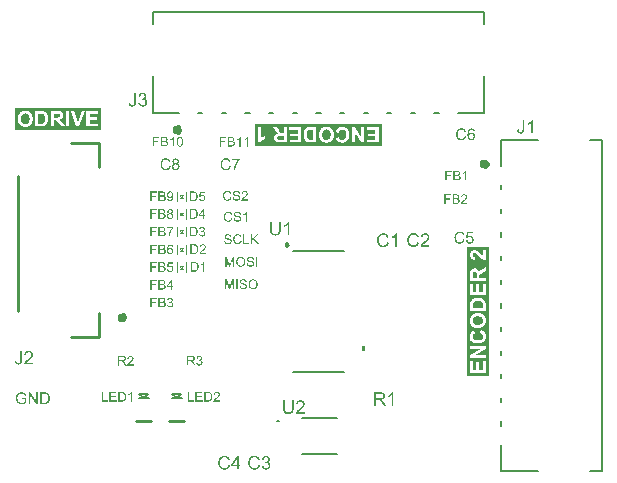
<source format=gto>
G04*
G04 #@! TF.GenerationSoftware,Altium Limited,Altium Designer,22.2.1 (43)*
G04*
G04 Layer_Color=65535*
%FSLAX25Y25*%
%MOIN*%
G70*
G04*
G04 #@! TF.SameCoordinates,8C13D30C-EDE4-482D-8627-422F1F93D62C*
G04*
G04*
G04 #@! TF.FilePolarity,Positive*
G04*
G01*
G75*
%ADD10C,0.01575*%
%ADD11C,0.01000*%
%ADD12C,0.00787*%
%ADD13C,0.00600*%
%ADD14C,0.00500*%
%ADD15C,0.00295*%
G36*
X404792Y318750D02*
X405792D01*
Y317250D01*
X404792D01*
Y318750D01*
D02*
G37*
G36*
X411219Y385700D02*
X369159D01*
Y393000D01*
X411219D01*
Y385700D01*
D02*
G37*
G36*
X447000Y309000D02*
X439700D01*
Y351865D01*
X447000D01*
Y309000D01*
D02*
G37*
G36*
X317768Y391000D02*
X289000D01*
Y398300D01*
X317768D01*
Y391000D01*
D02*
G37*
G36*
X291354Y303493D02*
X291395Y303489D01*
X291441Y303484D01*
X291495Y303480D01*
X291612Y303464D01*
X291741Y303439D01*
X291870Y303405D01*
X291999Y303360D01*
X292003D01*
X292015Y303356D01*
X292032Y303347D01*
X292053Y303335D01*
X292082Y303322D01*
X292115Y303306D01*
X292190Y303264D01*
X292277Y303210D01*
X292365Y303148D01*
X292448Y303073D01*
X292527Y302985D01*
X292531Y302981D01*
X292535Y302973D01*
X292544Y302960D01*
X292560Y302944D01*
X292573Y302919D01*
X292593Y302890D01*
X292614Y302856D01*
X292635Y302815D01*
X292660Y302773D01*
X292681Y302727D01*
X292706Y302673D01*
X292731Y302619D01*
X292776Y302494D01*
X292818Y302357D01*
X292356Y302232D01*
Y302236D01*
X292352Y302245D01*
X292348Y302261D01*
X292340Y302282D01*
X292331Y302303D01*
X292323Y302332D01*
X292298Y302399D01*
X292265Y302473D01*
X292227Y302548D01*
X292186Y302623D01*
X292140Y302690D01*
X292136Y302698D01*
X292115Y302719D01*
X292086Y302748D01*
X292049Y302790D01*
X291994Y302831D01*
X291932Y302877D01*
X291857Y302919D01*
X291774Y302960D01*
X291770D01*
X291761Y302964D01*
X291749Y302969D01*
X291732Y302977D01*
X291711Y302985D01*
X291682Y302994D01*
X291620Y303014D01*
X291541Y303031D01*
X291454Y303048D01*
X291354Y303060D01*
X291250Y303064D01*
X291192D01*
X291162Y303060D01*
X291125D01*
X291088Y303056D01*
X291042Y303052D01*
X290950Y303039D01*
X290846Y303018D01*
X290746Y302994D01*
X290647Y302956D01*
X290642D01*
X290634Y302952D01*
X290622Y302944D01*
X290605Y302935D01*
X290559Y302915D01*
X290501Y302881D01*
X290434Y302840D01*
X290368Y302790D01*
X290297Y302736D01*
X290235Y302673D01*
X290226Y302665D01*
X290210Y302644D01*
X290181Y302607D01*
X290147Y302561D01*
X290110Y302507D01*
X290068Y302440D01*
X290031Y302369D01*
X289998Y302295D01*
Y302291D01*
X289993Y302278D01*
X289985Y302261D01*
X289977Y302232D01*
X289964Y302199D01*
X289952Y302162D01*
X289939Y302116D01*
X289927Y302066D01*
X289910Y302012D01*
X289898Y301949D01*
X289877Y301820D01*
X289860Y301675D01*
X289852Y301521D01*
Y301517D01*
Y301500D01*
Y301471D01*
X289856Y301438D01*
Y301392D01*
X289860Y301342D01*
X289869Y301284D01*
X289873Y301221D01*
X289894Y301084D01*
X289927Y300943D01*
X289968Y300797D01*
X290027Y300660D01*
X290031Y300656D01*
X290035Y300643D01*
X290043Y300626D01*
X290060Y300602D01*
X290077Y300577D01*
X290102Y300543D01*
X290156Y300468D01*
X290231Y300385D01*
X290318Y300298D01*
X290418Y300219D01*
X290476Y300181D01*
X290538Y300148D01*
X290543D01*
X290555Y300140D01*
X290572Y300132D01*
X290597Y300123D01*
X290630Y300111D01*
X290667Y300094D01*
X290709Y300082D01*
X290755Y300065D01*
X290805Y300048D01*
X290863Y300036D01*
X290984Y300007D01*
X291117Y299990D01*
X291258Y299982D01*
X291291D01*
X291316Y299986D01*
X291345D01*
X291379Y299990D01*
X291416Y299994D01*
X291462Y299998D01*
X291558Y300011D01*
X291666Y300036D01*
X291782Y300065D01*
X291899Y300107D01*
X291903D01*
X291911Y300111D01*
X291928Y300119D01*
X291953Y300127D01*
X291978Y300140D01*
X292007Y300156D01*
X292078Y300190D01*
X292157Y300231D01*
X292236Y300277D01*
X292311Y300323D01*
X292377Y300377D01*
Y301097D01*
X291250D01*
Y301550D01*
X292876D01*
Y300123D01*
X292872Y300119D01*
X292860Y300111D01*
X292839Y300094D01*
X292810Y300073D01*
X292776Y300048D01*
X292735Y300023D01*
X292689Y299990D01*
X292639Y299957D01*
X292585Y299923D01*
X292523Y299886D01*
X292394Y299811D01*
X292252Y299740D01*
X292103Y299678D01*
X292098D01*
X292086Y299670D01*
X292065Y299665D01*
X292032Y299653D01*
X291999Y299645D01*
X291953Y299632D01*
X291907Y299616D01*
X291853Y299603D01*
X291791Y299591D01*
X291728Y299574D01*
X291591Y299553D01*
X291441Y299537D01*
X291287Y299528D01*
X291233D01*
X291192Y299532D01*
X291142Y299537D01*
X291083Y299541D01*
X291017Y299549D01*
X290946Y299557D01*
X290871Y299570D01*
X290788Y299587D01*
X290705Y299607D01*
X290613Y299632D01*
X290526Y299657D01*
X290439Y299691D01*
X290347Y299728D01*
X290260Y299769D01*
X290255Y299774D01*
X290239Y299782D01*
X290214Y299795D01*
X290185Y299815D01*
X290147Y299840D01*
X290102Y299869D01*
X290052Y299907D01*
X289998Y299948D01*
X289944Y299994D01*
X289885Y300048D01*
X289827Y300102D01*
X289769Y300165D01*
X289715Y300236D01*
X289661Y300306D01*
X289607Y300385D01*
X289561Y300468D01*
X289557Y300473D01*
X289552Y300489D01*
X289540Y300514D01*
X289523Y300548D01*
X289507Y300593D01*
X289486Y300643D01*
X289465Y300701D01*
X289444Y300768D01*
X289423Y300839D01*
X289403Y300918D01*
X289382Y301005D01*
X289365Y301092D01*
X289349Y301188D01*
X289336Y301284D01*
X289332Y301388D01*
X289328Y301492D01*
Y301500D01*
Y301517D01*
Y301546D01*
X289332Y301588D01*
X289336Y301637D01*
X289340Y301696D01*
X289349Y301762D01*
X289357Y301833D01*
X289369Y301912D01*
X289386Y301995D01*
X289428Y302170D01*
X289453Y302261D01*
X289486Y302353D01*
X289519Y302444D01*
X289561Y302536D01*
X289565Y302540D01*
X289573Y302557D01*
X289586Y302582D01*
X289602Y302615D01*
X289627Y302657D01*
X289656Y302702D01*
X289694Y302752D01*
X289731Y302811D01*
X289777Y302869D01*
X289827Y302927D01*
X289881Y302985D01*
X289944Y303048D01*
X290006Y303106D01*
X290077Y303160D01*
X290152Y303214D01*
X290231Y303260D01*
X290235Y303264D01*
X290251Y303268D01*
X290276Y303281D01*
X290310Y303297D01*
X290351Y303314D01*
X290401Y303335D01*
X290459Y303356D01*
X290522Y303380D01*
X290593Y303401D01*
X290671Y303422D01*
X290755Y303443D01*
X290846Y303460D01*
X290938Y303476D01*
X291038Y303489D01*
X291142Y303493D01*
X291246Y303497D01*
X291316D01*
X291354Y303493D01*
D02*
G37*
G36*
X296645Y299591D02*
X296121D01*
X294108Y302603D01*
Y299591D01*
X293621D01*
Y303430D01*
X294141D01*
X296159Y300414D01*
Y303430D01*
X296645D01*
Y299591D01*
D02*
G37*
G36*
X298971Y303426D02*
X299021D01*
X299071Y303422D01*
X299183Y303418D01*
X299295Y303405D01*
X299408Y303393D01*
X299457Y303380D01*
X299503Y303372D01*
X299507D01*
X299520Y303368D01*
X299536Y303364D01*
X299557Y303356D01*
X299586Y303347D01*
X299620Y303339D01*
X299699Y303310D01*
X299786Y303272D01*
X299878Y303226D01*
X299973Y303168D01*
X300065Y303098D01*
X300069Y303093D01*
X300077Y303085D01*
X300094Y303073D01*
X300115Y303052D01*
X300140Y303027D01*
X300169Y302994D01*
X300202Y302960D01*
X300235Y302919D01*
X300273Y302873D01*
X300310Y302823D01*
X300348Y302769D01*
X300385Y302711D01*
X300456Y302582D01*
X300518Y302440D01*
Y302436D01*
X300527Y302424D01*
X300531Y302399D01*
X300543Y302369D01*
X300556Y302332D01*
X300568Y302286D01*
X300581Y302236D01*
X300597Y302178D01*
X300610Y302112D01*
X300622Y302041D01*
X300635Y301966D01*
X300647Y301887D01*
X300660Y301804D01*
X300664Y301716D01*
X300672Y301529D01*
Y301525D01*
Y301508D01*
Y301488D01*
Y301454D01*
X300668Y301417D01*
Y301371D01*
X300664Y301321D01*
X300660Y301267D01*
X300647Y301147D01*
X300626Y301017D01*
X300601Y300884D01*
X300568Y300751D01*
Y300747D01*
X300564Y300735D01*
X300556Y300718D01*
X300552Y300697D01*
X300539Y300668D01*
X300527Y300635D01*
X300497Y300556D01*
X300460Y300468D01*
X300414Y300373D01*
X300364Y300281D01*
X300306Y300194D01*
Y300190D01*
X300298Y300186D01*
X300289Y300173D01*
X300277Y300156D01*
X300248Y300119D01*
X300202Y300069D01*
X300152Y300011D01*
X300094Y299953D01*
X300027Y299899D01*
X299957Y299844D01*
X299953D01*
X299948Y299840D01*
X299923Y299824D01*
X299882Y299803D01*
X299828Y299774D01*
X299761Y299745D01*
X299682Y299711D01*
X299591Y299682D01*
X299495Y299653D01*
X299491D01*
X299482Y299649D01*
X299470D01*
X299449Y299645D01*
X299424Y299641D01*
X299391Y299632D01*
X299358Y299628D01*
X299320Y299624D01*
X299229Y299611D01*
X299125Y299599D01*
X299008Y299595D01*
X298883Y299591D01*
X297498D01*
Y303430D01*
X298929D01*
X298971Y303426D01*
D02*
G37*
G36*
X362927Y370652D02*
X362965Y370648D01*
X363003Y370645D01*
X363048Y370641D01*
X363145Y370627D01*
X363253Y370607D01*
X363361Y370575D01*
X363465Y370537D01*
X363468D01*
X363475Y370530D01*
X363492Y370527D01*
X363510Y370516D01*
X363531Y370502D01*
X363558Y370489D01*
X363617Y370454D01*
X363687Y370405D01*
X363756Y370346D01*
X363822Y370280D01*
X363881Y370201D01*
X363884Y370197D01*
X363888Y370190D01*
X363895Y370180D01*
X363905Y370162D01*
X363916Y370142D01*
X363930Y370117D01*
X363940Y370086D01*
X363957Y370055D01*
X363985Y369982D01*
X364009Y369895D01*
X364030Y369802D01*
X364041Y369697D01*
X363635Y369666D01*
Y369670D01*
X363631Y369680D01*
Y369694D01*
X363628Y369715D01*
X363621Y369743D01*
X363614Y369770D01*
X363593Y369836D01*
X363565Y369909D01*
X363524Y369986D01*
X363475Y370058D01*
X363444Y370090D01*
X363409Y370121D01*
X363406Y370124D01*
X363402Y370128D01*
X363388Y370135D01*
X363374Y370145D01*
X363354Y370156D01*
X363329Y370169D01*
X363302Y370183D01*
X363270Y370201D01*
X363232Y370215D01*
X363191Y370228D01*
X363145Y370242D01*
X363097Y370253D01*
X363041Y370263D01*
X362982Y370270D01*
X362920Y370277D01*
X362819D01*
X362791Y370273D01*
X362760D01*
X362726Y370270D01*
X362684Y370267D01*
X362642Y370260D01*
X362549Y370242D01*
X362458Y370218D01*
X362372Y370183D01*
X362330Y370159D01*
X362295Y370135D01*
X362292D01*
X362288Y370128D01*
X362267Y370110D01*
X362240Y370079D01*
X362209Y370038D01*
X362177Y369989D01*
X362150Y369930D01*
X362129Y369867D01*
X362125Y369833D01*
X362122Y369795D01*
Y369791D01*
Y369788D01*
X362125Y369767D01*
X362129Y369736D01*
X362136Y369697D01*
X362153Y369652D01*
X362174Y369604D01*
X362202Y369559D01*
X362243Y369514D01*
X362250Y369510D01*
X362257Y369503D01*
X362271Y369493D01*
X362288Y369482D01*
X362309Y369472D01*
X362337Y369458D01*
X362368Y369441D01*
X362406Y369423D01*
X362451Y369406D01*
X362504Y369389D01*
X362562Y369368D01*
X362632Y369347D01*
X362705Y369326D01*
X362788Y369302D01*
X362882Y369281D01*
X362889D01*
X362906Y369278D01*
X362930Y369271D01*
X362965Y369260D01*
X363007Y369253D01*
X363055Y369239D01*
X363107Y369229D01*
X363163Y369212D01*
X363281Y369180D01*
X363399Y369149D01*
X363454Y369132D01*
X363503Y369114D01*
X363551Y369097D01*
X363590Y369080D01*
X363593D01*
X363603Y369073D01*
X363617Y369066D01*
X363635Y369056D01*
X363659Y369045D01*
X363687Y369028D01*
X363746Y368990D01*
X363815Y368945D01*
X363881Y368889D01*
X363947Y368823D01*
X363975Y368788D01*
X364002Y368754D01*
Y368750D01*
X364009Y368743D01*
X364016Y368733D01*
X364023Y368719D01*
X364034Y368702D01*
X364044Y368677D01*
X364072Y368622D01*
X364096Y368556D01*
X364117Y368479D01*
X364131Y368393D01*
X364138Y368299D01*
Y368296D01*
Y368289D01*
Y368275D01*
X364134Y368257D01*
Y368233D01*
X364131Y368209D01*
X364121Y368143D01*
X364103Y368070D01*
X364075Y367990D01*
X364037Y367907D01*
X364016Y367862D01*
X363989Y367820D01*
Y367817D01*
X363982Y367810D01*
X363975Y367799D01*
X363961Y367782D01*
X363930Y367744D01*
X363881Y367692D01*
X363822Y367636D01*
X363749Y367577D01*
X363666Y367522D01*
X363569Y367470D01*
X363565D01*
X363555Y367463D01*
X363541Y367459D01*
X363520Y367449D01*
X363496Y367442D01*
X363465Y367432D01*
X363430Y367418D01*
X363388Y367407D01*
X363347Y367397D01*
X363298Y367383D01*
X363194Y367366D01*
X363080Y367352D01*
X362955Y367345D01*
X362913D01*
X362882Y367348D01*
X362843D01*
X362802Y367352D01*
X362753Y367355D01*
X362698Y367362D01*
X362583Y367376D01*
X362462Y367397D01*
X362340Y367428D01*
X362222Y367470D01*
X362219D01*
X362209Y367477D01*
X362195Y367484D01*
X362174Y367494D01*
X362150Y367508D01*
X362122Y367522D01*
X362056Y367563D01*
X361983Y367616D01*
X361907Y367681D01*
X361830Y367758D01*
X361764Y367848D01*
X361761Y367851D01*
X361757Y367858D01*
X361751Y367872D01*
X361740Y367893D01*
X361726Y367917D01*
X361712Y367945D01*
X361695Y367980D01*
X361681Y368018D01*
X361664Y368056D01*
X361650Y368101D01*
X361622Y368202D01*
X361601Y368309D01*
X361594Y368369D01*
X361591Y368427D01*
X361990Y368462D01*
Y368459D01*
Y368452D01*
X361993Y368438D01*
X361997Y368421D01*
X362000Y368400D01*
X362004Y368379D01*
X362018Y368320D01*
X362035Y368257D01*
X362056Y368192D01*
X362084Y368126D01*
X362118Y368063D01*
X362122Y368056D01*
X362139Y368039D01*
X362163Y368011D01*
X362198Y367976D01*
X362243Y367935D01*
X362299Y367897D01*
X362365Y367855D01*
X362441Y367817D01*
X362444D01*
X362451Y367813D01*
X362462Y367810D01*
X362479Y367803D01*
X362500Y367796D01*
X362524Y367786D01*
X362552Y367779D01*
X362583Y367772D01*
X362656Y367754D01*
X362743Y367737D01*
X362833Y367726D01*
X362934Y367723D01*
X362975D01*
X362996Y367726D01*
X363020D01*
X363076Y367733D01*
X363142Y367740D01*
X363215Y367751D01*
X363288Y367768D01*
X363357Y367792D01*
X363361D01*
X363364Y367796D01*
X363374Y367799D01*
X363388Y367806D01*
X363420Y367824D01*
X363461Y367845D01*
X363506Y367872D01*
X363555Y367907D01*
X363597Y367945D01*
X363635Y367990D01*
X363638Y367997D01*
X363649Y368011D01*
X363666Y368039D01*
X363683Y368074D01*
X363697Y368115D01*
X363715Y368160D01*
X363725Y368212D01*
X363728Y368264D01*
Y368268D01*
Y368271D01*
Y368289D01*
X363725Y368320D01*
X363718Y368355D01*
X363708Y368396D01*
X363690Y368441D01*
X363669Y368486D01*
X363638Y368528D01*
X363635Y368532D01*
X363621Y368545D01*
X363600Y368566D01*
X363569Y368594D01*
X363531Y368622D01*
X363478Y368653D01*
X363420Y368684D01*
X363350Y368716D01*
X363343Y368719D01*
X363336Y368722D01*
X363322Y368726D01*
X363309Y368729D01*
X363288Y368736D01*
X363260Y368747D01*
X363232Y368754D01*
X363194Y368764D01*
X363156Y368778D01*
X363107Y368788D01*
X363055Y368802D01*
X362996Y368820D01*
X362934Y368833D01*
X362861Y368854D01*
X362781Y368872D01*
X362778D01*
X362764Y368875D01*
X362739Y368882D01*
X362712Y368889D01*
X362673Y368899D01*
X362632Y368910D01*
X362590Y368924D01*
X362542Y368937D01*
X362438Y368969D01*
X362337Y369004D01*
X362288Y369021D01*
X362243Y369038D01*
X362202Y369056D01*
X362167Y369073D01*
X362163D01*
X362157Y369080D01*
X362146Y369087D01*
X362129Y369094D01*
X362087Y369118D01*
X362038Y369153D01*
X361980Y369198D01*
X361924Y369246D01*
X361869Y369305D01*
X361823Y369368D01*
Y369371D01*
X361820Y369375D01*
X361813Y369385D01*
X361806Y369399D01*
X361789Y369437D01*
X361768Y369486D01*
X361747Y369545D01*
X361730Y369614D01*
X361716Y369690D01*
X361712Y369770D01*
Y369774D01*
Y369781D01*
Y369795D01*
X361716Y369812D01*
Y369833D01*
X361719Y369857D01*
X361730Y369919D01*
X361747Y369989D01*
X361768Y370062D01*
X361803Y370142D01*
X361848Y370221D01*
Y370225D01*
X361855Y370232D01*
X361861Y370242D01*
X361872Y370256D01*
X361907Y370294D01*
X361952Y370343D01*
X362007Y370395D01*
X362077Y370447D01*
X362157Y370499D01*
X362250Y370544D01*
X362254D01*
X362261Y370548D01*
X362278Y370555D01*
X362295Y370562D01*
X362320Y370568D01*
X362351Y370579D01*
X362386Y370589D01*
X362424Y370600D01*
X362465Y370610D01*
X362510Y370620D01*
X362608Y370638D01*
X362719Y370652D01*
X362837Y370655D01*
X362896D01*
X362927Y370652D01*
D02*
G37*
G36*
X359967D02*
X360009Y370648D01*
X360057Y370641D01*
X360109Y370634D01*
X360168Y370624D01*
X360231Y370610D01*
X360297Y370596D01*
X360363Y370575D01*
X360432Y370551D01*
X360501Y370523D01*
X360567Y370489D01*
X360633Y370454D01*
X360696Y370409D01*
X360699Y370405D01*
X360710Y370398D01*
X360727Y370385D01*
X360748Y370364D01*
X360775Y370339D01*
X360807Y370308D01*
X360838Y370273D01*
X360876Y370232D01*
X360914Y370187D01*
X360952Y370135D01*
X360991Y370079D01*
X361025Y370017D01*
X361063Y369951D01*
X361095Y369878D01*
X361126Y369802D01*
X361154Y369722D01*
X360737Y369625D01*
Y369628D01*
X360730Y369638D01*
X360727Y369659D01*
X360716Y369684D01*
X360706Y369711D01*
X360689Y369743D01*
X360654Y369819D01*
X360609Y369902D01*
X360550Y369989D01*
X360487Y370069D01*
X360449Y370104D01*
X360411Y370135D01*
X360408Y370138D01*
X360401Y370142D01*
X360390Y370149D01*
X360373Y370159D01*
X360352Y370173D01*
X360328Y370187D01*
X360300Y370201D01*
X360265Y370215D01*
X360227Y370228D01*
X360189Y370242D01*
X360099Y370270D01*
X359995Y370287D01*
X359939Y370294D01*
X359845D01*
X359818Y370291D01*
X359787Y370287D01*
X359748Y370284D01*
X359707Y370280D01*
X359665Y370273D01*
X359564Y370249D01*
X359460Y370218D01*
X359408Y370197D01*
X359356Y370173D01*
X359308Y370145D01*
X359259Y370114D01*
X359256Y370110D01*
X359249Y370107D01*
X359235Y370096D01*
X359217Y370083D01*
X359200Y370065D01*
X359176Y370041D01*
X359152Y370017D01*
X359124Y369989D01*
X359096Y369954D01*
X359065Y369919D01*
X359009Y369840D01*
X358957Y369746D01*
X358912Y369638D01*
Y369635D01*
X358909Y369625D01*
X358902Y369607D01*
X358898Y369586D01*
X358891Y369559D01*
X358881Y369527D01*
X358874Y369489D01*
X358863Y369451D01*
X358853Y369406D01*
X358846Y369357D01*
X358829Y369253D01*
X358818Y369142D01*
X358815Y369024D01*
Y369021D01*
Y369007D01*
Y368986D01*
X358818Y368955D01*
Y368920D01*
X358822Y368879D01*
X358825Y368833D01*
X358829Y368781D01*
X358836Y368726D01*
X358843Y368670D01*
X358863Y368549D01*
X358895Y368427D01*
X358933Y368309D01*
Y368306D01*
X358940Y368296D01*
X358947Y368282D01*
X358954Y368261D01*
X358967Y368233D01*
X358985Y368205D01*
X359023Y368139D01*
X359075Y368063D01*
X359138Y367990D01*
X359214Y367917D01*
X359256Y367886D01*
X359301Y367855D01*
X359304D01*
X359311Y367848D01*
X359325Y367841D01*
X359346Y367831D01*
X359370Y367820D01*
X359398Y367806D01*
X359429Y367796D01*
X359464Y367782D01*
X359544Y367754D01*
X359637Y367730D01*
X359738Y367713D01*
X359790Y367709D01*
X359845Y367706D01*
X359880D01*
X359904Y367709D01*
X359936Y367713D01*
X359970Y367716D01*
X360012Y367723D01*
X360054Y367730D01*
X360151Y367754D01*
X360199Y367772D01*
X360251Y367792D01*
X360303Y367817D01*
X360352Y367845D01*
X360401Y367876D01*
X360449Y367910D01*
X360453Y367914D01*
X360460Y367921D01*
X360473Y367931D01*
X360491Y367949D01*
X360508Y367969D01*
X360532Y367997D01*
X360557Y368028D01*
X360585Y368063D01*
X360612Y368105D01*
X360640Y368150D01*
X360668Y368198D01*
X360696Y368254D01*
X360720Y368313D01*
X360744Y368379D01*
X360769Y368448D01*
X360786Y368521D01*
X361209Y368414D01*
Y368407D01*
X361202Y368389D01*
X361195Y368365D01*
X361181Y368327D01*
X361168Y368285D01*
X361147Y368233D01*
X361126Y368178D01*
X361098Y368119D01*
X361067Y368053D01*
X361032Y367990D01*
X360994Y367921D01*
X360949Y367855D01*
X360900Y367792D01*
X360848Y367730D01*
X360789Y367671D01*
X360727Y367616D01*
X360723Y367612D01*
X360710Y367605D01*
X360692Y367591D01*
X360664Y367574D01*
X360633Y367553D01*
X360592Y367529D01*
X360546Y367504D01*
X360491Y367480D01*
X360432Y367456D01*
X360369Y367432D01*
X360300Y367407D01*
X360224Y367387D01*
X360144Y367369D01*
X360061Y367355D01*
X359974Y367348D01*
X359880Y367345D01*
X359832D01*
X359793Y367348D01*
X359752Y367352D01*
X359700Y367355D01*
X359644Y367362D01*
X359582Y367373D01*
X359516Y367383D01*
X359446Y367397D01*
X359377Y367414D01*
X359308Y367432D01*
X359235Y367456D01*
X359165Y367484D01*
X359099Y367515D01*
X359037Y367553D01*
X359033Y367557D01*
X359023Y367563D01*
X359006Y367574D01*
X358985Y367591D01*
X358957Y367616D01*
X358926Y367640D01*
X358891Y367671D01*
X358853Y367709D01*
X358815Y367751D01*
X358773Y367796D01*
X358735Y367845D01*
X358693Y367900D01*
X358652Y367959D01*
X358614Y368021D01*
X358579Y368091D01*
X358544Y368164D01*
X358541Y368167D01*
X358537Y368181D01*
X358530Y368205D01*
X358520Y368233D01*
X358506Y368271D01*
X358492Y368313D01*
X358478Y368365D01*
X358461Y368421D01*
X358447Y368483D01*
X358430Y368549D01*
X358416Y368618D01*
X358405Y368695D01*
X358385Y368854D01*
X358381Y368937D01*
X358378Y369021D01*
Y369028D01*
Y369042D01*
Y369069D01*
X358381Y369104D01*
X358385Y369149D01*
X358388Y369201D01*
X358395Y369257D01*
X358402Y369319D01*
X358412Y369385D01*
X358423Y369455D01*
X358457Y369604D01*
X358482Y369677D01*
X358506Y369749D01*
X358534Y369826D01*
X358569Y369895D01*
X358572Y369899D01*
X358579Y369913D01*
X358589Y369930D01*
X358603Y369958D01*
X358624Y369989D01*
X358648Y370024D01*
X358676Y370062D01*
X358707Y370107D01*
X358746Y370149D01*
X358784Y370197D01*
X358829Y370242D01*
X358877Y370291D01*
X358929Y370336D01*
X358985Y370381D01*
X359047Y370423D01*
X359110Y370461D01*
X359113Y370464D01*
X359127Y370468D01*
X359144Y370478D01*
X359172Y370492D01*
X359204Y370506D01*
X359245Y370523D01*
X359290Y370541D01*
X359339Y370558D01*
X359394Y370575D01*
X359457Y370593D01*
X359519Y370610D01*
X359589Y370624D01*
X359731Y370648D01*
X359807Y370652D01*
X359887Y370655D01*
X359932D01*
X359967Y370652D01*
D02*
G37*
G36*
X365692Y370607D02*
X365731Y370603D01*
X365776Y370596D01*
X365828Y370589D01*
X365880Y370579D01*
X365939Y370565D01*
X365998Y370548D01*
X366060Y370527D01*
X366119Y370502D01*
X366182Y370471D01*
X366241Y370437D01*
X366296Y370398D01*
X366348Y370353D01*
X366352Y370350D01*
X366359Y370343D01*
X366372Y370325D01*
X366390Y370308D01*
X366411Y370284D01*
X366435Y370253D01*
X366459Y370218D01*
X366484Y370176D01*
X366508Y370135D01*
X366532Y370086D01*
X366556Y370034D01*
X366577Y369978D01*
X366595Y369916D01*
X366609Y369854D01*
X366615Y369788D01*
X366619Y369718D01*
Y369715D01*
Y369711D01*
Y369701D01*
Y369687D01*
X366615Y369649D01*
X366609Y369600D01*
X366598Y369541D01*
X366584Y369479D01*
X366567Y369409D01*
X366539Y369340D01*
Y369337D01*
X366536Y369333D01*
X366532Y369323D01*
X366525Y369309D01*
X366504Y369271D01*
X366477Y369222D01*
X366439Y369163D01*
X366393Y369097D01*
X366341Y369028D01*
X366275Y368951D01*
X366272Y368948D01*
X366268Y368941D01*
X366254Y368931D01*
X366241Y368913D01*
X366220Y368892D01*
X366196Y368868D01*
X366168Y368837D01*
X366133Y368806D01*
X366091Y368767D01*
X366046Y368726D01*
X365998Y368677D01*
X365942Y368629D01*
X365883Y368573D01*
X365817Y368518D01*
X365744Y368455D01*
X365668Y368389D01*
X365665Y368386D01*
X365654Y368375D01*
X365633Y368361D01*
X365613Y368341D01*
X365581Y368316D01*
X365550Y368289D01*
X365477Y368226D01*
X365401Y368160D01*
X365328Y368091D01*
X365293Y368060D01*
X365262Y368032D01*
X365234Y368004D01*
X365213Y367983D01*
X365210Y367980D01*
X365196Y367966D01*
X365179Y367945D01*
X365155Y367917D01*
X365127Y367886D01*
X365099Y367851D01*
X365043Y367775D01*
X366622D01*
Y367397D01*
X364502D01*
Y367404D01*
Y367421D01*
Y367449D01*
X364506Y367484D01*
X364509Y367525D01*
X364520Y367570D01*
X364530Y367619D01*
X364547Y367668D01*
Y367671D01*
X364551Y367678D01*
X364554Y367688D01*
X364561Y367706D01*
X364572Y367723D01*
X364582Y367747D01*
X364610Y367803D01*
X364645Y367869D01*
X364690Y367942D01*
X364742Y368018D01*
X364804Y368094D01*
X364808Y368098D01*
X364811Y368105D01*
X364821Y368115D01*
X364839Y368132D01*
X364856Y368150D01*
X364880Y368174D01*
X364905Y368202D01*
X364936Y368233D01*
X364971Y368268D01*
X365009Y368302D01*
X365051Y368344D01*
X365099Y368386D01*
X365148Y368431D01*
X365203Y368476D01*
X365259Y368525D01*
X365321Y368577D01*
X365328Y368580D01*
X365345Y368598D01*
X365370Y368618D01*
X365404Y368650D01*
X365446Y368684D01*
X365495Y368726D01*
X365550Y368771D01*
X365606Y368823D01*
X365724Y368931D01*
X365838Y369045D01*
X365894Y369101D01*
X365946Y369156D01*
X365991Y369208D01*
X366029Y369257D01*
X366033Y369260D01*
X366036Y369267D01*
X366046Y369281D01*
X366057Y369298D01*
X366074Y369323D01*
X366088Y369347D01*
X366123Y369409D01*
X366157Y369482D01*
X366189Y369562D01*
X366209Y369645D01*
X366213Y369687D01*
X366216Y369729D01*
Y369732D01*
Y369739D01*
Y369753D01*
X366213Y369767D01*
Y369788D01*
X366206Y369812D01*
X366196Y369864D01*
X366175Y369927D01*
X366143Y369992D01*
X366126Y370027D01*
X366102Y370058D01*
X366078Y370090D01*
X366046Y370121D01*
X366043Y370124D01*
X366039Y370128D01*
X366029Y370135D01*
X366015Y370145D01*
X365998Y370159D01*
X365977Y370173D01*
X365928Y370204D01*
X365862Y370232D01*
X365790Y370260D01*
X365703Y370277D01*
X365654Y370284D01*
X365578D01*
X365557Y370280D01*
X365533D01*
X365505Y370273D01*
X365443Y370263D01*
X365370Y370242D01*
X365293Y370211D01*
X365255Y370190D01*
X365217Y370169D01*
X365182Y370142D01*
X365148Y370110D01*
X365144Y370107D01*
X365141Y370104D01*
X365134Y370093D01*
X365120Y370079D01*
X365109Y370062D01*
X365096Y370041D01*
X365078Y370017D01*
X365064Y369989D01*
X365047Y369958D01*
X365033Y369923D01*
X365005Y369840D01*
X364984Y369749D01*
X364981Y369697D01*
X364978Y369642D01*
X364575Y369684D01*
Y369690D01*
X364579Y369704D01*
X364582Y369725D01*
X364585Y369757D01*
X364592Y369795D01*
X364603Y369840D01*
X364613Y369888D01*
X364631Y369940D01*
X364648Y369992D01*
X364669Y370051D01*
X364697Y370107D01*
X364724Y370162D01*
X364759Y370221D01*
X364797Y370273D01*
X364839Y370325D01*
X364887Y370371D01*
X364891Y370374D01*
X364901Y370381D01*
X364915Y370392D01*
X364936Y370409D01*
X364964Y370426D01*
X364998Y370447D01*
X365037Y370468D01*
X365082Y370492D01*
X365130Y370513D01*
X365186Y370534D01*
X365245Y370555D01*
X365311Y370572D01*
X365380Y370589D01*
X365453Y370600D01*
X365533Y370607D01*
X365616Y370610D01*
X365661D01*
X365692Y370607D01*
D02*
G37*
G36*
X363220Y363652D02*
X363258Y363648D01*
X363296Y363645D01*
X363341Y363641D01*
X363439Y363627D01*
X363546Y363607D01*
X363654Y363575D01*
X363758Y363537D01*
X363761D01*
X363768Y363530D01*
X363786Y363527D01*
X363803Y363516D01*
X363824Y363503D01*
X363852Y363489D01*
X363911Y363454D01*
X363980Y363405D01*
X364049Y363346D01*
X364115Y363280D01*
X364174Y363201D01*
X364178Y363197D01*
X364181Y363190D01*
X364188Y363180D01*
X364199Y363162D01*
X364209Y363142D01*
X364223Y363117D01*
X364233Y363086D01*
X364251Y363055D01*
X364278Y362982D01*
X364303Y362895D01*
X364323Y362802D01*
X364334Y362698D01*
X363928Y362666D01*
Y362670D01*
X363924Y362680D01*
Y362694D01*
X363921Y362715D01*
X363914Y362743D01*
X363907Y362770D01*
X363886Y362836D01*
X363859Y362909D01*
X363817Y362985D01*
X363768Y363058D01*
X363737Y363090D01*
X363702Y363121D01*
X363699Y363124D01*
X363695Y363128D01*
X363682Y363135D01*
X363668Y363145D01*
X363647Y363156D01*
X363623Y363169D01*
X363595Y363183D01*
X363564Y363201D01*
X363525Y363214D01*
X363484Y363228D01*
X363439Y363242D01*
X363390Y363253D01*
X363334Y363263D01*
X363276Y363270D01*
X363213Y363277D01*
X363112D01*
X363085Y363274D01*
X363053D01*
X363019Y363270D01*
X362977Y363267D01*
X362935Y363260D01*
X362842Y363242D01*
X362752Y363218D01*
X362665Y363183D01*
X362623Y363159D01*
X362589Y363135D01*
X362585D01*
X362582Y363128D01*
X362561Y363110D01*
X362533Y363079D01*
X362502Y363037D01*
X362471Y362989D01*
X362443Y362930D01*
X362422Y362867D01*
X362419Y362833D01*
X362415Y362795D01*
Y362791D01*
Y362788D01*
X362419Y362767D01*
X362422Y362736D01*
X362429Y362698D01*
X362446Y362652D01*
X362467Y362604D01*
X362495Y362559D01*
X362536Y362514D01*
X362543Y362510D01*
X362550Y362503D01*
X362564Y362493D01*
X362582Y362482D01*
X362602Y362472D01*
X362630Y362458D01*
X362661Y362441D01*
X362700Y362423D01*
X362745Y362406D01*
X362797Y362389D01*
X362856Y362368D01*
X362925Y362347D01*
X362998Y362326D01*
X363081Y362302D01*
X363175Y362281D01*
X363182D01*
X363199Y362278D01*
X363224Y362271D01*
X363258Y362260D01*
X363300Y362253D01*
X363348Y362239D01*
X363401Y362229D01*
X363456Y362212D01*
X363574Y362180D01*
X363692Y362149D01*
X363748Y362132D01*
X363796Y362115D01*
X363845Y362097D01*
X363883Y362080D01*
X363886D01*
X363897Y362073D01*
X363911Y362066D01*
X363928Y362055D01*
X363952Y362045D01*
X363980Y362028D01*
X364039Y361990D01*
X364108Y361945D01*
X364174Y361889D01*
X364240Y361823D01*
X364268Y361788D01*
X364296Y361754D01*
Y361750D01*
X364303Y361743D01*
X364310Y361733D01*
X364317Y361719D01*
X364327Y361702D01*
X364337Y361677D01*
X364365Y361622D01*
X364389Y361556D01*
X364410Y361479D01*
X364424Y361393D01*
X364431Y361299D01*
Y361296D01*
Y361289D01*
Y361275D01*
X364428Y361257D01*
Y361233D01*
X364424Y361209D01*
X364414Y361143D01*
X364396Y361070D01*
X364369Y360990D01*
X364330Y360907D01*
X364310Y360862D01*
X364282Y360820D01*
Y360817D01*
X364275Y360810D01*
X364268Y360799D01*
X364254Y360782D01*
X364223Y360744D01*
X364174Y360692D01*
X364115Y360636D01*
X364042Y360577D01*
X363959Y360522D01*
X363862Y360470D01*
X363859D01*
X363848Y360463D01*
X363834Y360459D01*
X363813Y360449D01*
X363789Y360442D01*
X363758Y360432D01*
X363723Y360418D01*
X363682Y360407D01*
X363640Y360397D01*
X363591Y360383D01*
X363487Y360366D01*
X363373Y360352D01*
X363248Y360345D01*
X363206D01*
X363175Y360348D01*
X363137D01*
X363095Y360352D01*
X363047Y360355D01*
X362991Y360362D01*
X362877Y360376D01*
X362755Y360397D01*
X362634Y360428D01*
X362516Y360470D01*
X362512D01*
X362502Y360477D01*
X362488Y360484D01*
X362467Y360494D01*
X362443Y360508D01*
X362415Y360522D01*
X362349Y360563D01*
X362276Y360615D01*
X362200Y360681D01*
X362123Y360758D01*
X362058Y360848D01*
X362054Y360851D01*
X362051Y360858D01*
X362044Y360872D01*
X362033Y360893D01*
X362019Y360917D01*
X362005Y360945D01*
X361988Y360980D01*
X361974Y361018D01*
X361957Y361056D01*
X361943Y361101D01*
X361915Y361202D01*
X361894Y361310D01*
X361888Y361368D01*
X361884Y361427D01*
X362283Y361462D01*
Y361459D01*
Y361452D01*
X362287Y361438D01*
X362290Y361420D01*
X362294Y361400D01*
X362297Y361379D01*
X362311Y361320D01*
X362328Y361257D01*
X362349Y361192D01*
X362377Y361126D01*
X362411Y361063D01*
X362415Y361056D01*
X362432Y361039D01*
X362457Y361011D01*
X362491Y360976D01*
X362536Y360935D01*
X362592Y360896D01*
X362658Y360855D01*
X362734Y360817D01*
X362738D01*
X362745Y360813D01*
X362755Y360810D01*
X362772Y360803D01*
X362793Y360796D01*
X362818Y360786D01*
X362845Y360779D01*
X362877Y360772D01*
X362949Y360754D01*
X363036Y360737D01*
X363126Y360726D01*
X363227Y360723D01*
X363269D01*
X363289Y360726D01*
X363314D01*
X363369Y360733D01*
X363435Y360740D01*
X363508Y360751D01*
X363581Y360768D01*
X363650Y360792D01*
X363654D01*
X363657Y360796D01*
X363668Y360799D01*
X363682Y360806D01*
X363713Y360824D01*
X363754Y360844D01*
X363800Y360872D01*
X363848Y360907D01*
X363890Y360945D01*
X363928Y360990D01*
X363931Y360997D01*
X363942Y361011D01*
X363959Y361039D01*
X363977Y361073D01*
X363990Y361115D01*
X364008Y361160D01*
X364018Y361212D01*
X364022Y361264D01*
Y361268D01*
Y361271D01*
Y361289D01*
X364018Y361320D01*
X364011Y361355D01*
X364001Y361396D01*
X363983Y361441D01*
X363963Y361486D01*
X363931Y361528D01*
X363928Y361532D01*
X363914Y361545D01*
X363893Y361566D01*
X363862Y361594D01*
X363824Y361622D01*
X363772Y361653D01*
X363713Y361684D01*
X363643Y361716D01*
X363636Y361719D01*
X363630Y361722D01*
X363616Y361726D01*
X363602Y361729D01*
X363581Y361736D01*
X363553Y361747D01*
X363525Y361754D01*
X363487Y361764D01*
X363449Y361778D01*
X363401Y361788D01*
X363348Y361802D01*
X363289Y361820D01*
X363227Y361833D01*
X363154Y361854D01*
X363074Y361872D01*
X363071D01*
X363057Y361875D01*
X363033Y361882D01*
X363005Y361889D01*
X362967Y361899D01*
X362925Y361910D01*
X362883Y361924D01*
X362835Y361937D01*
X362731Y361969D01*
X362630Y362003D01*
X362582Y362021D01*
X362536Y362038D01*
X362495Y362055D01*
X362460Y362073D01*
X362457D01*
X362450Y362080D01*
X362439Y362087D01*
X362422Y362094D01*
X362380Y362118D01*
X362332Y362153D01*
X362273Y362198D01*
X362217Y362246D01*
X362162Y362305D01*
X362117Y362368D01*
Y362371D01*
X362113Y362375D01*
X362106Y362385D01*
X362099Y362399D01*
X362082Y362437D01*
X362061Y362486D01*
X362040Y362545D01*
X362023Y362614D01*
X362009Y362690D01*
X362005Y362770D01*
Y362774D01*
Y362781D01*
Y362795D01*
X362009Y362812D01*
Y362833D01*
X362013Y362857D01*
X362023Y362919D01*
X362040Y362989D01*
X362061Y363062D01*
X362096Y363142D01*
X362141Y363221D01*
Y363225D01*
X362148Y363232D01*
X362155Y363242D01*
X362165Y363256D01*
X362200Y363294D01*
X362245Y363343D01*
X362300Y363395D01*
X362370Y363447D01*
X362450Y363499D01*
X362543Y363544D01*
X362547D01*
X362554Y363548D01*
X362571Y363555D01*
X362589Y363562D01*
X362613Y363568D01*
X362644Y363579D01*
X362679Y363589D01*
X362717Y363600D01*
X362758Y363610D01*
X362804Y363620D01*
X362901Y363638D01*
X363012Y363652D01*
X363130Y363655D01*
X363189D01*
X363220Y363652D01*
D02*
G37*
G36*
X360260D02*
X360302Y363648D01*
X360350Y363641D01*
X360402Y363634D01*
X360461Y363624D01*
X360524Y363610D01*
X360590Y363596D01*
X360656Y363575D01*
X360725Y363551D01*
X360794Y363523D01*
X360860Y363489D01*
X360926Y363454D01*
X360989Y363409D01*
X360992Y363405D01*
X361003Y363398D01*
X361020Y363385D01*
X361041Y363364D01*
X361069Y363339D01*
X361100Y363308D01*
X361131Y363274D01*
X361169Y363232D01*
X361207Y363187D01*
X361246Y363135D01*
X361284Y363079D01*
X361318Y363017D01*
X361357Y362951D01*
X361388Y362878D01*
X361419Y362802D01*
X361447Y362722D01*
X361031Y362625D01*
Y362628D01*
X361023Y362638D01*
X361020Y362659D01*
X361010Y362684D01*
X360999Y362711D01*
X360982Y362743D01*
X360947Y362819D01*
X360902Y362902D01*
X360843Y362989D01*
X360781Y363069D01*
X360742Y363104D01*
X360704Y363135D01*
X360701Y363138D01*
X360694Y363142D01*
X360683Y363149D01*
X360666Y363159D01*
X360645Y363173D01*
X360621Y363187D01*
X360593Y363201D01*
X360559Y363214D01*
X360520Y363228D01*
X360482Y363242D01*
X360392Y363270D01*
X360288Y363287D01*
X360232Y363294D01*
X360139D01*
X360111Y363291D01*
X360080Y363287D01*
X360041Y363284D01*
X360000Y363280D01*
X359958Y363274D01*
X359858Y363249D01*
X359753Y363218D01*
X359701Y363197D01*
X359649Y363173D01*
X359601Y363145D01*
X359552Y363114D01*
X359549Y363110D01*
X359542Y363107D01*
X359528Y363096D01*
X359511Y363083D01*
X359493Y363065D01*
X359469Y363041D01*
X359445Y363017D01*
X359417Y362989D01*
X359389Y362954D01*
X359358Y362919D01*
X359302Y362840D01*
X359250Y362746D01*
X359205Y362638D01*
Y362635D01*
X359202Y362625D01*
X359195Y362607D01*
X359191Y362586D01*
X359184Y362559D01*
X359174Y362527D01*
X359167Y362489D01*
X359157Y362451D01*
X359146Y362406D01*
X359139Y362357D01*
X359122Y362253D01*
X359111Y362142D01*
X359108Y362024D01*
Y362021D01*
Y362007D01*
Y361986D01*
X359111Y361955D01*
Y361920D01*
X359115Y361878D01*
X359119Y361833D01*
X359122Y361781D01*
X359129Y361726D01*
X359136Y361670D01*
X359157Y361549D01*
X359188Y361427D01*
X359226Y361310D01*
Y361306D01*
X359233Y361296D01*
X359240Y361282D01*
X359247Y361261D01*
X359261Y361233D01*
X359278Y361205D01*
X359316Y361139D01*
X359368Y361063D01*
X359431Y360990D01*
X359507Y360917D01*
X359549Y360886D01*
X359594Y360855D01*
X359597D01*
X359604Y360848D01*
X359618Y360841D01*
X359639Y360831D01*
X359663Y360820D01*
X359691Y360806D01*
X359722Y360796D01*
X359757Y360782D01*
X359837Y360754D01*
X359930Y360730D01*
X360031Y360713D01*
X360083Y360709D01*
X360139Y360706D01*
X360173D01*
X360198Y360709D01*
X360229Y360713D01*
X360264Y360716D01*
X360305Y360723D01*
X360347Y360730D01*
X360444Y360754D01*
X360493Y360772D01*
X360545Y360792D01*
X360597Y360817D01*
X360645Y360844D01*
X360694Y360876D01*
X360742Y360910D01*
X360746Y360914D01*
X360753Y360921D01*
X360767Y360931D01*
X360784Y360949D01*
X360801Y360969D01*
X360826Y360997D01*
X360850Y361028D01*
X360878Y361063D01*
X360906Y361105D01*
X360933Y361150D01*
X360961Y361198D01*
X360989Y361254D01*
X361013Y361313D01*
X361037Y361379D01*
X361062Y361448D01*
X361079Y361521D01*
X361502Y361414D01*
Y361407D01*
X361495Y361389D01*
X361489Y361365D01*
X361475Y361327D01*
X361461Y361285D01*
X361440Y361233D01*
X361419Y361178D01*
X361391Y361119D01*
X361360Y361053D01*
X361325Y360990D01*
X361287Y360921D01*
X361242Y360855D01*
X361194Y360792D01*
X361141Y360730D01*
X361083Y360671D01*
X361020Y360615D01*
X361017Y360612D01*
X361003Y360605D01*
X360985Y360591D01*
X360958Y360574D01*
X360926Y360553D01*
X360885Y360529D01*
X360840Y360504D01*
X360784Y360480D01*
X360725Y360456D01*
X360663Y360432D01*
X360593Y360407D01*
X360517Y360386D01*
X360437Y360369D01*
X360354Y360355D01*
X360267Y360348D01*
X360173Y360345D01*
X360125D01*
X360087Y360348D01*
X360045Y360352D01*
X359993Y360355D01*
X359937Y360362D01*
X359875Y360373D01*
X359809Y360383D01*
X359740Y360397D01*
X359670Y360414D01*
X359601Y360432D01*
X359528Y360456D01*
X359459Y360484D01*
X359393Y360515D01*
X359330Y360553D01*
X359327Y360557D01*
X359316Y360563D01*
X359299Y360574D01*
X359278Y360591D01*
X359250Y360615D01*
X359219Y360640D01*
X359184Y360671D01*
X359146Y360709D01*
X359108Y360751D01*
X359066Y360796D01*
X359028Y360844D01*
X358987Y360900D01*
X358945Y360959D01*
X358907Y361021D01*
X358872Y361091D01*
X358837Y361164D01*
X358834Y361167D01*
X358830Y361181D01*
X358823Y361205D01*
X358813Y361233D01*
X358799Y361271D01*
X358785Y361313D01*
X358771Y361365D01*
X358754Y361420D01*
X358740Y361483D01*
X358723Y361549D01*
X358709Y361618D01*
X358699Y361695D01*
X358678Y361854D01*
X358674Y361937D01*
X358671Y362021D01*
Y362028D01*
Y362042D01*
Y362069D01*
X358674Y362104D01*
X358678Y362149D01*
X358681Y362201D01*
X358688Y362257D01*
X358695Y362319D01*
X358706Y362385D01*
X358716Y362455D01*
X358751Y362604D01*
X358775Y362677D01*
X358799Y362750D01*
X358827Y362826D01*
X358862Y362895D01*
X358865Y362899D01*
X358872Y362913D01*
X358882Y362930D01*
X358896Y362958D01*
X358917Y362989D01*
X358942Y363024D01*
X358969Y363062D01*
X359000Y363107D01*
X359039Y363149D01*
X359077Y363197D01*
X359122Y363242D01*
X359171Y363291D01*
X359223Y363336D01*
X359278Y363381D01*
X359341Y363423D01*
X359403Y363461D01*
X359406Y363464D01*
X359420Y363468D01*
X359438Y363478D01*
X359466Y363492D01*
X359497Y363506D01*
X359538Y363523D01*
X359583Y363541D01*
X359632Y363558D01*
X359688Y363575D01*
X359750Y363593D01*
X359812Y363610D01*
X359882Y363624D01*
X360024Y363648D01*
X360101Y363652D01*
X360180Y363655D01*
X360225D01*
X360260Y363652D01*
D02*
G37*
G36*
X366329Y360397D02*
X365937D01*
Y362899D01*
X365930Y362892D01*
X365913Y362874D01*
X365881Y362850D01*
X365836Y362815D01*
X365784Y362774D01*
X365718Y362729D01*
X365646Y362680D01*
X365562Y362628D01*
X365559D01*
X365552Y362621D01*
X365542Y362614D01*
X365524Y362607D01*
X365503Y362593D01*
X365479Y362583D01*
X365423Y362552D01*
X365361Y362521D01*
X365292Y362486D01*
X365219Y362455D01*
X365149Y362427D01*
Y362805D01*
X365153Y362808D01*
X365163Y362812D01*
X365181Y362822D01*
X365205Y362833D01*
X365233Y362847D01*
X365267Y362867D01*
X365305Y362888D01*
X365344Y362909D01*
X365434Y362965D01*
X365531Y363031D01*
X365632Y363100D01*
X365725Y363180D01*
X365729Y363183D01*
X365736Y363190D01*
X365750Y363201D01*
X365767Y363218D01*
X365784Y363239D01*
X365809Y363260D01*
X365861Y363319D01*
X365920Y363381D01*
X365979Y363454D01*
X366031Y363530D01*
X366076Y363610D01*
X366329D01*
Y360397D01*
D02*
G37*
G36*
X360100Y356152D02*
X360138Y356148D01*
X360176Y356145D01*
X360222Y356141D01*
X360319Y356127D01*
X360426Y356107D01*
X360534Y356075D01*
X360638Y356037D01*
X360641D01*
X360648Y356030D01*
X360666Y356027D01*
X360683Y356016D01*
X360704Y356002D01*
X360732Y355989D01*
X360791Y355954D01*
X360860Y355905D01*
X360929Y355846D01*
X360995Y355780D01*
X361054Y355701D01*
X361058Y355697D01*
X361061Y355690D01*
X361068Y355680D01*
X361079Y355662D01*
X361089Y355642D01*
X361103Y355617D01*
X361113Y355586D01*
X361131Y355555D01*
X361158Y355482D01*
X361183Y355395D01*
X361204Y355302D01*
X361214Y355198D01*
X360808Y355166D01*
Y355170D01*
X360804Y355180D01*
Y355194D01*
X360801Y355215D01*
X360794Y355243D01*
X360787Y355270D01*
X360766Y355336D01*
X360738Y355409D01*
X360697Y355486D01*
X360648Y355558D01*
X360617Y355590D01*
X360582Y355621D01*
X360579Y355624D01*
X360575Y355628D01*
X360561Y355635D01*
X360548Y355645D01*
X360527Y355656D01*
X360503Y355669D01*
X360475Y355683D01*
X360444Y355701D01*
X360405Y355715D01*
X360364Y355728D01*
X360319Y355742D01*
X360270Y355753D01*
X360215Y355763D01*
X360156Y355770D01*
X360093Y355777D01*
X359993D01*
X359965Y355773D01*
X359933D01*
X359899Y355770D01*
X359857Y355767D01*
X359816Y355760D01*
X359722Y355742D01*
X359632Y355718D01*
X359545Y355683D01*
X359503Y355659D01*
X359469Y355635D01*
X359465D01*
X359462Y355628D01*
X359441Y355610D01*
X359413Y355579D01*
X359382Y355538D01*
X359350Y355489D01*
X359323Y355430D01*
X359302Y355367D01*
X359298Y355333D01*
X359295Y355295D01*
Y355291D01*
Y355288D01*
X359298Y355267D01*
X359302Y355236D01*
X359309Y355198D01*
X359326Y355152D01*
X359347Y355104D01*
X359375Y355059D01*
X359416Y355014D01*
X359423Y355010D01*
X359430Y355003D01*
X359444Y354993D01*
X359462Y354982D01*
X359482Y354972D01*
X359510Y354958D01*
X359541Y354941D01*
X359579Y354923D01*
X359625Y354906D01*
X359677Y354889D01*
X359736Y354868D01*
X359805Y354847D01*
X359878Y354826D01*
X359961Y354802D01*
X360055Y354781D01*
X360062D01*
X360079Y354778D01*
X360104Y354771D01*
X360138Y354760D01*
X360180Y354753D01*
X360228Y354739D01*
X360280Y354729D01*
X360336Y354712D01*
X360454Y354680D01*
X360572Y354649D01*
X360628Y354632D01*
X360676Y354614D01*
X360725Y354597D01*
X360763Y354580D01*
X360766D01*
X360777Y354573D01*
X360791Y354566D01*
X360808Y354556D01*
X360832Y354545D01*
X360860Y354528D01*
X360919Y354490D01*
X360988Y354445D01*
X361054Y354389D01*
X361120Y354323D01*
X361148Y354288D01*
X361176Y354254D01*
Y354250D01*
X361183Y354243D01*
X361190Y354233D01*
X361197Y354219D01*
X361207Y354202D01*
X361217Y354177D01*
X361245Y354122D01*
X361269Y354056D01*
X361290Y353979D01*
X361304Y353893D01*
X361311Y353799D01*
Y353796D01*
Y353789D01*
Y353775D01*
X361308Y353757D01*
Y353733D01*
X361304Y353709D01*
X361294Y353643D01*
X361276Y353570D01*
X361249Y353490D01*
X361210Y353407D01*
X361190Y353362D01*
X361162Y353320D01*
Y353317D01*
X361155Y353310D01*
X361148Y353299D01*
X361134Y353282D01*
X361103Y353244D01*
X361054Y353192D01*
X360995Y353136D01*
X360922Y353077D01*
X360839Y353022D01*
X360742Y352970D01*
X360738D01*
X360728Y352963D01*
X360714Y352959D01*
X360693Y352949D01*
X360669Y352942D01*
X360638Y352932D01*
X360603Y352918D01*
X360561Y352907D01*
X360520Y352897D01*
X360471Y352883D01*
X360367Y352866D01*
X360253Y352852D01*
X360128Y352845D01*
X360086D01*
X360055Y352848D01*
X360017D01*
X359975Y352852D01*
X359927Y352855D01*
X359871Y352862D01*
X359756Y352876D01*
X359635Y352897D01*
X359514Y352928D01*
X359396Y352970D01*
X359392D01*
X359382Y352977D01*
X359368Y352984D01*
X359347Y352994D01*
X359323Y353008D01*
X359295Y353022D01*
X359229Y353063D01*
X359156Y353116D01*
X359080Y353181D01*
X359003Y353258D01*
X358938Y353348D01*
X358934Y353351D01*
X358931Y353358D01*
X358924Y353372D01*
X358913Y353393D01*
X358899Y353417D01*
X358886Y353445D01*
X358868Y353480D01*
X358854Y353518D01*
X358837Y353556D01*
X358823Y353601D01*
X358795Y353702D01*
X358774Y353809D01*
X358768Y353869D01*
X358764Y353927D01*
X359163Y353962D01*
Y353959D01*
Y353952D01*
X359167Y353938D01*
X359170Y353921D01*
X359173Y353900D01*
X359177Y353879D01*
X359191Y353820D01*
X359208Y353757D01*
X359229Y353692D01*
X359257Y353626D01*
X359292Y353563D01*
X359295Y353556D01*
X359312Y353539D01*
X359337Y353511D01*
X359371Y353476D01*
X359416Y353435D01*
X359472Y353397D01*
X359538Y353355D01*
X359614Y353317D01*
X359618D01*
X359625Y353313D01*
X359635Y353310D01*
X359652Y353303D01*
X359673Y353296D01*
X359698Y353286D01*
X359725Y353279D01*
X359756Y353272D01*
X359829Y353254D01*
X359916Y353237D01*
X360006Y353226D01*
X360107Y353223D01*
X360149D01*
X360169Y353226D01*
X360194D01*
X360249Y353233D01*
X360315Y353240D01*
X360388Y353251D01*
X360461Y353268D01*
X360530Y353292D01*
X360534D01*
X360537Y353296D01*
X360548Y353299D01*
X360561Y353306D01*
X360593Y353324D01*
X360634Y353344D01*
X360680Y353372D01*
X360728Y353407D01*
X360770Y353445D01*
X360808Y353490D01*
X360811Y353497D01*
X360822Y353511D01*
X360839Y353539D01*
X360857Y353573D01*
X360870Y353615D01*
X360888Y353660D01*
X360898Y353712D01*
X360902Y353764D01*
Y353768D01*
Y353771D01*
Y353789D01*
X360898Y353820D01*
X360891Y353855D01*
X360881Y353896D01*
X360863Y353941D01*
X360843Y353986D01*
X360811Y354028D01*
X360808Y354032D01*
X360794Y354045D01*
X360773Y354066D01*
X360742Y354094D01*
X360704Y354122D01*
X360652Y354153D01*
X360593Y354184D01*
X360523Y354216D01*
X360516Y354219D01*
X360509Y354222D01*
X360496Y354226D01*
X360482Y354229D01*
X360461Y354236D01*
X360433Y354247D01*
X360405Y354254D01*
X360367Y354264D01*
X360329Y354278D01*
X360280Y354288D01*
X360228Y354302D01*
X360169Y354320D01*
X360107Y354333D01*
X360034Y354354D01*
X359954Y354372D01*
X359951D01*
X359937Y354375D01*
X359913Y354382D01*
X359885Y354389D01*
X359847Y354399D01*
X359805Y354410D01*
X359764Y354424D01*
X359715Y354437D01*
X359611Y354469D01*
X359510Y354503D01*
X359462Y354521D01*
X359416Y354538D01*
X359375Y354556D01*
X359340Y354573D01*
X359337D01*
X359330Y354580D01*
X359319Y354587D01*
X359302Y354594D01*
X359260Y354618D01*
X359212Y354653D01*
X359153Y354698D01*
X359097Y354746D01*
X359042Y354805D01*
X358997Y354868D01*
Y354871D01*
X358993Y354875D01*
X358986Y354885D01*
X358979Y354899D01*
X358962Y354937D01*
X358941Y354986D01*
X358920Y355045D01*
X358903Y355114D01*
X358889Y355190D01*
X358886Y355270D01*
Y355274D01*
Y355281D01*
Y355295D01*
X358889Y355312D01*
Y355333D01*
X358892Y355357D01*
X358903Y355419D01*
X358920Y355489D01*
X358941Y355562D01*
X358976Y355642D01*
X359021Y355721D01*
Y355725D01*
X359028Y355732D01*
X359035Y355742D01*
X359045Y355756D01*
X359080Y355794D01*
X359125Y355843D01*
X359180Y355895D01*
X359250Y355947D01*
X359330Y355999D01*
X359423Y356044D01*
X359427D01*
X359434Y356048D01*
X359451Y356055D01*
X359469Y356062D01*
X359493Y356068D01*
X359524Y356079D01*
X359559Y356089D01*
X359597Y356100D01*
X359639Y356110D01*
X359684Y356120D01*
X359781Y356138D01*
X359892Y356152D01*
X360010Y356155D01*
X360069D01*
X360100Y356152D01*
D02*
G37*
G36*
X363355D02*
X363397Y356148D01*
X363445Y356141D01*
X363497Y356134D01*
X363556Y356124D01*
X363619Y356110D01*
X363685Y356096D01*
X363751Y356075D01*
X363820Y356051D01*
X363889Y356023D01*
X363955Y355989D01*
X364021Y355954D01*
X364084Y355909D01*
X364087Y355905D01*
X364097Y355898D01*
X364115Y355885D01*
X364136Y355864D01*
X364163Y355839D01*
X364195Y355808D01*
X364226Y355773D01*
X364264Y355732D01*
X364302Y355687D01*
X364340Y355635D01*
X364378Y355579D01*
X364413Y355517D01*
X364451Y355451D01*
X364483Y355378D01*
X364514Y355302D01*
X364542Y355222D01*
X364125Y355125D01*
Y355128D01*
X364118Y355138D01*
X364115Y355159D01*
X364104Y355184D01*
X364094Y355211D01*
X364077Y355243D01*
X364042Y355319D01*
X363997Y355402D01*
X363938Y355489D01*
X363875Y355569D01*
X363837Y355604D01*
X363799Y355635D01*
X363796Y355638D01*
X363789Y355642D01*
X363778Y355649D01*
X363761Y355659D01*
X363740Y355673D01*
X363716Y355687D01*
X363688Y355701D01*
X363653Y355715D01*
X363615Y355728D01*
X363577Y355742D01*
X363487Y355770D01*
X363383Y355787D01*
X363327Y355794D01*
X363233D01*
X363206Y355791D01*
X363175Y355787D01*
X363136Y355784D01*
X363095Y355780D01*
X363053Y355773D01*
X362952Y355749D01*
X362848Y355718D01*
X362796Y355697D01*
X362744Y355673D01*
X362696Y355645D01*
X362647Y355614D01*
X362644Y355610D01*
X362637Y355607D01*
X362623Y355596D01*
X362605Y355583D01*
X362588Y355565D01*
X362564Y355541D01*
X362539Y355517D01*
X362512Y355489D01*
X362484Y355454D01*
X362453Y355419D01*
X362397Y355340D01*
X362345Y355246D01*
X362300Y355138D01*
Y355135D01*
X362297Y355125D01*
X362290Y355107D01*
X362286Y355086D01*
X362279Y355059D01*
X362269Y355027D01*
X362262Y354989D01*
X362251Y354951D01*
X362241Y354906D01*
X362234Y354857D01*
X362217Y354753D01*
X362206Y354642D01*
X362203Y354524D01*
Y354521D01*
Y354507D01*
Y354486D01*
X362206Y354455D01*
Y354420D01*
X362210Y354379D01*
X362213Y354333D01*
X362217Y354281D01*
X362224Y354226D01*
X362231Y354170D01*
X362251Y354049D01*
X362283Y353927D01*
X362321Y353809D01*
Y353806D01*
X362328Y353796D01*
X362335Y353782D01*
X362342Y353761D01*
X362355Y353733D01*
X362373Y353705D01*
X362411Y353639D01*
X362463Y353563D01*
X362526Y353490D01*
X362602Y353417D01*
X362644Y353386D01*
X362689Y353355D01*
X362692D01*
X362699Y353348D01*
X362713Y353341D01*
X362734Y353331D01*
X362758Y353320D01*
X362786Y353306D01*
X362817Y353296D01*
X362852Y353282D01*
X362932Y353254D01*
X363025Y353230D01*
X363126Y353213D01*
X363178Y353209D01*
X363233Y353206D01*
X363268D01*
X363292Y353209D01*
X363324Y353213D01*
X363358Y353216D01*
X363400Y353223D01*
X363442Y353230D01*
X363539Y353254D01*
X363587Y353272D01*
X363639Y353292D01*
X363691Y353317D01*
X363740Y353344D01*
X363789Y353376D01*
X363837Y353410D01*
X363841Y353414D01*
X363848Y353421D01*
X363861Y353431D01*
X363879Y353449D01*
X363896Y353469D01*
X363920Y353497D01*
X363945Y353528D01*
X363973Y353563D01*
X364000Y353605D01*
X364028Y353650D01*
X364056Y353698D01*
X364084Y353754D01*
X364108Y353813D01*
X364132Y353879D01*
X364157Y353948D01*
X364174Y354021D01*
X364597Y353914D01*
Y353907D01*
X364590Y353889D01*
X364583Y353865D01*
X364569Y353827D01*
X364556Y353785D01*
X364535Y353733D01*
X364514Y353678D01*
X364486Y353619D01*
X364455Y353553D01*
X364420Y353490D01*
X364382Y353421D01*
X364337Y353355D01*
X364288Y353292D01*
X364236Y353230D01*
X364177Y353171D01*
X364115Y353116D01*
X364111Y353112D01*
X364097Y353105D01*
X364080Y353091D01*
X364052Y353074D01*
X364021Y353053D01*
X363980Y353029D01*
X363934Y353004D01*
X363879Y352980D01*
X363820Y352956D01*
X363757Y352932D01*
X363688Y352907D01*
X363612Y352887D01*
X363532Y352869D01*
X363449Y352855D01*
X363362Y352848D01*
X363268Y352845D01*
X363220D01*
X363181Y352848D01*
X363140Y352852D01*
X363088Y352855D01*
X363032Y352862D01*
X362970Y352873D01*
X362904Y352883D01*
X362834Y352897D01*
X362765Y352914D01*
X362696Y352932D01*
X362623Y352956D01*
X362553Y352984D01*
X362487Y353015D01*
X362425Y353053D01*
X362421Y353057D01*
X362411Y353063D01*
X362394Y353074D01*
X362373Y353091D01*
X362345Y353116D01*
X362314Y353140D01*
X362279Y353171D01*
X362241Y353209D01*
X362203Y353251D01*
X362161Y353296D01*
X362123Y353344D01*
X362081Y353400D01*
X362040Y353459D01*
X362002Y353521D01*
X361967Y353591D01*
X361932Y353664D01*
X361929Y353667D01*
X361925Y353681D01*
X361918Y353705D01*
X361908Y353733D01*
X361894Y353771D01*
X361880Y353813D01*
X361866Y353865D01*
X361849Y353921D01*
X361835Y353983D01*
X361818Y354049D01*
X361804Y354118D01*
X361793Y354195D01*
X361773Y354354D01*
X361769Y354437D01*
X361766Y354521D01*
Y354528D01*
Y354542D01*
Y354569D01*
X361769Y354604D01*
X361773Y354649D01*
X361776Y354701D01*
X361783Y354757D01*
X361790Y354819D01*
X361800Y354885D01*
X361811Y354955D01*
X361845Y355104D01*
X361870Y355177D01*
X361894Y355250D01*
X361922Y355326D01*
X361957Y355395D01*
X361960Y355399D01*
X361967Y355413D01*
X361977Y355430D01*
X361991Y355458D01*
X362012Y355489D01*
X362036Y355524D01*
X362064Y355562D01*
X362095Y355607D01*
X362134Y355649D01*
X362172Y355697D01*
X362217Y355742D01*
X362265Y355791D01*
X362317Y355836D01*
X362373Y355881D01*
X362435Y355923D01*
X362498Y355961D01*
X362501Y355964D01*
X362515Y355968D01*
X362532Y355978D01*
X362560Y355992D01*
X362592Y356006D01*
X362633Y356023D01*
X362678Y356041D01*
X362727Y356058D01*
X362782Y356075D01*
X362845Y356093D01*
X362907Y356110D01*
X362977Y356124D01*
X363119Y356148D01*
X363195Y356152D01*
X363275Y356155D01*
X363320D01*
X363355Y356152D01*
D02*
G37*
G36*
X368834Y354802D02*
X370236Y352897D01*
X369674D01*
X368536Y354514D01*
X368012Y354007D01*
Y352897D01*
X367588D01*
Y356100D01*
X368012D01*
Y354514D01*
X369601Y356100D01*
X370177D01*
X368834Y354802D01*
D02*
G37*
G36*
X365524Y353275D02*
X367103D01*
Y352897D01*
X365100D01*
Y356100D01*
X365524D01*
Y353275D01*
D02*
G37*
G36*
X367567Y348652D02*
X367606Y348648D01*
X367644Y348645D01*
X367689Y348641D01*
X367786Y348627D01*
X367894Y348607D01*
X368001Y348575D01*
X368105Y348537D01*
X368109D01*
X368116Y348530D01*
X368133Y348527D01*
X368150Y348516D01*
X368171Y348502D01*
X368199Y348489D01*
X368258Y348454D01*
X368327Y348405D01*
X368397Y348346D01*
X368463Y348280D01*
X368522Y348201D01*
X368525Y348197D01*
X368529Y348190D01*
X368536Y348180D01*
X368546Y348162D01*
X368556Y348142D01*
X368570Y348117D01*
X368581Y348086D01*
X368598Y348055D01*
X368626Y347982D01*
X368650Y347895D01*
X368671Y347802D01*
X368681Y347697D01*
X368275Y347666D01*
Y347670D01*
X368272Y347680D01*
Y347694D01*
X368268Y347715D01*
X368262Y347743D01*
X368254Y347770D01*
X368234Y347836D01*
X368206Y347909D01*
X368164Y347986D01*
X368116Y348058D01*
X368085Y348090D01*
X368050Y348121D01*
X368046Y348124D01*
X368043Y348128D01*
X368029Y348135D01*
X368015Y348145D01*
X367994Y348155D01*
X367970Y348169D01*
X367942Y348183D01*
X367911Y348201D01*
X367873Y348215D01*
X367831Y348228D01*
X367786Y348242D01*
X367738Y348253D01*
X367682Y348263D01*
X367623Y348270D01*
X367561Y348277D01*
X367460D01*
X367432Y348273D01*
X367401D01*
X367366Y348270D01*
X367325Y348267D01*
X367283Y348260D01*
X367189Y348242D01*
X367099Y348218D01*
X367012Y348183D01*
X366971Y348159D01*
X366936Y348135D01*
X366933D01*
X366929Y348128D01*
X366908Y348110D01*
X366880Y348079D01*
X366849Y348038D01*
X366818Y347989D01*
X366790Y347930D01*
X366769Y347867D01*
X366766Y347833D01*
X366762Y347795D01*
Y347791D01*
Y347788D01*
X366766Y347767D01*
X366769Y347736D01*
X366776Y347697D01*
X366794Y347652D01*
X366814Y347604D01*
X366842Y347559D01*
X366884Y347514D01*
X366891Y347510D01*
X366898Y347503D01*
X366912Y347493D01*
X366929Y347482D01*
X366950Y347472D01*
X366978Y347458D01*
X367009Y347441D01*
X367047Y347423D01*
X367092Y347406D01*
X367144Y347389D01*
X367203Y347368D01*
X367272Y347347D01*
X367345Y347326D01*
X367429Y347302D01*
X367522Y347281D01*
X367529D01*
X367547Y347278D01*
X367571Y347271D01*
X367606Y347260D01*
X367647Y347253D01*
X367696Y347239D01*
X367748Y347229D01*
X367803Y347212D01*
X367921Y347180D01*
X368039Y347149D01*
X368095Y347132D01*
X368144Y347114D01*
X368192Y347097D01*
X368230Y347080D01*
X368234D01*
X368244Y347073D01*
X368258Y347066D01*
X368275Y347056D01*
X368300Y347045D01*
X368327Y347028D01*
X368386Y346990D01*
X368456Y346944D01*
X368522Y346889D01*
X368588Y346823D01*
X368615Y346788D01*
X368643Y346754D01*
Y346750D01*
X368650Y346743D01*
X368657Y346733D01*
X368664Y346719D01*
X368674Y346702D01*
X368685Y346677D01*
X368713Y346622D01*
X368737Y346556D01*
X368758Y346480D01*
X368772Y346393D01*
X368778Y346299D01*
Y346296D01*
Y346289D01*
Y346275D01*
X368775Y346257D01*
Y346233D01*
X368772Y346209D01*
X368761Y346143D01*
X368744Y346070D01*
X368716Y345990D01*
X368678Y345907D01*
X368657Y345862D01*
X368629Y345820D01*
Y345817D01*
X368622Y345810D01*
X368615Y345799D01*
X368601Y345782D01*
X368570Y345744D01*
X368522Y345692D01*
X368463Y345636D01*
X368390Y345577D01*
X368307Y345522D01*
X368209Y345470D01*
X368206D01*
X368196Y345463D01*
X368182Y345459D01*
X368161Y345449D01*
X368137Y345442D01*
X368105Y345432D01*
X368071Y345418D01*
X368029Y345407D01*
X367987Y345397D01*
X367939Y345383D01*
X367835Y345366D01*
X367720Y345352D01*
X367595Y345345D01*
X367554D01*
X367522Y345348D01*
X367484D01*
X367443Y345352D01*
X367394Y345355D01*
X367338Y345362D01*
X367224Y345376D01*
X367103Y345397D01*
X366981Y345428D01*
X366863Y345470D01*
X366860D01*
X366849Y345477D01*
X366835Y345484D01*
X366814Y345494D01*
X366790Y345508D01*
X366762Y345522D01*
X366697Y345563D01*
X366624Y345616D01*
X366547Y345681D01*
X366471Y345758D01*
X366405Y345848D01*
X366402Y345851D01*
X366398Y345858D01*
X366391Y345872D01*
X366381Y345893D01*
X366367Y345917D01*
X366353Y345945D01*
X366336Y345980D01*
X366322Y346018D01*
X366304Y346056D01*
X366290Y346101D01*
X366263Y346202D01*
X366242Y346309D01*
X366235Y346369D01*
X366231Y346427D01*
X366631Y346462D01*
Y346459D01*
Y346452D01*
X366634Y346438D01*
X366637Y346421D01*
X366641Y346400D01*
X366645Y346379D01*
X366658Y346320D01*
X366676Y346257D01*
X366697Y346192D01*
X366724Y346126D01*
X366759Y346063D01*
X366762Y346056D01*
X366780Y346039D01*
X366804Y346011D01*
X366839Y345976D01*
X366884Y345935D01*
X366939Y345897D01*
X367005Y345855D01*
X367082Y345817D01*
X367085D01*
X367092Y345813D01*
X367103Y345810D01*
X367120Y345803D01*
X367141Y345796D01*
X367165Y345785D01*
X367193Y345779D01*
X367224Y345772D01*
X367297Y345754D01*
X367384Y345737D01*
X367474Y345726D01*
X367574Y345723D01*
X367616D01*
X367637Y345726D01*
X367661D01*
X367717Y345733D01*
X367783Y345740D01*
X367856Y345751D01*
X367928Y345768D01*
X367998Y345792D01*
X368001D01*
X368005Y345796D01*
X368015Y345799D01*
X368029Y345806D01*
X368060Y345824D01*
X368102Y345845D01*
X368147Y345872D01*
X368196Y345907D01*
X368237Y345945D01*
X368275Y345990D01*
X368279Y345997D01*
X368289Y346011D01*
X368307Y346039D01*
X368324Y346074D01*
X368338Y346115D01*
X368355Y346160D01*
X368366Y346212D01*
X368369Y346264D01*
Y346268D01*
Y346271D01*
Y346289D01*
X368366Y346320D01*
X368359Y346355D01*
X368348Y346396D01*
X368331Y346441D01*
X368310Y346486D01*
X368279Y346528D01*
X368275Y346532D01*
X368262Y346545D01*
X368241Y346566D01*
X368209Y346594D01*
X368171Y346622D01*
X368119Y346653D01*
X368060Y346684D01*
X367991Y346715D01*
X367984Y346719D01*
X367977Y346722D01*
X367963Y346726D01*
X367949Y346729D01*
X367928Y346736D01*
X367901Y346747D01*
X367873Y346754D01*
X367835Y346764D01*
X367796Y346778D01*
X367748Y346788D01*
X367696Y346802D01*
X367637Y346820D01*
X367574Y346833D01*
X367501Y346854D01*
X367422Y346872D01*
X367418D01*
X367404Y346875D01*
X367380Y346882D01*
X367352Y346889D01*
X367314Y346899D01*
X367272Y346910D01*
X367231Y346924D01*
X367182Y346937D01*
X367078Y346969D01*
X366978Y347004D01*
X366929Y347021D01*
X366884Y347038D01*
X366842Y347056D01*
X366808Y347073D01*
X366804D01*
X366797Y347080D01*
X366787Y347087D01*
X366769Y347094D01*
X366728Y347118D01*
X366679Y347153D01*
X366620Y347198D01*
X366565Y347246D01*
X366509Y347305D01*
X366464Y347368D01*
Y347371D01*
X366461Y347375D01*
X366454Y347385D01*
X366447Y347399D01*
X366429Y347437D01*
X366408Y347486D01*
X366388Y347545D01*
X366370Y347614D01*
X366356Y347691D01*
X366353Y347770D01*
Y347774D01*
Y347781D01*
Y347795D01*
X366356Y347812D01*
Y347833D01*
X366360Y347857D01*
X366370Y347920D01*
X366388Y347989D01*
X366408Y348062D01*
X366443Y348142D01*
X366488Y348221D01*
Y348225D01*
X366495Y348232D01*
X366502Y348242D01*
X366513Y348256D01*
X366547Y348294D01*
X366592Y348343D01*
X366648Y348395D01*
X366717Y348447D01*
X366797Y348499D01*
X366891Y348544D01*
X366894D01*
X366901Y348548D01*
X366919Y348555D01*
X366936Y348562D01*
X366960Y348568D01*
X366991Y348579D01*
X367026Y348589D01*
X367064Y348600D01*
X367106Y348610D01*
X367151Y348621D01*
X367248Y348638D01*
X367359Y348652D01*
X367477Y348655D01*
X367536D01*
X367567Y348652D01*
D02*
G37*
G36*
X362210Y345397D02*
X361800D01*
Y348079D01*
X360863Y345397D01*
X360482D01*
X359559Y348124D01*
Y345397D01*
X359149D01*
Y348600D01*
X359784D01*
X360544Y346330D01*
Y346327D01*
X360548Y346316D01*
X360555Y346299D01*
X360561Y346278D01*
X360568Y346254D01*
X360579Y346223D01*
X360603Y346153D01*
X360628Y346077D01*
X360652Y345997D01*
X360676Y345924D01*
X360686Y345890D01*
X360697Y345858D01*
Y345862D01*
X360700Y345865D01*
X360704Y345876D01*
X360707Y345890D01*
X360714Y345910D01*
X360721Y345931D01*
X360728Y345959D01*
X360738Y345987D01*
X360749Y346022D01*
X360763Y346060D01*
X360777Y346101D01*
X360791Y346150D01*
X360808Y346198D01*
X360825Y346254D01*
X360846Y346309D01*
X360867Y346372D01*
X361637Y348600D01*
X362210D01*
Y345397D01*
D02*
G37*
G36*
X369851D02*
X369427D01*
Y348600D01*
X369851D01*
Y345397D01*
D02*
G37*
G36*
X364368Y348652D02*
X364410Y348648D01*
X364455Y348645D01*
X364504Y348638D01*
X364559Y348627D01*
X364621Y348617D01*
X364684Y348603D01*
X364750Y348586D01*
X364819Y348565D01*
X364889Y348541D01*
X364958Y348513D01*
X365024Y348482D01*
X365093Y348444D01*
X365097Y348440D01*
X365111Y348433D01*
X365128Y348423D01*
X365152Y348405D01*
X365184Y348384D01*
X365215Y348357D01*
X365253Y348325D01*
X365295Y348291D01*
X365340Y348249D01*
X365385Y348204D01*
X365430Y348155D01*
X365475Y348103D01*
X365517Y348048D01*
X365562Y347986D01*
X365600Y347920D01*
X365638Y347850D01*
X365642Y347847D01*
X365645Y347833D01*
X365655Y347812D01*
X365666Y347784D01*
X365683Y347749D01*
X365697Y347704D01*
X365715Y347656D01*
X365732Y347600D01*
X365749Y347541D01*
X365767Y347475D01*
X365784Y347403D01*
X365798Y347330D01*
X365808Y347250D01*
X365819Y347167D01*
X365822Y347083D01*
X365826Y346993D01*
Y346986D01*
Y346972D01*
Y346944D01*
X365822Y346910D01*
X365819Y346868D01*
X365815Y346820D01*
X365808Y346764D01*
X365801Y346702D01*
X365791Y346636D01*
X365777Y346566D01*
X365763Y346493D01*
X365742Y346421D01*
X365718Y346344D01*
X365694Y346271D01*
X365662Y346195D01*
X365628Y346122D01*
X365624Y346119D01*
X365617Y346105D01*
X365607Y346084D01*
X365593Y346060D01*
X365572Y346028D01*
X365548Y345990D01*
X365517Y345949D01*
X365486Y345903D01*
X365447Y345858D01*
X365406Y345810D01*
X365357Y345761D01*
X365308Y345713D01*
X365257Y345668D01*
X365197Y345622D01*
X365135Y345577D01*
X365069Y345539D01*
X365066Y345536D01*
X365052Y345532D01*
X365034Y345522D01*
X365007Y345508D01*
X364972Y345494D01*
X364934Y345477D01*
X364889Y345459D01*
X364837Y345442D01*
X364781Y345425D01*
X364722Y345407D01*
X364656Y345390D01*
X364590Y345376D01*
X364444Y345352D01*
X364368Y345348D01*
X364292Y345345D01*
X364247D01*
X364215Y345348D01*
X364177Y345352D01*
X364129Y345355D01*
X364080Y345362D01*
X364021Y345373D01*
X363962Y345383D01*
X363896Y345397D01*
X363830Y345414D01*
X363761Y345435D01*
X363691Y345459D01*
X363622Y345491D01*
X363553Y345522D01*
X363483Y345560D01*
X363480Y345563D01*
X363469Y345570D01*
X363449Y345584D01*
X363424Y345602D01*
X363397Y345622D01*
X363362Y345650D01*
X363324Y345681D01*
X363282Y345716D01*
X363237Y345758D01*
X363195Y345803D01*
X363150Y345851D01*
X363105Y345903D01*
X363060Y345963D01*
X363018Y346022D01*
X362980Y346087D01*
X362942Y346157D01*
X362938Y346160D01*
X362935Y346174D01*
X362925Y346195D01*
X362914Y346223D01*
X362900Y346257D01*
X362887Y346299D01*
X362869Y346344D01*
X362852Y346400D01*
X362834Y346455D01*
X362817Y346518D01*
X362803Y346584D01*
X362789Y346653D01*
X362769Y346799D01*
X362765Y346879D01*
X362761Y346955D01*
Y346958D01*
Y346965D01*
Y346976D01*
Y346990D01*
X362765Y347010D01*
Y347031D01*
X362769Y347087D01*
X362775Y347153D01*
X362786Y347233D01*
X362796Y347316D01*
X362814Y347410D01*
X362838Y347510D01*
X362866Y347611D01*
X362900Y347715D01*
X362942Y347819D01*
X362990Y347923D01*
X363046Y348020D01*
X363112Y348117D01*
X363188Y348204D01*
X363192Y348208D01*
X363209Y348225D01*
X363233Y348246D01*
X363265Y348273D01*
X363310Y348308D01*
X363358Y348346D01*
X363417Y348388D01*
X363487Y348430D01*
X363563Y348471D01*
X363646Y348513D01*
X363737Y348551D01*
X363837Y348586D01*
X363941Y348614D01*
X364052Y348634D01*
X364170Y348652D01*
X364295Y348655D01*
X364337D01*
X364368Y348652D01*
D02*
G37*
G36*
X365229Y341152D02*
X365267Y341148D01*
X365305Y341145D01*
X365350Y341141D01*
X365447Y341127D01*
X365555Y341107D01*
X365662Y341075D01*
X365767Y341037D01*
X365770D01*
X365777Y341030D01*
X365794Y341027D01*
X365812Y341016D01*
X365832Y341002D01*
X365860Y340989D01*
X365919Y340954D01*
X365989Y340905D01*
X366058Y340846D01*
X366124Y340780D01*
X366183Y340701D01*
X366186Y340697D01*
X366190Y340690D01*
X366197Y340680D01*
X366207Y340662D01*
X366218Y340642D01*
X366231Y340617D01*
X366242Y340586D01*
X366259Y340555D01*
X366287Y340482D01*
X366311Y340395D01*
X366332Y340302D01*
X366343Y340197D01*
X365937Y340166D01*
Y340170D01*
X365933Y340180D01*
Y340194D01*
X365930Y340215D01*
X365923Y340243D01*
X365916Y340270D01*
X365895Y340336D01*
X365867Y340409D01*
X365826Y340486D01*
X365777Y340558D01*
X365746Y340590D01*
X365711Y340621D01*
X365708Y340624D01*
X365704Y340628D01*
X365690Y340635D01*
X365676Y340645D01*
X365655Y340655D01*
X365631Y340669D01*
X365603Y340683D01*
X365572Y340701D01*
X365534Y340715D01*
X365492Y340728D01*
X365447Y340742D01*
X365399Y340753D01*
X365343Y340763D01*
X365284Y340770D01*
X365222Y340777D01*
X365121D01*
X365093Y340774D01*
X365062D01*
X365027Y340770D01*
X364986Y340767D01*
X364944Y340760D01*
X364850Y340742D01*
X364760Y340718D01*
X364673Y340683D01*
X364632Y340659D01*
X364597Y340635D01*
X364594D01*
X364590Y340628D01*
X364569Y340610D01*
X364542Y340579D01*
X364510Y340538D01*
X364479Y340489D01*
X364451Y340430D01*
X364431Y340368D01*
X364427Y340333D01*
X364424Y340295D01*
Y340291D01*
Y340288D01*
X364427Y340267D01*
X364431Y340236D01*
X364438Y340197D01*
X364455Y340152D01*
X364476Y340104D01*
X364504Y340059D01*
X364545Y340014D01*
X364552Y340010D01*
X364559Y340003D01*
X364573Y339993D01*
X364590Y339982D01*
X364611Y339972D01*
X364639Y339958D01*
X364670Y339941D01*
X364708Y339923D01*
X364753Y339906D01*
X364805Y339889D01*
X364864Y339868D01*
X364934Y339847D01*
X365007Y339826D01*
X365090Y339802D01*
X365184Y339781D01*
X365191D01*
X365208Y339778D01*
X365232Y339771D01*
X365267Y339760D01*
X365308Y339753D01*
X365357Y339739D01*
X365409Y339729D01*
X365465Y339712D01*
X365583Y339680D01*
X365701Y339649D01*
X365756Y339632D01*
X365805Y339615D01*
X365853Y339597D01*
X365892Y339580D01*
X365895D01*
X365905Y339573D01*
X365919Y339566D01*
X365937Y339556D01*
X365961Y339545D01*
X365989Y339528D01*
X366048Y339490D01*
X366117Y339444D01*
X366183Y339389D01*
X366249Y339323D01*
X366277Y339288D01*
X366304Y339254D01*
Y339250D01*
X366311Y339243D01*
X366318Y339233D01*
X366325Y339219D01*
X366336Y339202D01*
X366346Y339177D01*
X366374Y339122D01*
X366398Y339056D01*
X366419Y338980D01*
X366433Y338893D01*
X366440Y338799D01*
Y338796D01*
Y338789D01*
Y338775D01*
X366436Y338757D01*
Y338733D01*
X366433Y338709D01*
X366422Y338643D01*
X366405Y338570D01*
X366377Y338490D01*
X366339Y338407D01*
X366318Y338362D01*
X366290Y338320D01*
Y338317D01*
X366284Y338310D01*
X366277Y338299D01*
X366263Y338282D01*
X366231Y338244D01*
X366183Y338192D01*
X366124Y338136D01*
X366051Y338077D01*
X365968Y338022D01*
X365871Y337970D01*
X365867D01*
X365857Y337963D01*
X365843Y337959D01*
X365822Y337949D01*
X365798Y337942D01*
X365767Y337932D01*
X365732Y337918D01*
X365690Y337907D01*
X365649Y337897D01*
X365600Y337883D01*
X365496Y337866D01*
X365381Y337852D01*
X365257Y337845D01*
X365215D01*
X365184Y337848D01*
X365145D01*
X365104Y337852D01*
X365055Y337855D01*
X365000Y337862D01*
X364885Y337876D01*
X364764Y337897D01*
X364642Y337928D01*
X364524Y337970D01*
X364521D01*
X364510Y337977D01*
X364496Y337984D01*
X364476Y337994D01*
X364451Y338008D01*
X364424Y338022D01*
X364358Y338063D01*
X364285Y338116D01*
X364209Y338181D01*
X364132Y338258D01*
X364066Y338348D01*
X364063Y338351D01*
X364059Y338358D01*
X364052Y338372D01*
X364042Y338393D01*
X364028Y338417D01*
X364014Y338445D01*
X363997Y338480D01*
X363983Y338518D01*
X363966Y338556D01*
X363952Y338601D01*
X363924Y338702D01*
X363903Y338809D01*
X363896Y338868D01*
X363893Y338927D01*
X364292Y338962D01*
Y338959D01*
Y338952D01*
X364295Y338938D01*
X364299Y338920D01*
X364302Y338900D01*
X364306Y338879D01*
X364320Y338820D01*
X364337Y338757D01*
X364358Y338691D01*
X364386Y338626D01*
X364420Y338563D01*
X364424Y338556D01*
X364441Y338539D01*
X364465Y338511D01*
X364500Y338476D01*
X364545Y338435D01*
X364601Y338397D01*
X364667Y338355D01*
X364743Y338317D01*
X364746D01*
X364753Y338313D01*
X364764Y338310D01*
X364781Y338303D01*
X364802Y338296D01*
X364826Y338285D01*
X364854Y338279D01*
X364885Y338272D01*
X364958Y338254D01*
X365045Y338237D01*
X365135Y338227D01*
X365236Y338223D01*
X365277D01*
X365298Y338227D01*
X365322D01*
X365378Y338233D01*
X365444Y338240D01*
X365517Y338251D01*
X365590Y338268D01*
X365659Y338292D01*
X365662D01*
X365666Y338296D01*
X365676Y338299D01*
X365690Y338306D01*
X365721Y338324D01*
X365763Y338345D01*
X365808Y338372D01*
X365857Y338407D01*
X365898Y338445D01*
X365937Y338490D01*
X365940Y338497D01*
X365950Y338511D01*
X365968Y338539D01*
X365985Y338574D01*
X365999Y338615D01*
X366016Y338660D01*
X366027Y338712D01*
X366030Y338764D01*
Y338768D01*
Y338771D01*
Y338789D01*
X366027Y338820D01*
X366020Y338855D01*
X366009Y338896D01*
X365992Y338941D01*
X365971Y338986D01*
X365940Y339028D01*
X365937Y339032D01*
X365923Y339045D01*
X365902Y339066D01*
X365871Y339094D01*
X365832Y339122D01*
X365780Y339153D01*
X365721Y339184D01*
X365652Y339215D01*
X365645Y339219D01*
X365638Y339222D01*
X365624Y339226D01*
X365610Y339229D01*
X365590Y339236D01*
X365562Y339247D01*
X365534Y339254D01*
X365496Y339264D01*
X365458Y339278D01*
X365409Y339288D01*
X365357Y339302D01*
X365298Y339320D01*
X365236Y339333D01*
X365163Y339354D01*
X365083Y339372D01*
X365079D01*
X365066Y339375D01*
X365041Y339382D01*
X365014Y339389D01*
X364975Y339399D01*
X364934Y339410D01*
X364892Y339424D01*
X364844Y339438D01*
X364739Y339469D01*
X364639Y339504D01*
X364590Y339521D01*
X364545Y339538D01*
X364504Y339556D01*
X364469Y339573D01*
X364465D01*
X364458Y339580D01*
X364448Y339587D01*
X364431Y339594D01*
X364389Y339618D01*
X364340Y339653D01*
X364281Y339698D01*
X364226Y339746D01*
X364170Y339805D01*
X364125Y339868D01*
Y339871D01*
X364122Y339875D01*
X364115Y339885D01*
X364108Y339899D01*
X364090Y339937D01*
X364070Y339986D01*
X364049Y340045D01*
X364032Y340114D01*
X364018Y340191D01*
X364014Y340270D01*
Y340274D01*
Y340281D01*
Y340295D01*
X364018Y340312D01*
Y340333D01*
X364021Y340357D01*
X364032Y340420D01*
X364049Y340489D01*
X364070Y340562D01*
X364104Y340642D01*
X364149Y340721D01*
Y340725D01*
X364157Y340732D01*
X364163Y340742D01*
X364174Y340756D01*
X364209Y340794D01*
X364254Y340843D01*
X364309Y340895D01*
X364378Y340947D01*
X364458Y340999D01*
X364552Y341044D01*
X364556D01*
X364563Y341048D01*
X364580Y341055D01*
X364597Y341061D01*
X364621Y341068D01*
X364653Y341079D01*
X364687Y341089D01*
X364726Y341100D01*
X364767Y341110D01*
X364812Y341121D01*
X364910Y341138D01*
X365020Y341152D01*
X365139Y341155D01*
X365197D01*
X365229Y341152D01*
D02*
G37*
G36*
X362109Y337897D02*
X361700D01*
Y340579D01*
X360763Y337897D01*
X360381D01*
X359458Y340624D01*
Y337897D01*
X359049D01*
Y341100D01*
X359684D01*
X360444Y338830D01*
Y338827D01*
X360447Y338816D01*
X360454Y338799D01*
X360461Y338778D01*
X360468Y338754D01*
X360478Y338723D01*
X360503Y338653D01*
X360527Y338577D01*
X360551Y338497D01*
X360575Y338424D01*
X360586Y338390D01*
X360596Y338358D01*
Y338362D01*
X360600Y338365D01*
X360603Y338376D01*
X360607Y338390D01*
X360614Y338410D01*
X360620Y338431D01*
X360628Y338459D01*
X360638Y338487D01*
X360648Y338522D01*
X360662Y338560D01*
X360676Y338601D01*
X360690Y338650D01*
X360707Y338698D01*
X360725Y338754D01*
X360746Y338809D01*
X360766Y338872D01*
X361537Y341100D01*
X362109D01*
Y337897D01*
D02*
G37*
G36*
X363285D02*
X362862D01*
Y341100D01*
X363285D01*
Y337897D01*
D02*
G37*
G36*
X368494Y341152D02*
X368536Y341148D01*
X368581Y341145D01*
X368629Y341138D01*
X368685Y341127D01*
X368747Y341117D01*
X368810Y341103D01*
X368876Y341086D01*
X368945Y341065D01*
X369015Y341041D01*
X369084Y341013D01*
X369150Y340982D01*
X369219Y340944D01*
X369223Y340940D01*
X369236Y340933D01*
X369254Y340923D01*
X369278Y340905D01*
X369309Y340884D01*
X369341Y340857D01*
X369379Y340826D01*
X369421Y340791D01*
X369466Y340749D01*
X369511Y340704D01*
X369556Y340655D01*
X369601Y340603D01*
X369642Y340548D01*
X369688Y340486D01*
X369726Y340420D01*
X369764Y340350D01*
X369767Y340347D01*
X369771Y340333D01*
X369781Y340312D01*
X369792Y340284D01*
X369809Y340249D01*
X369823Y340204D01*
X369840Y340156D01*
X369858Y340100D01*
X369875Y340041D01*
X369892Y339975D01*
X369910Y339902D01*
X369924Y339830D01*
X369934Y339750D01*
X369944Y339667D01*
X369948Y339583D01*
X369951Y339493D01*
Y339486D01*
Y339472D01*
Y339444D01*
X369948Y339410D01*
X369944Y339368D01*
X369941Y339320D01*
X369934Y339264D01*
X369927Y339202D01*
X369917Y339136D01*
X369903Y339066D01*
X369889Y338993D01*
X369868Y338920D01*
X369844Y338844D01*
X369819Y338771D01*
X369788Y338695D01*
X369754Y338622D01*
X369750Y338619D01*
X369743Y338605D01*
X369733Y338584D01*
X369719Y338560D01*
X369698Y338528D01*
X369674Y338490D01*
X369642Y338449D01*
X369611Y338404D01*
X369573Y338358D01*
X369531Y338310D01*
X369483Y338261D01*
X369434Y338213D01*
X369382Y338168D01*
X369323Y338122D01*
X369261Y338077D01*
X369195Y338039D01*
X369191Y338036D01*
X369178Y338032D01*
X369160Y338022D01*
X369132Y338008D01*
X369098Y337994D01*
X369060Y337977D01*
X369015Y337959D01*
X368962Y337942D01*
X368907Y337925D01*
X368848Y337907D01*
X368782Y337890D01*
X368716Y337876D01*
X368570Y337852D01*
X368494Y337848D01*
X368418Y337845D01*
X368373D01*
X368341Y337848D01*
X368303Y337852D01*
X368254Y337855D01*
X368206Y337862D01*
X368147Y337873D01*
X368088Y337883D01*
X368022Y337897D01*
X367956Y337914D01*
X367887Y337935D01*
X367817Y337959D01*
X367748Y337990D01*
X367678Y338022D01*
X367609Y338060D01*
X367606Y338063D01*
X367595Y338070D01*
X367574Y338084D01*
X367550Y338102D01*
X367522Y338122D01*
X367488Y338150D01*
X367449Y338181D01*
X367408Y338216D01*
X367363Y338258D01*
X367321Y338303D01*
X367276Y338351D01*
X367231Y338404D01*
X367186Y338462D01*
X367144Y338522D01*
X367106Y338587D01*
X367068Y338657D01*
X367064Y338660D01*
X367061Y338674D01*
X367051Y338695D01*
X367040Y338723D01*
X367026Y338757D01*
X367012Y338799D01*
X366995Y338844D01*
X366978Y338900D01*
X366960Y338955D01*
X366943Y339018D01*
X366929Y339084D01*
X366915Y339153D01*
X366894Y339299D01*
X366891Y339378D01*
X366887Y339455D01*
Y339458D01*
Y339465D01*
Y339476D01*
Y339490D01*
X366891Y339510D01*
Y339531D01*
X366894Y339587D01*
X366901Y339653D01*
X366912Y339733D01*
X366922Y339816D01*
X366939Y339910D01*
X366964Y340010D01*
X366991Y340111D01*
X367026Y340215D01*
X367068Y340319D01*
X367116Y340423D01*
X367172Y340520D01*
X367238Y340617D01*
X367314Y340704D01*
X367318Y340708D01*
X367335Y340725D01*
X367359Y340746D01*
X367390Y340774D01*
X367436Y340808D01*
X367484Y340846D01*
X367543Y340888D01*
X367613Y340930D01*
X367689Y340971D01*
X367772Y341013D01*
X367862Y341051D01*
X367963Y341086D01*
X368067Y341113D01*
X368178Y341134D01*
X368296Y341152D01*
X368421Y341155D01*
X368463D01*
X368494Y341152D01*
D02*
G37*
G36*
X350555Y315631D02*
X350579Y315627D01*
X350645Y315620D01*
X350718Y315607D01*
X350801Y315586D01*
X350884Y315558D01*
X350968Y315520D01*
X350971D01*
X350978Y315516D01*
X350988Y315510D01*
X351006Y315499D01*
X351044Y315475D01*
X351092Y315440D01*
X351148Y315395D01*
X351203Y315343D01*
X351259Y315284D01*
X351308Y315214D01*
Y315211D01*
X351311Y315208D01*
X351318Y315194D01*
X351325Y315180D01*
X351335Y315162D01*
X351346Y315142D01*
X351366Y315090D01*
X351387Y315027D01*
X351408Y314958D01*
X351422Y314881D01*
X351426Y314802D01*
Y314798D01*
Y314791D01*
Y314781D01*
Y314767D01*
X351419Y314725D01*
X351412Y314677D01*
X351398Y314618D01*
X351377Y314555D01*
X351349Y314489D01*
X351311Y314423D01*
Y314420D01*
X351308Y314416D01*
X351290Y314396D01*
X351266Y314364D01*
X351228Y314326D01*
X351183Y314281D01*
X351124Y314236D01*
X351058Y314194D01*
X350981Y314153D01*
X350985D01*
X350995Y314149D01*
X351009Y314146D01*
X351030Y314139D01*
X351051Y314132D01*
X351079Y314122D01*
X351145Y314094D01*
X351214Y314055D01*
X351287Y314010D01*
X351360Y313951D01*
X351422Y313878D01*
X351426Y313875D01*
X351429Y313868D01*
X351436Y313858D01*
X351446Y313840D01*
X351460Y313823D01*
X351474Y313799D01*
X351488Y313771D01*
X351502Y313736D01*
X351516Y313702D01*
X351530Y313663D01*
X351557Y313577D01*
X351575Y313476D01*
X351582Y313421D01*
Y313365D01*
Y313362D01*
Y313348D01*
X351578Y313323D01*
Y313296D01*
X351571Y313257D01*
X351564Y313216D01*
X351557Y313171D01*
X351543Y313119D01*
X351526Y313063D01*
X351505Y313008D01*
X351481Y312949D01*
X351450Y312890D01*
X351415Y312827D01*
X351374Y312768D01*
X351328Y312709D01*
X351273Y312654D01*
X351269Y312650D01*
X351259Y312640D01*
X351242Y312626D01*
X351217Y312609D01*
X351190Y312588D01*
X351151Y312563D01*
X351110Y312536D01*
X351061Y312511D01*
X351009Y312484D01*
X350950Y312456D01*
X350888Y312432D01*
X350818Y312411D01*
X350745Y312393D01*
X350669Y312380D01*
X350589Y312369D01*
X350502Y312366D01*
X350485D01*
X350461Y312369D01*
X350433D01*
X350395Y312373D01*
X350353Y312380D01*
X350308Y312386D01*
X350256Y312397D01*
X350201Y312411D01*
X350145Y312428D01*
X350086Y312445D01*
X350027Y312470D01*
X349968Y312501D01*
X349913Y312532D01*
X349854Y312570D01*
X349802Y312615D01*
X349798Y312619D01*
X349791Y312626D01*
X349777Y312640D01*
X349757Y312661D01*
X349736Y312685D01*
X349711Y312716D01*
X349687Y312751D01*
X349659Y312792D01*
X349632Y312834D01*
X349604Y312886D01*
X349576Y312938D01*
X349552Y312997D01*
X349531Y313060D01*
X349510Y313126D01*
X349496Y313195D01*
X349486Y313268D01*
X349878Y313320D01*
Y313316D01*
X349881Y313306D01*
X349885Y313289D01*
X349892Y313264D01*
X349899Y313237D01*
X349906Y313205D01*
X349930Y313133D01*
X349961Y313053D01*
X349999Y312973D01*
X350048Y312900D01*
X350076Y312869D01*
X350103Y312838D01*
X350107D01*
X350110Y312831D01*
X350121Y312824D01*
X350131Y312813D01*
X350166Y312792D01*
X350215Y312765D01*
X350273Y312737D01*
X350339Y312716D01*
X350419Y312699D01*
X350502Y312692D01*
X350530D01*
X350551Y312695D01*
X350572Y312699D01*
X350603Y312702D01*
X350666Y312716D01*
X350742Y312737D01*
X350822Y312772D01*
X350860Y312796D01*
X350898Y312820D01*
X350936Y312848D01*
X350974Y312883D01*
X350978Y312886D01*
X350981Y312893D01*
X350992Y312903D01*
X351006Y312917D01*
X351020Y312935D01*
X351033Y312959D01*
X351051Y312983D01*
X351072Y313015D01*
X351106Y313084D01*
X351134Y313164D01*
X351158Y313257D01*
X351162Y313306D01*
X351165Y313358D01*
Y313362D01*
Y313369D01*
Y313386D01*
X351162Y313403D01*
X351158Y313427D01*
X351155Y313452D01*
X351145Y313514D01*
X351120Y313587D01*
X351089Y313660D01*
X351068Y313698D01*
X351044Y313733D01*
X351016Y313768D01*
X350985Y313802D01*
X350981Y313806D01*
X350978Y313809D01*
X350968Y313820D01*
X350954Y313830D01*
X350936Y313844D01*
X350915Y313858D01*
X350863Y313892D01*
X350798Y313924D01*
X350721Y313951D01*
X350634Y313972D01*
X350586Y313976D01*
X350537Y313979D01*
X350516D01*
X350492Y313976D01*
X350461D01*
X350419Y313969D01*
X350374Y313962D01*
X350319Y313951D01*
X350260Y313937D01*
X350301Y314281D01*
X350308D01*
X350325Y314278D01*
X350346Y314274D01*
X350392D01*
X350409Y314278D01*
X350433D01*
X350457Y314281D01*
X350516Y314292D01*
X350586Y314305D01*
X350662Y314330D01*
X350742Y314361D01*
X350818Y314406D01*
X350822D01*
X350829Y314413D01*
X350836Y314420D01*
X350850Y314430D01*
X350884Y314461D01*
X350922Y314507D01*
X350957Y314562D01*
X350992Y314632D01*
X351006Y314670D01*
X351013Y314715D01*
X351020Y314760D01*
X351023Y314809D01*
Y314812D01*
Y314819D01*
Y314829D01*
X351020Y314847D01*
X351016Y314885D01*
X351006Y314937D01*
X350988Y314992D01*
X350961Y315051D01*
X350922Y315114D01*
X350902Y315142D01*
X350874Y315169D01*
X350867Y315176D01*
X350846Y315190D01*
X350815Y315214D01*
X350773Y315242D01*
X350718Y315267D01*
X350652Y315291D01*
X350579Y315305D01*
X350496Y315312D01*
X350475D01*
X350457Y315308D01*
X350437D01*
X350416Y315305D01*
X350360Y315294D01*
X350301Y315277D01*
X350235Y315249D01*
X350173Y315214D01*
X350110Y315166D01*
X350103Y315159D01*
X350086Y315138D01*
X350058Y315107D01*
X350031Y315058D01*
X349996Y314999D01*
X349965Y314923D01*
X349937Y314836D01*
X349916Y314736D01*
X349524Y314805D01*
Y314809D01*
X349527Y314822D01*
X349531Y314843D01*
X349538Y314871D01*
X349548Y314902D01*
X349559Y314940D01*
X349573Y314982D01*
X349590Y315027D01*
X349635Y315128D01*
X349659Y315176D01*
X349691Y315228D01*
X349725Y315277D01*
X349763Y315325D01*
X349805Y315374D01*
X349850Y315416D01*
X349854Y315419D01*
X349861Y315426D01*
X349878Y315437D01*
X349895Y315451D01*
X349923Y315468D01*
X349951Y315485D01*
X349986Y315506D01*
X350027Y315527D01*
X350069Y315544D01*
X350117Y315565D01*
X350169Y315582D01*
X350225Y315600D01*
X350287Y315614D01*
X350350Y315624D01*
X350416Y315631D01*
X350485Y315634D01*
X350530D01*
X350555Y315631D01*
D02*
G37*
G36*
X347945Y315620D02*
X347983D01*
X348028Y315617D01*
X348080Y315614D01*
X348184Y315603D01*
X348292Y315586D01*
X348396Y315565D01*
X348441Y315551D01*
X348486Y315537D01*
X348490D01*
X348497Y315534D01*
X348507Y315527D01*
X348525Y315520D01*
X348566Y315499D01*
X348615Y315468D01*
X348674Y315426D01*
X348733Y315371D01*
X348792Y315308D01*
X348844Y315232D01*
Y315228D01*
X348851Y315221D01*
X348858Y315211D01*
X348865Y315194D01*
X348875Y315173D01*
X348885Y315149D01*
X348899Y315121D01*
X348913Y315090D01*
X348938Y315017D01*
X348958Y314937D01*
X348972Y314847D01*
X348979Y314750D01*
Y314746D01*
Y314736D01*
Y314715D01*
X348976Y314694D01*
X348972Y314663D01*
X348969Y314628D01*
X348962Y314590D01*
X348951Y314548D01*
X348924Y314458D01*
X348906Y314409D01*
X348885Y314361D01*
X348861Y314312D01*
X348830Y314264D01*
X348795Y314219D01*
X348757Y314174D01*
X348754Y314170D01*
X348747Y314163D01*
X348733Y314153D01*
X348715Y314135D01*
X348691Y314118D01*
X348663Y314097D01*
X348629Y314073D01*
X348587Y314049D01*
X348542Y314024D01*
X348493Y314000D01*
X348438Y313976D01*
X348375Y313951D01*
X348309Y313931D01*
X348237Y313910D01*
X348157Y313892D01*
X348074Y313878D01*
X348077D01*
X348080Y313875D01*
X348101Y313865D01*
X348132Y313847D01*
X348171Y313826D01*
X348212Y313802D01*
X348254Y313778D01*
X348296Y313747D01*
X348330Y313719D01*
X348334Y313716D01*
X348337Y313712D01*
X348348Y313702D01*
X348361Y313688D01*
X348379Y313670D01*
X348400Y313650D01*
X348445Y313601D01*
X348497Y313539D01*
X348556Y313466D01*
X348618Y313382D01*
X348681Y313292D01*
X349236Y312421D01*
X348705D01*
X348282Y313087D01*
X348278Y313091D01*
X348275Y313101D01*
X348264Y313115D01*
X348251Y313136D01*
X348237Y313160D01*
X348216Y313188D01*
X348174Y313250D01*
X348126Y313323D01*
X348077Y313396D01*
X348025Y313466D01*
X347976Y313528D01*
Y313532D01*
X347969Y313535D01*
X347955Y313552D01*
X347935Y313580D01*
X347903Y313611D01*
X347872Y313646D01*
X347834Y313681D01*
X347796Y313716D01*
X347761Y313740D01*
X347758Y313743D01*
X347744Y313750D01*
X347726Y313761D01*
X347702Y313774D01*
X347671Y313788D01*
X347640Y313802D01*
X347605Y313816D01*
X347567Y313826D01*
X347563D01*
X347553Y313830D01*
X347536Y313833D01*
X347511Y313837D01*
X347477D01*
X347435Y313840D01*
X347387Y313844D01*
X346842D01*
Y312421D01*
X346418D01*
Y315624D01*
X347907D01*
X347945Y315620D01*
D02*
G37*
G36*
X327636Y315603D02*
X327674Y315600D01*
X327719Y315593D01*
X327771Y315586D01*
X327823Y315575D01*
X327883Y315562D01*
X327941Y315544D01*
X328004Y315523D01*
X328063Y315499D01*
X328125Y315468D01*
X328184Y315433D01*
X328240Y315395D01*
X328292Y315350D01*
X328295Y315346D01*
X328302Y315339D01*
X328316Y315322D01*
X328334Y315305D01*
X328354Y315280D01*
X328379Y315249D01*
X328403Y315214D01*
X328427Y315173D01*
X328452Y315131D01*
X328476Y315083D01*
X328500Y315031D01*
X328521Y314975D01*
X328538Y314913D01*
X328552Y314850D01*
X328559Y314784D01*
X328563Y314715D01*
Y314711D01*
Y314708D01*
Y314698D01*
Y314684D01*
X328559Y314645D01*
X328552Y314597D01*
X328542Y314538D01*
X328528Y314475D01*
X328511Y314406D01*
X328483Y314337D01*
Y314333D01*
X328479Y314330D01*
X328476Y314319D01*
X328469Y314305D01*
X328448Y314267D01*
X328420Y314219D01*
X328382Y314160D01*
X328337Y314094D01*
X328285Y314024D01*
X328219Y313948D01*
X328216Y313945D01*
X328212Y313937D01*
X328198Y313927D01*
X328184Y313910D01*
X328164Y313889D01*
X328139Y313865D01*
X328112Y313833D01*
X328077Y313802D01*
X328035Y313764D01*
X327990Y313722D01*
X327941Y313674D01*
X327886Y313625D01*
X327827Y313570D01*
X327761Y313514D01*
X327688Y313452D01*
X327612Y313386D01*
X327608Y313382D01*
X327598Y313372D01*
X327577Y313358D01*
X327556Y313337D01*
X327525Y313313D01*
X327494Y313285D01*
X327421Y313223D01*
X327345Y313157D01*
X327272Y313087D01*
X327237Y313056D01*
X327206Y313028D01*
X327178Y313001D01*
X327157Y312980D01*
X327154Y312976D01*
X327140Y312963D01*
X327123Y312942D01*
X327098Y312914D01*
X327070Y312883D01*
X327043Y312848D01*
X326987Y312772D01*
X328566D01*
Y312393D01*
X326446D01*
Y312400D01*
Y312418D01*
Y312445D01*
X326449Y312480D01*
X326453Y312522D01*
X326463Y312567D01*
X326474Y312615D01*
X326491Y312664D01*
Y312667D01*
X326495Y312674D01*
X326498Y312685D01*
X326505Y312702D01*
X326515Y312720D01*
X326526Y312744D01*
X326554Y312799D01*
X326588Y312865D01*
X326633Y312938D01*
X326685Y313015D01*
X326748Y313091D01*
X326751Y313094D01*
X326755Y313101D01*
X326765Y313112D01*
X326782Y313129D01*
X326800Y313146D01*
X326824Y313171D01*
X326848Y313198D01*
X326880Y313230D01*
X326914Y313264D01*
X326953Y313299D01*
X326994Y313341D01*
X327043Y313382D01*
X327091Y313427D01*
X327147Y313473D01*
X327202Y313521D01*
X327265Y313573D01*
X327272Y313577D01*
X327289Y313594D01*
X327313Y313615D01*
X327348Y313646D01*
X327390Y313681D01*
X327438Y313722D01*
X327494Y313768D01*
X327549Y313820D01*
X327667Y313927D01*
X327782Y314042D01*
X327837Y314097D01*
X327889Y314153D01*
X327935Y314205D01*
X327973Y314253D01*
X327976Y314257D01*
X327980Y314264D01*
X327990Y314278D01*
X328000Y314295D01*
X328018Y314319D01*
X328032Y314344D01*
X328066Y314406D01*
X328101Y314479D01*
X328132Y314559D01*
X328153Y314642D01*
X328157Y314684D01*
X328160Y314725D01*
Y314729D01*
Y314736D01*
Y314750D01*
X328157Y314763D01*
Y314784D01*
X328150Y314809D01*
X328139Y314861D01*
X328118Y314923D01*
X328087Y314989D01*
X328070Y315024D01*
X328046Y315055D01*
X328021Y315086D01*
X327990Y315117D01*
X327987Y315121D01*
X327983Y315124D01*
X327973Y315131D01*
X327959Y315142D01*
X327941Y315156D01*
X327921Y315169D01*
X327872Y315201D01*
X327806Y315228D01*
X327733Y315256D01*
X327646Y315273D01*
X327598Y315280D01*
X327522D01*
X327501Y315277D01*
X327477D01*
X327449Y315270D01*
X327386Y315260D01*
X327313Y315239D01*
X327237Y315208D01*
X327199Y315187D01*
X327161Y315166D01*
X327126Y315138D01*
X327091Y315107D01*
X327088Y315104D01*
X327084Y315100D01*
X327077Y315090D01*
X327064Y315076D01*
X327053Y315058D01*
X327039Y315037D01*
X327022Y315013D01*
X327008Y314985D01*
X326991Y314954D01*
X326977Y314919D01*
X326949Y314836D01*
X326928Y314746D01*
X326925Y314694D01*
X326921Y314638D01*
X326519Y314680D01*
Y314687D01*
X326522Y314701D01*
X326526Y314722D01*
X326529Y314753D01*
X326536Y314791D01*
X326547Y314836D01*
X326557Y314885D01*
X326574Y314937D01*
X326592Y314989D01*
X326612Y315048D01*
X326640Y315104D01*
X326668Y315159D01*
X326703Y315218D01*
X326741Y315270D01*
X326782Y315322D01*
X326831Y315367D01*
X326835Y315371D01*
X326845Y315378D01*
X326859Y315388D01*
X326880Y315405D01*
X326907Y315423D01*
X326942Y315443D01*
X326980Y315464D01*
X327025Y315489D01*
X327074Y315510D01*
X327130Y315530D01*
X327188Y315551D01*
X327254Y315568D01*
X327324Y315586D01*
X327397Y315596D01*
X327477Y315603D01*
X327560Y315607D01*
X327605D01*
X327636Y315603D01*
D02*
G37*
G36*
X324961Y315593D02*
X324999D01*
X325044Y315589D01*
X325096Y315586D01*
X325200Y315575D01*
X325308Y315558D01*
X325412Y315537D01*
X325457Y315523D01*
X325502Y315510D01*
X325505D01*
X325513Y315506D01*
X325523Y315499D01*
X325540Y315492D01*
X325582Y315471D01*
X325630Y315440D01*
X325689Y315398D01*
X325748Y315343D01*
X325807Y315280D01*
X325859Y315204D01*
Y315201D01*
X325866Y315194D01*
X325873Y315183D01*
X325880Y315166D01*
X325891Y315145D01*
X325901Y315121D01*
X325915Y315093D01*
X325929Y315062D01*
X325953Y314989D01*
X325974Y314909D01*
X325988Y314819D01*
X325995Y314722D01*
Y314718D01*
Y314708D01*
Y314687D01*
X325991Y314666D01*
X325988Y314635D01*
X325984Y314600D01*
X325977Y314562D01*
X325967Y314521D01*
X325939Y314430D01*
X325922Y314382D01*
X325901Y314333D01*
X325877Y314284D01*
X325846Y314236D01*
X325811Y314191D01*
X325773Y314146D01*
X325769Y314142D01*
X325762Y314135D01*
X325748Y314125D01*
X325731Y314108D01*
X325707Y314090D01*
X325679Y314069D01*
X325644Y314045D01*
X325603Y314021D01*
X325558Y313997D01*
X325509Y313972D01*
X325453Y313948D01*
X325391Y313924D01*
X325325Y313903D01*
X325252Y313882D01*
X325172Y313865D01*
X325089Y313851D01*
X325093D01*
X325096Y313847D01*
X325117Y313837D01*
X325148Y313820D01*
X325186Y313799D01*
X325228Y313774D01*
X325270Y313750D01*
X325311Y313719D01*
X325346Y313691D01*
X325349Y313688D01*
X325353Y313684D01*
X325363Y313674D01*
X325377Y313660D01*
X325395Y313643D01*
X325415Y313622D01*
X325460Y313573D01*
X325513Y313511D01*
X325571Y313438D01*
X325634Y313355D01*
X325696Y313264D01*
X326252Y312393D01*
X325721D01*
X325297Y313060D01*
X325294Y313063D01*
X325290Y313073D01*
X325280Y313087D01*
X325266Y313108D01*
X325252Y313133D01*
X325231Y313160D01*
X325190Y313223D01*
X325141Y313296D01*
X325093Y313369D01*
X325041Y313438D01*
X324992Y313500D01*
Y313504D01*
X324985Y313507D01*
X324971Y313525D01*
X324950Y313552D01*
X324919Y313584D01*
X324888Y313618D01*
X324850Y313653D01*
X324812Y313688D01*
X324777Y313712D01*
X324773Y313716D01*
X324760Y313722D01*
X324742Y313733D01*
X324718Y313747D01*
X324687Y313761D01*
X324655Y313774D01*
X324621Y313788D01*
X324583Y313799D01*
X324579D01*
X324569Y313802D01*
X324551Y313806D01*
X324527Y313809D01*
X324492D01*
X324451Y313813D01*
X324402Y313816D01*
X323857D01*
Y312393D01*
X323434D01*
Y315596D01*
X324923D01*
X324961Y315593D01*
D02*
G37*
G36*
X356384Y303603D02*
X356422Y303600D01*
X356468Y303593D01*
X356520Y303586D01*
X356572Y303575D01*
X356631Y303561D01*
X356690Y303544D01*
X356752Y303523D01*
X356811Y303499D01*
X356874Y303468D01*
X356933Y303433D01*
X356988Y303395D01*
X357040Y303350D01*
X357044Y303346D01*
X357051Y303339D01*
X357065Y303322D01*
X357082Y303305D01*
X357103Y303280D01*
X357127Y303249D01*
X357151Y303215D01*
X357175Y303173D01*
X357200Y303131D01*
X357224Y303083D01*
X357248Y303031D01*
X357269Y302975D01*
X357287Y302913D01*
X357300Y302850D01*
X357307Y302784D01*
X357311Y302715D01*
Y302711D01*
Y302708D01*
Y302697D01*
Y302684D01*
X357307Y302645D01*
X357300Y302597D01*
X357290Y302538D01*
X357276Y302475D01*
X357259Y302406D01*
X357231Y302337D01*
Y302333D01*
X357228Y302330D01*
X357224Y302319D01*
X357217Y302305D01*
X357196Y302267D01*
X357169Y302219D01*
X357130Y302160D01*
X357085Y302094D01*
X357033Y302024D01*
X356967Y301948D01*
X356964Y301944D01*
X356960Y301938D01*
X356946Y301927D01*
X356933Y301910D01*
X356912Y301889D01*
X356888Y301865D01*
X356860Y301833D01*
X356825Y301802D01*
X356783Y301764D01*
X356738Y301722D01*
X356690Y301674D01*
X356634Y301625D01*
X356575Y301570D01*
X356509Y301514D01*
X356436Y301452D01*
X356360Y301386D01*
X356357Y301382D01*
X356346Y301372D01*
X356325Y301358D01*
X356305Y301337D01*
X356273Y301313D01*
X356242Y301285D01*
X356169Y301223D01*
X356093Y301157D01*
X356020Y301087D01*
X355985Y301056D01*
X355954Y301028D01*
X355926Y301001D01*
X355906Y300980D01*
X355902Y300976D01*
X355888Y300962D01*
X355871Y300942D01*
X355847Y300914D01*
X355819Y300883D01*
X355791Y300848D01*
X355735Y300772D01*
X357314D01*
Y300393D01*
X355194D01*
Y300400D01*
Y300418D01*
Y300445D01*
X355198Y300480D01*
X355201Y300522D01*
X355211Y300567D01*
X355222Y300616D01*
X355239Y300664D01*
Y300668D01*
X355243Y300675D01*
X355246Y300685D01*
X355253Y300702D01*
X355263Y300720D01*
X355274Y300744D01*
X355302Y300799D01*
X355336Y300865D01*
X355381Y300938D01*
X355434Y301014D01*
X355496Y301091D01*
X355500Y301094D01*
X355503Y301101D01*
X355513Y301112D01*
X355531Y301129D01*
X355548Y301146D01*
X355572Y301171D01*
X355597Y301198D01*
X355628Y301230D01*
X355663Y301264D01*
X355701Y301299D01*
X355742Y301341D01*
X355791Y301382D01*
X355840Y301427D01*
X355895Y301473D01*
X355951Y301521D01*
X356013Y301573D01*
X356020Y301577D01*
X356037Y301594D01*
X356062Y301615D01*
X356096Y301646D01*
X356138Y301681D01*
X356187Y301722D01*
X356242Y301767D01*
X356298Y301820D01*
X356416Y301927D01*
X356530Y302042D01*
X356586Y302097D01*
X356638Y302153D01*
X356683Y302205D01*
X356721Y302253D01*
X356724Y302257D01*
X356728Y302264D01*
X356738Y302278D01*
X356749Y302295D01*
X356766Y302319D01*
X356780Y302344D01*
X356815Y302406D01*
X356849Y302479D01*
X356881Y302559D01*
X356901Y302642D01*
X356905Y302684D01*
X356908Y302725D01*
Y302729D01*
Y302736D01*
Y302749D01*
X356905Y302763D01*
Y302784D01*
X356898Y302808D01*
X356888Y302861D01*
X356867Y302923D01*
X356835Y302989D01*
X356818Y303024D01*
X356794Y303055D01*
X356769Y303086D01*
X356738Y303117D01*
X356735Y303121D01*
X356731Y303124D01*
X356721Y303131D01*
X356707Y303142D01*
X356690Y303155D01*
X356669Y303169D01*
X356620Y303201D01*
X356554Y303228D01*
X356482Y303256D01*
X356395Y303274D01*
X356346Y303280D01*
X356270D01*
X356249Y303277D01*
X356225D01*
X356197Y303270D01*
X356135Y303260D01*
X356062Y303239D01*
X355985Y303208D01*
X355947Y303187D01*
X355909Y303166D01*
X355874Y303138D01*
X355840Y303107D01*
X355836Y303103D01*
X355833Y303100D01*
X355826Y303090D01*
X355812Y303076D01*
X355801Y303058D01*
X355787Y303038D01*
X355770Y303013D01*
X355756Y302986D01*
X355739Y302954D01*
X355725Y302920D01*
X355697Y302836D01*
X355677Y302746D01*
X355673Y302694D01*
X355669Y302639D01*
X355267Y302680D01*
Y302687D01*
X355271Y302701D01*
X355274Y302722D01*
X355277Y302753D01*
X355284Y302791D01*
X355295Y302836D01*
X355305Y302885D01*
X355323Y302937D01*
X355340Y302989D01*
X355361Y303048D01*
X355388Y303103D01*
X355416Y303159D01*
X355451Y303218D01*
X355489Y303270D01*
X355531Y303322D01*
X355579Y303367D01*
X355583Y303371D01*
X355593Y303378D01*
X355607Y303388D01*
X355628Y303405D01*
X355656Y303423D01*
X355690Y303444D01*
X355729Y303464D01*
X355774Y303489D01*
X355822Y303509D01*
X355878Y303530D01*
X355937Y303551D01*
X356003Y303568D01*
X356072Y303586D01*
X356145Y303596D01*
X356225Y303603D01*
X356308Y303607D01*
X356353D01*
X356384Y303603D01*
D02*
G37*
G36*
X353404Y303593D02*
X353445D01*
X353487Y303589D01*
X353581Y303586D01*
X353674Y303575D01*
X353768Y303565D01*
X353810Y303555D01*
X353848Y303548D01*
X353851D01*
X353862Y303544D01*
X353875Y303541D01*
X353893Y303534D01*
X353917Y303527D01*
X353945Y303520D01*
X354011Y303496D01*
X354084Y303464D01*
X354160Y303426D01*
X354240Y303378D01*
X354316Y303319D01*
X354320Y303315D01*
X354327Y303308D01*
X354341Y303298D01*
X354358Y303280D01*
X354379Y303260D01*
X354403Y303232D01*
X354431Y303204D01*
X354458Y303169D01*
X354490Y303131D01*
X354521Y303090D01*
X354552Y303045D01*
X354583Y302996D01*
X354642Y302888D01*
X354695Y302770D01*
Y302767D01*
X354701Y302757D01*
X354705Y302736D01*
X354715Y302711D01*
X354726Y302680D01*
X354736Y302642D01*
X354747Y302600D01*
X354760Y302552D01*
X354771Y302496D01*
X354781Y302437D01*
X354792Y302375D01*
X354802Y302309D01*
X354812Y302239D01*
X354816Y302167D01*
X354823Y302010D01*
Y302007D01*
Y301993D01*
Y301976D01*
Y301948D01*
X354819Y301917D01*
Y301878D01*
X354816Y301837D01*
X354812Y301792D01*
X354802Y301691D01*
X354785Y301584D01*
X354764Y301473D01*
X354736Y301361D01*
Y301358D01*
X354733Y301348D01*
X354726Y301334D01*
X354722Y301316D01*
X354712Y301292D01*
X354701Y301264D01*
X354677Y301198D01*
X354646Y301126D01*
X354608Y301046D01*
X354566Y300969D01*
X354518Y300897D01*
Y300893D01*
X354511Y300890D01*
X354504Y300879D01*
X354493Y300865D01*
X354469Y300834D01*
X354431Y300792D01*
X354389Y300744D01*
X354341Y300695D01*
X354285Y300650D01*
X354226Y300605D01*
X354222D01*
X354219Y300602D01*
X354198Y300588D01*
X354164Y300570D01*
X354118Y300546D01*
X354063Y300522D01*
X353997Y300494D01*
X353921Y300470D01*
X353841Y300445D01*
X353837D01*
X353830Y300442D01*
X353820D01*
X353803Y300438D01*
X353782Y300435D01*
X353754Y300428D01*
X353726Y300425D01*
X353695Y300421D01*
X353619Y300411D01*
X353532Y300400D01*
X353435Y300397D01*
X353331Y300393D01*
X352175D01*
Y303596D01*
X353369D01*
X353404Y303593D01*
D02*
G37*
G36*
X351519Y303218D02*
X349625D01*
Y302239D01*
X351398D01*
Y301861D01*
X349625D01*
Y300772D01*
X351592D01*
Y300393D01*
X349201D01*
Y303596D01*
X351519D01*
Y303218D01*
D02*
G37*
G36*
X347109Y300772D02*
X348688D01*
Y300393D01*
X346686D01*
Y303596D01*
X347109D01*
Y300772D01*
D02*
G37*
G36*
X328021Y300393D02*
X327629D01*
Y302895D01*
X327622Y302888D01*
X327605Y302871D01*
X327573Y302847D01*
X327528Y302812D01*
X327476Y302770D01*
X327410Y302725D01*
X327338Y302677D01*
X327254Y302625D01*
X327251D01*
X327244Y302618D01*
X327233Y302611D01*
X327216Y302604D01*
X327195Y302590D01*
X327171Y302579D01*
X327115Y302548D01*
X327053Y302517D01*
X326984Y302482D01*
X326911Y302451D01*
X326841Y302423D01*
Y302802D01*
X326845Y302805D01*
X326855Y302808D01*
X326872Y302819D01*
X326897Y302829D01*
X326925Y302843D01*
X326959Y302864D01*
X326997Y302885D01*
X327036Y302906D01*
X327126Y302961D01*
X327223Y303027D01*
X327324Y303097D01*
X327417Y303176D01*
X327421Y303180D01*
X327428Y303187D01*
X327442Y303197D01*
X327459Y303215D01*
X327476Y303235D01*
X327501Y303256D01*
X327553Y303315D01*
X327612Y303378D01*
X327671Y303450D01*
X327723Y303527D01*
X327768Y303607D01*
X328021D01*
Y300393D01*
D02*
G37*
G36*
X324697Y303593D02*
X324739D01*
X324780Y303589D01*
X324874Y303586D01*
X324968Y303575D01*
X325061Y303565D01*
X325103Y303555D01*
X325141Y303548D01*
X325145D01*
X325155Y303544D01*
X325169Y303541D01*
X325186Y303534D01*
X325210Y303527D01*
X325238Y303520D01*
X325304Y303496D01*
X325377Y303464D01*
X325453Y303426D01*
X325533Y303378D01*
X325609Y303319D01*
X325613Y303315D01*
X325620Y303308D01*
X325634Y303298D01*
X325651Y303280D01*
X325672Y303260D01*
X325696Y303232D01*
X325724Y303204D01*
X325752Y303169D01*
X325783Y303131D01*
X325814Y303090D01*
X325845Y303045D01*
X325877Y302996D01*
X325936Y302888D01*
X325988Y302770D01*
Y302767D01*
X325995Y302757D01*
X325998Y302736D01*
X326009Y302711D01*
X326019Y302680D01*
X326029Y302642D01*
X326040Y302600D01*
X326054Y302552D01*
X326064Y302496D01*
X326074Y302437D01*
X326085Y302375D01*
X326095Y302309D01*
X326106Y302239D01*
X326109Y302167D01*
X326116Y302010D01*
Y302007D01*
Y301993D01*
Y301976D01*
Y301948D01*
X326113Y301917D01*
Y301878D01*
X326109Y301837D01*
X326106Y301792D01*
X326095Y301691D01*
X326078Y301584D01*
X326057Y301473D01*
X326029Y301361D01*
Y301358D01*
X326026Y301348D01*
X326019Y301334D01*
X326015Y301316D01*
X326005Y301292D01*
X325995Y301264D01*
X325970Y301198D01*
X325939Y301126D01*
X325901Y301046D01*
X325859Y300969D01*
X325811Y300897D01*
Y300893D01*
X325804Y300890D01*
X325797Y300879D01*
X325786Y300865D01*
X325762Y300834D01*
X325724Y300792D01*
X325682Y300744D01*
X325634Y300695D01*
X325578Y300650D01*
X325519Y300605D01*
X325516D01*
X325512Y300602D01*
X325491Y300588D01*
X325457Y300570D01*
X325412Y300546D01*
X325356Y300522D01*
X325290Y300494D01*
X325214Y300470D01*
X325134Y300445D01*
X325131D01*
X325124Y300442D01*
X325113D01*
X325096Y300438D01*
X325075Y300435D01*
X325047Y300428D01*
X325020Y300425D01*
X324988Y300421D01*
X324912Y300411D01*
X324825Y300400D01*
X324728Y300397D01*
X324624Y300393D01*
X323468D01*
Y303596D01*
X324662D01*
X324697Y303593D01*
D02*
G37*
G36*
X322813Y303218D02*
X320918D01*
Y302239D01*
X322691D01*
Y301861D01*
X320918D01*
Y300772D01*
X322885D01*
Y300393D01*
X320495D01*
Y303596D01*
X322813D01*
Y303218D01*
D02*
G37*
G36*
X318402Y300772D02*
X319981D01*
Y300393D01*
X317979D01*
Y303596D01*
X318402D01*
Y300772D01*
D02*
G37*
G36*
X339450Y381480D02*
X339499Y381476D01*
X339558Y381468D01*
X339620Y381459D01*
X339691Y381447D01*
X339766Y381430D01*
X339845Y381414D01*
X339924Y381389D01*
X340007Y381360D01*
X340090Y381326D01*
X340169Y381285D01*
X340248Y381243D01*
X340323Y381189D01*
X340327Y381185D01*
X340340Y381176D01*
X340361Y381160D01*
X340386Y381135D01*
X340419Y381106D01*
X340456Y381068D01*
X340494Y381027D01*
X340540Y380977D01*
X340585Y380923D01*
X340631Y380860D01*
X340677Y380794D01*
X340718Y380719D01*
X340764Y380640D01*
X340802Y380553D01*
X340839Y380461D01*
X340872Y380365D01*
X340373Y380249D01*
Y380253D01*
X340365Y380265D01*
X340361Y380290D01*
X340348Y380319D01*
X340336Y380353D01*
X340315Y380390D01*
X340273Y380482D01*
X340219Y380582D01*
X340148Y380686D01*
X340074Y380781D01*
X340028Y380823D01*
X339982Y380860D01*
X339978Y380865D01*
X339970Y380869D01*
X339957Y380877D01*
X339936Y380889D01*
X339911Y380906D01*
X339882Y380923D01*
X339849Y380939D01*
X339807Y380956D01*
X339762Y380973D01*
X339716Y380989D01*
X339608Y381023D01*
X339483Y381043D01*
X339416Y381052D01*
X339304D01*
X339271Y381048D01*
X339233Y381043D01*
X339188Y381039D01*
X339138Y381035D01*
X339088Y381027D01*
X338967Y380998D01*
X338842Y380960D01*
X338780Y380935D01*
X338717Y380906D01*
X338659Y380873D01*
X338601Y380835D01*
X338597Y380831D01*
X338589Y380827D01*
X338572Y380815D01*
X338551Y380798D01*
X338530Y380777D01*
X338501Y380748D01*
X338472Y380719D01*
X338439Y380686D01*
X338405Y380644D01*
X338368Y380602D01*
X338301Y380507D01*
X338239Y380394D01*
X338185Y380265D01*
Y380261D01*
X338181Y380249D01*
X338173Y380228D01*
X338168Y380203D01*
X338160Y380170D01*
X338147Y380132D01*
X338139Y380087D01*
X338127Y380041D01*
X338114Y379987D01*
X338106Y379928D01*
X338085Y379804D01*
X338073Y379671D01*
X338069Y379529D01*
Y379525D01*
Y379508D01*
Y379483D01*
X338073Y379446D01*
Y379404D01*
X338077Y379354D01*
X338081Y379300D01*
X338085Y379238D01*
X338093Y379171D01*
X338102Y379105D01*
X338127Y378959D01*
X338164Y378814D01*
X338210Y378672D01*
Y378668D01*
X338218Y378656D01*
X338227Y378639D01*
X338235Y378614D01*
X338251Y378581D01*
X338272Y378547D01*
X338318Y378468D01*
X338381Y378377D01*
X338455Y378289D01*
X338547Y378202D01*
X338597Y378165D01*
X338651Y378127D01*
X338655D01*
X338663Y378119D01*
X338680Y378111D01*
X338705Y378098D01*
X338734Y378086D01*
X338767Y378069D01*
X338805Y378057D01*
X338846Y378040D01*
X338942Y378007D01*
X339054Y377977D01*
X339175Y377957D01*
X339237Y377953D01*
X339304Y377948D01*
X339346D01*
X339375Y377953D01*
X339412Y377957D01*
X339454Y377961D01*
X339504Y377969D01*
X339554Y377977D01*
X339670Y378007D01*
X339728Y378027D01*
X339791Y378052D01*
X339853Y378081D01*
X339911Y378115D01*
X339970Y378152D01*
X340028Y378194D01*
X340032Y378198D01*
X340040Y378206D01*
X340057Y378219D01*
X340078Y378239D01*
X340099Y378264D01*
X340128Y378298D01*
X340157Y378335D01*
X340190Y378377D01*
X340223Y378427D01*
X340257Y378481D01*
X340290Y378539D01*
X340323Y378606D01*
X340352Y378676D01*
X340381Y378755D01*
X340411Y378839D01*
X340431Y378926D01*
X340939Y378797D01*
Y378789D01*
X340931Y378768D01*
X340922Y378739D01*
X340906Y378693D01*
X340889Y378643D01*
X340864Y378581D01*
X340839Y378514D01*
X340806Y378443D01*
X340768Y378364D01*
X340727Y378289D01*
X340681Y378206D01*
X340627Y378127D01*
X340569Y378052D01*
X340506Y377977D01*
X340436Y377907D01*
X340361Y377840D01*
X340356Y377836D01*
X340340Y377828D01*
X340319Y377811D01*
X340286Y377790D01*
X340248Y377765D01*
X340198Y377736D01*
X340144Y377707D01*
X340078Y377678D01*
X340007Y377649D01*
X339932Y377620D01*
X339849Y377591D01*
X339757Y377566D01*
X339662Y377545D01*
X339562Y377528D01*
X339458Y377520D01*
X339346Y377516D01*
X339287D01*
X339242Y377520D01*
X339192Y377524D01*
X339129Y377528D01*
X339063Y377537D01*
X338988Y377549D01*
X338909Y377561D01*
X338826Y377578D01*
X338742Y377599D01*
X338659Y377620D01*
X338572Y377649D01*
X338489Y377682D01*
X338410Y377719D01*
X338335Y377765D01*
X338331Y377769D01*
X338318Y377778D01*
X338297Y377790D01*
X338272Y377811D01*
X338239Y377840D01*
X338202Y377869D01*
X338160Y377907D01*
X338114Y377953D01*
X338069Y378002D01*
X338019Y378057D01*
X337973Y378115D01*
X337923Y378181D01*
X337873Y378252D01*
X337827Y378327D01*
X337786Y378410D01*
X337744Y378497D01*
X337740Y378502D01*
X337736Y378518D01*
X337727Y378547D01*
X337715Y378581D01*
X337698Y378626D01*
X337682Y378676D01*
X337665Y378739D01*
X337644Y378805D01*
X337628Y378880D01*
X337607Y378959D01*
X337590Y379042D01*
X337578Y379134D01*
X337553Y379325D01*
X337548Y379425D01*
X337544Y379525D01*
Y379533D01*
Y379550D01*
Y379583D01*
X337548Y379625D01*
X337553Y379679D01*
X337557Y379741D01*
X337565Y379808D01*
X337573Y379883D01*
X337586Y379962D01*
X337598Y380045D01*
X337640Y380224D01*
X337669Y380311D01*
X337698Y380399D01*
X337732Y380490D01*
X337773Y380573D01*
X337777Y380577D01*
X337786Y380594D01*
X337798Y380615D01*
X337815Y380648D01*
X337840Y380686D01*
X337869Y380727D01*
X337902Y380773D01*
X337940Y380827D01*
X337985Y380877D01*
X338031Y380935D01*
X338085Y380989D01*
X338143Y381048D01*
X338206Y381102D01*
X338272Y381156D01*
X338347Y381206D01*
X338422Y381251D01*
X338426Y381256D01*
X338443Y381260D01*
X338464Y381272D01*
X338497Y381289D01*
X338534Y381305D01*
X338584Y381326D01*
X338638Y381347D01*
X338697Y381368D01*
X338763Y381389D01*
X338838Y381409D01*
X338913Y381430D01*
X338996Y381447D01*
X339167Y381476D01*
X339258Y381480D01*
X339354Y381484D01*
X339408D01*
X339450Y381480D01*
D02*
G37*
G36*
X342703Y381426D02*
X342744Y381422D01*
X342794Y381414D01*
X342848Y381405D01*
X342911Y381393D01*
X342973Y381376D01*
X343040Y381360D01*
X343106Y381335D01*
X343173Y381305D01*
X343244Y381272D01*
X343306Y381231D01*
X343373Y381189D01*
X343431Y381135D01*
X343435Y381131D01*
X343443Y381122D01*
X343460Y381106D01*
X343481Y381085D01*
X343501Y381056D01*
X343526Y381023D01*
X343555Y380981D01*
X343585Y380939D01*
X343614Y380889D01*
X343643Y380835D01*
X343668Y380777D01*
X343689Y380715D01*
X343709Y380648D01*
X343726Y380577D01*
X343734Y380503D01*
X343739Y380428D01*
Y380423D01*
Y380415D01*
Y380403D01*
Y380382D01*
X343734Y380361D01*
X343730Y380332D01*
X343722Y380270D01*
X343705Y380199D01*
X343680Y380120D01*
X343643Y380041D01*
X343597Y379962D01*
Y379958D01*
X343589Y379953D01*
X343572Y379928D01*
X343539Y379895D01*
X343493Y379849D01*
X343431Y379804D01*
X343360Y379750D01*
X343273Y379704D01*
X343173Y379658D01*
X343177D01*
X343189Y379654D01*
X343206Y379646D01*
X343231Y379637D01*
X343260Y379625D01*
X343293Y379608D01*
X343373Y379567D01*
X343460Y379517D01*
X343547Y379450D01*
X343635Y379375D01*
X343709Y379284D01*
X343714Y379279D01*
X343718Y379271D01*
X343726Y379259D01*
X343739Y379238D01*
X343751Y379213D01*
X343768Y379184D01*
X343784Y379151D01*
X343805Y379113D01*
X343838Y379026D01*
X343867Y378922D01*
X343888Y378805D01*
X343897Y378743D01*
Y378676D01*
Y378672D01*
Y378656D01*
X343893Y378631D01*
Y378593D01*
X343884Y378552D01*
X343880Y378502D01*
X343867Y378448D01*
X343855Y378389D01*
X343834Y378323D01*
X343813Y378256D01*
X343784Y378190D01*
X343751Y378119D01*
X343709Y378048D01*
X343664Y377982D01*
X343610Y377911D01*
X343547Y377849D01*
X343543Y377844D01*
X343531Y377836D01*
X343510Y377819D01*
X343485Y377799D01*
X343447Y377769D01*
X343406Y377745D01*
X343356Y377711D01*
X343302Y377682D01*
X343239Y377653D01*
X343169Y377620D01*
X343094Y377595D01*
X343015Y377570D01*
X342927Y377545D01*
X342836Y377528D01*
X342736Y377520D01*
X342632Y377516D01*
X342607D01*
X342578Y377520D01*
X342536D01*
X342491Y377524D01*
X342432Y377532D01*
X342370Y377545D01*
X342303Y377557D01*
X342233Y377574D01*
X342158Y377599D01*
X342083Y377624D01*
X342004Y377657D01*
X341929Y377695D01*
X341854Y377740D01*
X341779Y377790D01*
X341713Y377849D01*
X341708Y377853D01*
X341696Y377865D01*
X341679Y377882D01*
X341659Y377911D01*
X341634Y377944D01*
X341604Y377982D01*
X341571Y378027D01*
X341542Y378081D01*
X341509Y378140D01*
X341476Y378202D01*
X341446Y378273D01*
X341421Y378344D01*
X341401Y378423D01*
X341384Y378510D01*
X341371Y378597D01*
X341367Y378689D01*
Y378693D01*
Y378705D01*
Y378726D01*
X341371Y378751D01*
Y378784D01*
X341376Y378822D01*
X341384Y378864D01*
X341392Y378909D01*
X341413Y379005D01*
X341446Y379109D01*
X341492Y379213D01*
X341521Y379263D01*
X341555Y379313D01*
X341559Y379317D01*
X341563Y379325D01*
X341575Y379338D01*
X341592Y379354D01*
X341609Y379375D01*
X341634Y379396D01*
X341663Y379425D01*
X341696Y379450D01*
X341771Y379508D01*
X341862Y379567D01*
X341971Y379616D01*
X342095Y379658D01*
X342091D01*
X342083Y379662D01*
X342066Y379671D01*
X342050Y379679D01*
X342025Y379687D01*
X341996Y379704D01*
X341933Y379737D01*
X341862Y379779D01*
X341792Y379833D01*
X341721Y379891D01*
X341663Y379962D01*
Y379966D01*
X341659Y379970D01*
X341650Y379983D01*
X341642Y379999D01*
X341617Y380041D01*
X341592Y380095D01*
X341567Y380166D01*
X341542Y380249D01*
X341525Y380340D01*
X341521Y380440D01*
Y380444D01*
Y380457D01*
X341525Y380482D01*
Y380511D01*
X341530Y380544D01*
X341538Y380586D01*
X341546Y380631D01*
X341559Y380686D01*
X341575Y380740D01*
X341596Y380794D01*
X341617Y380852D01*
X341646Y380914D01*
X341684Y380973D01*
X341721Y381031D01*
X341767Y381089D01*
X341821Y381143D01*
X341825Y381147D01*
X341833Y381156D01*
X341850Y381168D01*
X341875Y381189D01*
X341904Y381210D01*
X341941Y381235D01*
X341983Y381260D01*
X342033Y381289D01*
X342087Y381314D01*
X342149Y381339D01*
X342212Y381364D01*
X342283Y381384D01*
X342362Y381405D01*
X342441Y381418D01*
X342528Y381426D01*
X342619Y381430D01*
X342669D01*
X342703Y381426D01*
D02*
G37*
G36*
X359489Y381480D02*
X359539Y381476D01*
X359597Y381468D01*
X359660Y381459D01*
X359731Y381447D01*
X359805Y381430D01*
X359884Y381414D01*
X359963Y381389D01*
X360047Y381360D01*
X360130Y381326D01*
X360209Y381285D01*
X360288Y381243D01*
X360363Y381189D01*
X360367Y381185D01*
X360379Y381176D01*
X360400Y381160D01*
X360425Y381135D01*
X360458Y381106D01*
X360496Y381068D01*
X360533Y381027D01*
X360579Y380977D01*
X360625Y380923D01*
X360671Y380860D01*
X360716Y380794D01*
X360758Y380719D01*
X360804Y380640D01*
X360841Y380553D01*
X360879Y380461D01*
X360912Y380365D01*
X360413Y380249D01*
Y380253D01*
X360404Y380265D01*
X360400Y380290D01*
X360388Y380319D01*
X360375Y380353D01*
X360354Y380390D01*
X360313Y380482D01*
X360259Y380582D01*
X360188Y380686D01*
X360113Y380781D01*
X360067Y380823D01*
X360022Y380860D01*
X360017Y380865D01*
X360009Y380869D01*
X359997Y380877D01*
X359976Y380889D01*
X359951Y380906D01*
X359922Y380923D01*
X359889Y380939D01*
X359847Y380956D01*
X359801Y380973D01*
X359755Y380989D01*
X359647Y381023D01*
X359523Y381043D01*
X359456Y381052D01*
X359344D01*
X359310Y381048D01*
X359273Y381043D01*
X359227Y381039D01*
X359177Y381035D01*
X359127Y381027D01*
X359007Y380998D01*
X358882Y380960D01*
X358819Y380935D01*
X358757Y380906D01*
X358699Y380873D01*
X358641Y380835D01*
X358636Y380831D01*
X358628Y380827D01*
X358611Y380815D01*
X358591Y380798D01*
X358570Y380777D01*
X358541Y380748D01*
X358512Y380719D01*
X358478Y380686D01*
X358445Y380644D01*
X358408Y380602D01*
X358341Y380507D01*
X358279Y380394D01*
X358225Y380265D01*
Y380261D01*
X358220Y380249D01*
X358212Y380228D01*
X358208Y380203D01*
X358200Y380170D01*
X358187Y380132D01*
X358179Y380087D01*
X358166Y380041D01*
X358154Y379987D01*
X358145Y379928D01*
X358125Y379804D01*
X358112Y379671D01*
X358108Y379529D01*
Y379525D01*
Y379508D01*
Y379483D01*
X358112Y379446D01*
Y379404D01*
X358116Y379354D01*
X358120Y379300D01*
X358125Y379238D01*
X358133Y379171D01*
X358141Y379105D01*
X358166Y378959D01*
X358204Y378814D01*
X358249Y378672D01*
Y378668D01*
X358258Y378656D01*
X358266Y378639D01*
X358275Y378614D01*
X358291Y378581D01*
X358312Y378547D01*
X358358Y378468D01*
X358420Y378377D01*
X358495Y378289D01*
X358587Y378202D01*
X358636Y378165D01*
X358691Y378127D01*
X358695D01*
X358703Y378119D01*
X358720Y378111D01*
X358745Y378098D01*
X358774Y378086D01*
X358807Y378069D01*
X358844Y378057D01*
X358886Y378040D01*
X358982Y378007D01*
X359094Y377977D01*
X359215Y377957D01*
X359277Y377953D01*
X359344Y377948D01*
X359385D01*
X359414Y377953D01*
X359452Y377957D01*
X359493Y377961D01*
X359543Y377969D01*
X359593Y377977D01*
X359710Y378007D01*
X359768Y378027D01*
X359830Y378052D01*
X359893Y378081D01*
X359951Y378115D01*
X360009Y378152D01*
X360067Y378194D01*
X360072Y378198D01*
X360080Y378206D01*
X360097Y378219D01*
X360117Y378239D01*
X360138Y378264D01*
X360167Y378298D01*
X360196Y378335D01*
X360230Y378377D01*
X360263Y378427D01*
X360296Y378481D01*
X360330Y378539D01*
X360363Y378606D01*
X360392Y378676D01*
X360421Y378755D01*
X360450Y378839D01*
X360471Y378926D01*
X360979Y378797D01*
Y378789D01*
X360970Y378768D01*
X360962Y378739D01*
X360945Y378693D01*
X360929Y378643D01*
X360904Y378581D01*
X360879Y378514D01*
X360845Y378443D01*
X360808Y378364D01*
X360766Y378289D01*
X360720Y378206D01*
X360666Y378127D01*
X360608Y378052D01*
X360546Y377977D01*
X360475Y377907D01*
X360400Y377840D01*
X360396Y377836D01*
X360379Y377828D01*
X360359Y377811D01*
X360325Y377790D01*
X360288Y377765D01*
X360238Y377736D01*
X360184Y377707D01*
X360117Y377678D01*
X360047Y377649D01*
X359972Y377620D01*
X359889Y377591D01*
X359797Y377566D01*
X359701Y377545D01*
X359601Y377528D01*
X359497Y377520D01*
X359385Y377516D01*
X359327D01*
X359281Y377520D01*
X359231Y377524D01*
X359169Y377528D01*
X359102Y377537D01*
X359027Y377549D01*
X358948Y377561D01*
X358865Y377578D01*
X358782Y377599D01*
X358699Y377620D01*
X358611Y377649D01*
X358528Y377682D01*
X358449Y377719D01*
X358374Y377765D01*
X358370Y377769D01*
X358358Y377778D01*
X358337Y377790D01*
X358312Y377811D01*
X358279Y377840D01*
X358241Y377869D01*
X358200Y377907D01*
X358154Y377953D01*
X358108Y378002D01*
X358058Y378057D01*
X358012Y378115D01*
X357962Y378181D01*
X357912Y378252D01*
X357867Y378327D01*
X357825Y378410D01*
X357784Y378497D01*
X357779Y378502D01*
X357775Y378518D01*
X357767Y378547D01*
X357754Y378581D01*
X357738Y378626D01*
X357721Y378676D01*
X357704Y378739D01*
X357684Y378805D01*
X357667Y378880D01*
X357646Y378959D01*
X357630Y379042D01*
X357617Y379134D01*
X357592Y379325D01*
X357588Y379425D01*
X357584Y379525D01*
Y379533D01*
Y379550D01*
Y379583D01*
X357588Y379625D01*
X357592Y379679D01*
X357596Y379741D01*
X357605Y379808D01*
X357613Y379883D01*
X357626Y379962D01*
X357638Y380045D01*
X357680Y380224D01*
X357709Y380311D01*
X357738Y380399D01*
X357771Y380490D01*
X357813Y380573D01*
X357817Y380577D01*
X357825Y380594D01*
X357838Y380615D01*
X357854Y380648D01*
X357879Y380686D01*
X357908Y380727D01*
X357942Y380773D01*
X357979Y380827D01*
X358025Y380877D01*
X358071Y380935D01*
X358125Y380989D01*
X358183Y381048D01*
X358245Y381102D01*
X358312Y381156D01*
X358387Y381206D01*
X358462Y381251D01*
X358466Y381256D01*
X358483Y381260D01*
X358503Y381272D01*
X358537Y381289D01*
X358574Y381305D01*
X358624Y381326D01*
X358678Y381347D01*
X358736Y381368D01*
X358803Y381389D01*
X358878Y381409D01*
X358952Y381430D01*
X359036Y381447D01*
X359206Y381476D01*
X359298Y381480D01*
X359394Y381484D01*
X359448D01*
X359489Y381480D01*
D02*
G37*
G36*
X363928Y380998D02*
X363924Y380993D01*
X363911Y380981D01*
X363891Y380956D01*
X363865Y380927D01*
X363832Y380885D01*
X363791Y380839D01*
X363749Y380785D01*
X363699Y380723D01*
X363645Y380652D01*
X363587Y380573D01*
X363524Y380486D01*
X363462Y380394D01*
X363400Y380299D01*
X363333Y380191D01*
X363262Y380078D01*
X363196Y379962D01*
X363192Y379953D01*
X363179Y379933D01*
X363162Y379899D01*
X363138Y379849D01*
X363108Y379791D01*
X363071Y379720D01*
X363034Y379641D01*
X362992Y379554D01*
X362950Y379458D01*
X362905Y379354D01*
X362859Y379242D01*
X362813Y379130D01*
X362767Y379009D01*
X362721Y378884D01*
X362643Y378631D01*
Y378626D01*
X362638Y378610D01*
X362630Y378581D01*
X362622Y378547D01*
X362609Y378502D01*
X362597Y378448D01*
X362580Y378385D01*
X362568Y378319D01*
X362551Y378244D01*
X362539Y378161D01*
X362522Y378073D01*
X362509Y377982D01*
X362493Y377886D01*
X362480Y377786D01*
X362464Y377578D01*
X361981D01*
Y377582D01*
Y377599D01*
Y377624D01*
X361985Y377657D01*
X361989Y377703D01*
X361994Y377753D01*
X361998Y377815D01*
X362006Y377882D01*
X362014Y377961D01*
X362027Y378040D01*
X362039Y378131D01*
X362056Y378227D01*
X362077Y378331D01*
X362098Y378439D01*
X362127Y378552D01*
X362156Y378668D01*
X362160Y378676D01*
X362164Y378697D01*
X362172Y378730D01*
X362189Y378776D01*
X362206Y378834D01*
X362227Y378905D01*
X362251Y378980D01*
X362281Y379063D01*
X362314Y379155D01*
X362351Y379255D01*
X362389Y379359D01*
X362435Y379463D01*
X362530Y379683D01*
X362643Y379908D01*
X362647Y379916D01*
X362659Y379933D01*
X362676Y379966D01*
X362697Y380008D01*
X362730Y380057D01*
X362763Y380116D01*
X362805Y380182D01*
X362846Y380257D01*
X362896Y380332D01*
X362950Y380415D01*
X363067Y380582D01*
X363192Y380752D01*
X363258Y380835D01*
X363325Y380914D01*
X361444D01*
Y381368D01*
X363928D01*
Y380998D01*
D02*
G37*
G36*
X441322Y391426D02*
X441359Y391422D01*
X441405Y391418D01*
X441455Y391409D01*
X441509Y391397D01*
X441630Y391368D01*
X441688Y391347D01*
X441754Y391322D01*
X441817Y391293D01*
X441875Y391255D01*
X441933Y391218D01*
X441992Y391172D01*
X441996Y391168D01*
X442004Y391160D01*
X442021Y391147D01*
X442037Y391127D01*
X442062Y391102D01*
X442087Y391068D01*
X442116Y391031D01*
X442146Y390989D01*
X442175Y390944D01*
X442204Y390889D01*
X442233Y390831D01*
X442262Y390769D01*
X442287Y390702D01*
X442308Y390632D01*
X442329Y390557D01*
X442341Y390473D01*
X441871Y390436D01*
Y390440D01*
X441867Y390448D01*
X441863Y390461D01*
X441858Y390482D01*
X441846Y390532D01*
X441825Y390590D01*
X441800Y390656D01*
X441767Y390723D01*
X441734Y390785D01*
X441692Y390840D01*
X441688Y390844D01*
X441684Y390848D01*
X441671Y390860D01*
X441659Y390873D01*
X441617Y390906D01*
X441559Y390944D01*
X441493Y390981D01*
X441409Y391010D01*
X441318Y391035D01*
X441268Y391039D01*
X441218Y391043D01*
X441181D01*
X441135Y391035D01*
X441081Y391027D01*
X441018Y391010D01*
X440952Y390989D01*
X440885Y390956D01*
X440819Y390914D01*
X440814D01*
X440810Y390906D01*
X440798Y390898D01*
X440781Y390885D01*
X440744Y390848D01*
X440694Y390794D01*
X440635Y390727D01*
X440577Y390644D01*
X440523Y390548D01*
X440469Y390440D01*
Y390436D01*
X440465Y390428D01*
X440457Y390407D01*
X440448Y390382D01*
X440440Y390353D01*
X440427Y390311D01*
X440415Y390265D01*
X440403Y390215D01*
X440390Y390157D01*
X440382Y390091D01*
X440369Y390016D01*
X440357Y389937D01*
X440348Y389854D01*
X440344Y389762D01*
X440340Y389662D01*
X440336Y389563D01*
X440336Y389562D01*
Y389558D01*
X440336Y389563D01*
X440344Y389571D01*
X440353Y389583D01*
X440365Y389600D01*
X440403Y389646D01*
X440448Y389704D01*
X440511Y389766D01*
X440581Y389829D01*
X440660Y389887D01*
X440748Y389941D01*
X440752D01*
X440760Y389945D01*
X440773Y389953D01*
X440789Y389962D01*
X440814Y389970D01*
X440839Y389983D01*
X440906Y390007D01*
X440985Y390028D01*
X441072Y390049D01*
X441168Y390066D01*
X441268Y390070D01*
X441289D01*
X441314Y390066D01*
X441347D01*
X441389Y390057D01*
X441434Y390053D01*
X441488Y390041D01*
X441546Y390028D01*
X441605Y390007D01*
X441671Y389987D01*
X441738Y389958D01*
X441805Y389924D01*
X441875Y389883D01*
X441942Y389837D01*
X442008Y389783D01*
X442071Y389721D01*
X442075Y389716D01*
X442083Y389704D01*
X442100Y389687D01*
X442125Y389658D01*
X442150Y389625D01*
X442175Y389583D01*
X442208Y389533D01*
X442237Y389479D01*
X442266Y389417D01*
X442300Y389350D01*
X442324Y389275D01*
X442354Y389196D01*
X442374Y389113D01*
X442391Y389022D01*
X442399Y388926D01*
X442404Y388826D01*
Y388822D01*
Y388809D01*
Y388793D01*
X442399Y388764D01*
Y388735D01*
X442395Y388697D01*
X442391Y388651D01*
X442383Y388606D01*
X442366Y388502D01*
X442337Y388389D01*
X442300Y388273D01*
X442245Y388152D01*
Y388148D01*
X442237Y388140D01*
X442229Y388123D01*
X442216Y388102D01*
X442200Y388077D01*
X442183Y388048D01*
X442133Y387977D01*
X442075Y387903D01*
X442000Y387824D01*
X441913Y387744D01*
X441817Y387678D01*
X441813D01*
X441805Y387670D01*
X441788Y387661D01*
X441767Y387653D01*
X441742Y387641D01*
X441713Y387628D01*
X441676Y387611D01*
X441638Y387599D01*
X441546Y387566D01*
X441438Y387541D01*
X441322Y387524D01*
X441197Y387516D01*
X441172D01*
X441139Y387520D01*
X441097Y387524D01*
X441047Y387528D01*
X440989Y387541D01*
X440927Y387553D01*
X440856Y387570D01*
X440781Y387595D01*
X440702Y387620D01*
X440623Y387657D01*
X440544Y387699D01*
X440461Y387749D01*
X440386Y387807D01*
X440307Y387873D01*
X440236Y387948D01*
X440232Y387952D01*
X440219Y387969D01*
X440203Y387994D01*
X440178Y388032D01*
X440149Y388077D01*
X440120Y388136D01*
X440086Y388206D01*
X440053Y388289D01*
X440016Y388381D01*
X439982Y388485D01*
X439953Y388601D01*
X439924Y388730D01*
X439899Y388872D01*
X439883Y389026D01*
X439870Y389192D01*
X439866Y389371D01*
Y389375D01*
Y389384D01*
Y389400D01*
Y389421D01*
Y389446D01*
X439870Y389479D01*
Y389512D01*
X439874Y389554D01*
X439878Y389646D01*
X439887Y389750D01*
X439899Y389866D01*
X439916Y389991D01*
X439941Y390124D01*
X439966Y390257D01*
X439999Y390390D01*
X440041Y390523D01*
X440086Y390652D01*
X440140Y390777D01*
X440207Y390889D01*
X440278Y390989D01*
X440282Y390993D01*
X440294Y391010D01*
X440315Y391031D01*
X440344Y391060D01*
X440378Y391093D01*
X440423Y391131D01*
X440473Y391168D01*
X440531Y391210D01*
X440598Y391251D01*
X440673Y391289D01*
X440752Y391326D01*
X440839Y391359D01*
X440931Y391389D01*
X441031Y391409D01*
X441135Y391426D01*
X441247Y391430D01*
X441293D01*
X441322Y391426D01*
D02*
G37*
G36*
X437965Y391480D02*
X438015Y391476D01*
X438073Y391468D01*
X438135Y391459D01*
X438206Y391447D01*
X438281Y391430D01*
X438360Y391414D01*
X438439Y391389D01*
X438522Y391359D01*
X438605Y391326D01*
X438685Y391285D01*
X438764Y391243D01*
X438838Y391189D01*
X438842Y391185D01*
X438855Y391177D01*
X438876Y391160D01*
X438901Y391135D01*
X438934Y391106D01*
X438972Y391068D01*
X439009Y391027D01*
X439055Y390977D01*
X439101Y390923D01*
X439146Y390860D01*
X439192Y390794D01*
X439234Y390719D01*
X439279Y390640D01*
X439317Y390552D01*
X439354Y390461D01*
X439388Y390365D01*
X438888Y390249D01*
Y390253D01*
X438880Y390265D01*
X438876Y390290D01*
X438863Y390319D01*
X438851Y390353D01*
X438830Y390390D01*
X438789Y390482D01*
X438734Y390582D01*
X438664Y390686D01*
X438589Y390781D01*
X438543Y390823D01*
X438497Y390860D01*
X438493Y390864D01*
X438485Y390869D01*
X438472Y390877D01*
X438451Y390889D01*
X438426Y390906D01*
X438397Y390923D01*
X438364Y390939D01*
X438322Y390956D01*
X438277Y390973D01*
X438231Y390989D01*
X438123Y391023D01*
X437998Y391043D01*
X437931Y391052D01*
X437819D01*
X437786Y391048D01*
X437748Y391043D01*
X437703Y391039D01*
X437653Y391035D01*
X437603Y391027D01*
X437482Y390998D01*
X437357Y390960D01*
X437295Y390935D01*
X437233Y390906D01*
X437174Y390873D01*
X437116Y390835D01*
X437112Y390831D01*
X437104Y390827D01*
X437087Y390815D01*
X437066Y390798D01*
X437045Y390777D01*
X437016Y390748D01*
X436987Y390719D01*
X436954Y390686D01*
X436921Y390644D01*
X436883Y390602D01*
X436817Y390507D01*
X436754Y390394D01*
X436700Y390265D01*
Y390261D01*
X436696Y390249D01*
X436688Y390228D01*
X436684Y390203D01*
X436675Y390170D01*
X436663Y390132D01*
X436654Y390087D01*
X436642Y390041D01*
X436629Y389987D01*
X436621Y389929D01*
X436600Y389804D01*
X436588Y389671D01*
X436584Y389529D01*
Y389525D01*
Y389508D01*
Y389483D01*
X436588Y389446D01*
Y389404D01*
X436592Y389354D01*
X436596Y389300D01*
X436600Y389238D01*
X436609Y389171D01*
X436617Y389105D01*
X436642Y388959D01*
X436679Y388814D01*
X436725Y388672D01*
Y388668D01*
X436733Y388655D01*
X436742Y388639D01*
X436750Y388614D01*
X436767Y388581D01*
X436788Y388547D01*
X436833Y388468D01*
X436896Y388377D01*
X436971Y388289D01*
X437062Y388202D01*
X437112Y388165D01*
X437166Y388127D01*
X437170D01*
X437179Y388119D01*
X437195Y388111D01*
X437220Y388098D01*
X437249Y388086D01*
X437283Y388069D01*
X437320Y388056D01*
X437362Y388040D01*
X437457Y388007D01*
X437570Y387977D01*
X437690Y387957D01*
X437753Y387952D01*
X437819Y387948D01*
X437861D01*
X437890Y387952D01*
X437927Y387957D01*
X437969Y387961D01*
X438019Y387969D01*
X438069Y387977D01*
X438185Y388007D01*
X438243Y388027D01*
X438306Y388052D01*
X438368Y388081D01*
X438426Y388115D01*
X438485Y388152D01*
X438543Y388194D01*
X438547Y388198D01*
X438555Y388206D01*
X438572Y388219D01*
X438593Y388240D01*
X438614Y388264D01*
X438643Y388298D01*
X438672Y388335D01*
X438705Y388377D01*
X438738Y388427D01*
X438772Y388481D01*
X438805Y388539D01*
X438838Y388606D01*
X438868Y388676D01*
X438897Y388755D01*
X438926Y388839D01*
X438946Y388926D01*
X439454Y388797D01*
Y388789D01*
X439446Y388768D01*
X439437Y388739D01*
X439421Y388693D01*
X439404Y388643D01*
X439379Y388581D01*
X439354Y388514D01*
X439321Y388443D01*
X439284Y388364D01*
X439242Y388289D01*
X439196Y388206D01*
X439142Y388127D01*
X439084Y388052D01*
X439021Y387977D01*
X438951Y387907D01*
X438876Y387840D01*
X438872Y387836D01*
X438855Y387828D01*
X438834Y387811D01*
X438801Y387790D01*
X438764Y387765D01*
X438714Y387736D01*
X438659Y387707D01*
X438593Y387678D01*
X438522Y387649D01*
X438447Y387620D01*
X438364Y387591D01*
X438273Y387566D01*
X438177Y387545D01*
X438077Y387528D01*
X437973Y387520D01*
X437861Y387516D01*
X437803D01*
X437757Y387520D01*
X437707Y387524D01*
X437644Y387528D01*
X437578Y387537D01*
X437503Y387549D01*
X437424Y387561D01*
X437341Y387578D01*
X437258Y387599D01*
X437174Y387620D01*
X437087Y387649D01*
X437004Y387682D01*
X436925Y387719D01*
X436850Y387765D01*
X436846Y387769D01*
X436833Y387778D01*
X436812Y387790D01*
X436788Y387811D01*
X436754Y387840D01*
X436717Y387869D01*
X436675Y387907D01*
X436629Y387952D01*
X436584Y388002D01*
X436534Y388056D01*
X436488Y388115D01*
X436438Y388181D01*
X436388Y388252D01*
X436342Y388327D01*
X436301Y388410D01*
X436259Y388497D01*
X436255Y388502D01*
X436251Y388518D01*
X436242Y388547D01*
X436230Y388581D01*
X436213Y388626D01*
X436197Y388676D01*
X436180Y388739D01*
X436159Y388805D01*
X436143Y388880D01*
X436122Y388959D01*
X436105Y389042D01*
X436093Y389134D01*
X436068Y389325D01*
X436064Y389425D01*
X436060Y389525D01*
Y389533D01*
Y389550D01*
Y389583D01*
X436064Y389625D01*
X436068Y389679D01*
X436072Y389741D01*
X436080Y389808D01*
X436089Y389883D01*
X436101Y389962D01*
X436114Y390045D01*
X436155Y390224D01*
X436184Y390311D01*
X436213Y390399D01*
X436247Y390490D01*
X436288Y390573D01*
X436293Y390577D01*
X436301Y390594D01*
X436313Y390615D01*
X436330Y390648D01*
X436355Y390686D01*
X436384Y390727D01*
X436417Y390773D01*
X436455Y390827D01*
X436501Y390877D01*
X436546Y390935D01*
X436600Y390989D01*
X436658Y391048D01*
X436721Y391102D01*
X436788Y391156D01*
X436862Y391206D01*
X436937Y391251D01*
X436941Y391255D01*
X436958Y391260D01*
X436979Y391272D01*
X437012Y391289D01*
X437050Y391305D01*
X437100Y391326D01*
X437154Y391347D01*
X437212Y391368D01*
X437278Y391389D01*
X437353Y391409D01*
X437428Y391430D01*
X437511Y391447D01*
X437682Y391476D01*
X437773Y391480D01*
X437869Y391484D01*
X437923D01*
X437965Y391480D01*
D02*
G37*
G36*
X437450Y356980D02*
X437500Y356976D01*
X437558Y356968D01*
X437621Y356959D01*
X437691Y356947D01*
X437766Y356930D01*
X437845Y356914D01*
X437924Y356889D01*
X438008Y356859D01*
X438091Y356826D01*
X438170Y356785D01*
X438249Y356743D01*
X438324Y356689D01*
X438328Y356685D01*
X438341Y356677D01*
X438361Y356660D01*
X438386Y356635D01*
X438419Y356606D01*
X438457Y356568D01*
X438494Y356527D01*
X438540Y356477D01*
X438586Y356423D01*
X438632Y356360D01*
X438677Y356294D01*
X438719Y356219D01*
X438765Y356140D01*
X438802Y356052D01*
X438840Y355961D01*
X438873Y355865D01*
X438374Y355749D01*
Y355753D01*
X438365Y355765D01*
X438361Y355790D01*
X438349Y355820D01*
X438336Y355853D01*
X438315Y355890D01*
X438274Y355982D01*
X438220Y356082D01*
X438149Y356186D01*
X438074Y356281D01*
X438028Y356323D01*
X437983Y356360D01*
X437979Y356364D01*
X437970Y356369D01*
X437958Y356377D01*
X437937Y356389D01*
X437912Y356406D01*
X437883Y356423D01*
X437850Y356439D01*
X437808Y356456D01*
X437762Y356473D01*
X437716Y356489D01*
X437608Y356523D01*
X437484Y356543D01*
X437417Y356552D01*
X437305D01*
X437271Y356547D01*
X437234Y356543D01*
X437188Y356539D01*
X437138Y356535D01*
X437088Y356527D01*
X436968Y356498D01*
X436843Y356460D01*
X436781Y356435D01*
X436718Y356406D01*
X436660Y356373D01*
X436602Y356335D01*
X436597Y356331D01*
X436589Y356327D01*
X436573Y356315D01*
X436552Y356298D01*
X436531Y356277D01*
X436502Y356248D01*
X436473Y356219D01*
X436439Y356186D01*
X436406Y356144D01*
X436369Y356102D01*
X436302Y356007D01*
X436240Y355894D01*
X436186Y355765D01*
Y355761D01*
X436181Y355749D01*
X436173Y355728D01*
X436169Y355703D01*
X436161Y355670D01*
X436148Y355632D01*
X436140Y355587D01*
X436127Y355541D01*
X436115Y355487D01*
X436106Y355429D01*
X436086Y355304D01*
X436073Y355171D01*
X436069Y355029D01*
Y355025D01*
Y355008D01*
Y354983D01*
X436073Y354946D01*
Y354904D01*
X436077Y354854D01*
X436082Y354800D01*
X436086Y354738D01*
X436094Y354671D01*
X436102Y354605D01*
X436127Y354459D01*
X436165Y354314D01*
X436210Y354172D01*
Y354168D01*
X436219Y354155D01*
X436227Y354139D01*
X436236Y354114D01*
X436252Y354081D01*
X436273Y354047D01*
X436319Y353968D01*
X436381Y353877D01*
X436456Y353789D01*
X436548Y353702D01*
X436597Y353665D01*
X436652Y353627D01*
X436656D01*
X436664Y353619D01*
X436681Y353611D01*
X436706Y353598D01*
X436735Y353586D01*
X436768Y353569D01*
X436805Y353556D01*
X436847Y353540D01*
X436943Y353507D01*
X437055Y353477D01*
X437176Y353457D01*
X437238Y353452D01*
X437305Y353448D01*
X437346D01*
X437375Y353452D01*
X437413Y353457D01*
X437454Y353461D01*
X437504Y353469D01*
X437554Y353477D01*
X437671Y353507D01*
X437729Y353527D01*
X437791Y353552D01*
X437854Y353581D01*
X437912Y353615D01*
X437970Y353652D01*
X438028Y353694D01*
X438033Y353698D01*
X438041Y353706D01*
X438058Y353719D01*
X438078Y353740D01*
X438099Y353765D01*
X438128Y353798D01*
X438157Y353835D01*
X438191Y353877D01*
X438224Y353927D01*
X438257Y353981D01*
X438291Y354039D01*
X438324Y354106D01*
X438353Y354176D01*
X438382Y354255D01*
X438411Y354339D01*
X438432Y354426D01*
X438940Y354297D01*
Y354289D01*
X438931Y354268D01*
X438923Y354239D01*
X438906Y354193D01*
X438890Y354143D01*
X438865Y354081D01*
X438840Y354014D01*
X438806Y353943D01*
X438769Y353864D01*
X438727Y353789D01*
X438682Y353706D01*
X438627Y353627D01*
X438569Y353552D01*
X438507Y353477D01*
X438436Y353407D01*
X438361Y353340D01*
X438357Y353336D01*
X438341Y353328D01*
X438320Y353311D01*
X438286Y353290D01*
X438249Y353265D01*
X438199Y353236D01*
X438145Y353207D01*
X438078Y353178D01*
X438008Y353149D01*
X437933Y353120D01*
X437850Y353091D01*
X437758Y353066D01*
X437662Y353045D01*
X437563Y353028D01*
X437459Y353020D01*
X437346Y353016D01*
X437288D01*
X437242Y353020D01*
X437192Y353024D01*
X437130Y353028D01*
X437063Y353036D01*
X436988Y353049D01*
X436909Y353061D01*
X436826Y353078D01*
X436743Y353099D01*
X436660Y353120D01*
X436573Y353149D01*
X436489Y353182D01*
X436410Y353220D01*
X436335Y353265D01*
X436331Y353269D01*
X436319Y353278D01*
X436298Y353290D01*
X436273Y353311D01*
X436240Y353340D01*
X436202Y353369D01*
X436161Y353407D01*
X436115Y353452D01*
X436069Y353502D01*
X436019Y353556D01*
X435973Y353615D01*
X435923Y353681D01*
X435874Y353752D01*
X435828Y353827D01*
X435786Y353910D01*
X435745Y353997D01*
X435741Y354002D01*
X435736Y354018D01*
X435728Y354047D01*
X435715Y354081D01*
X435699Y354126D01*
X435682Y354176D01*
X435666Y354239D01*
X435645Y354305D01*
X435628Y354380D01*
X435607Y354459D01*
X435591Y354542D01*
X435578Y354634D01*
X435553Y354825D01*
X435549Y354925D01*
X435545Y355025D01*
Y355033D01*
Y355050D01*
Y355083D01*
X435549Y355125D01*
X435553Y355179D01*
X435557Y355241D01*
X435566Y355308D01*
X435574Y355383D01*
X435587Y355462D01*
X435599Y355545D01*
X435641Y355724D01*
X435670Y355811D01*
X435699Y355899D01*
X435732Y355990D01*
X435774Y356073D01*
X435778Y356077D01*
X435786Y356094D01*
X435799Y356115D01*
X435815Y356148D01*
X435840Y356186D01*
X435869Y356227D01*
X435903Y356273D01*
X435940Y356327D01*
X435986Y356377D01*
X436032Y356435D01*
X436086Y356489D01*
X436144Y356547D01*
X436206Y356602D01*
X436273Y356656D01*
X436348Y356706D01*
X436423Y356751D01*
X436427Y356755D01*
X436444Y356760D01*
X436464Y356772D01*
X436498Y356789D01*
X436535Y356805D01*
X436585Y356826D01*
X436639Y356847D01*
X436697Y356868D01*
X436764Y356889D01*
X436839Y356909D01*
X436914Y356930D01*
X436997Y356947D01*
X437167Y356976D01*
X437259Y356980D01*
X437355Y356984D01*
X437409D01*
X437450Y356980D01*
D02*
G37*
G36*
X441739Y356419D02*
X440204D01*
X440000Y355387D01*
X440004Y355391D01*
X440017Y355399D01*
X440034Y355408D01*
X440059Y355424D01*
X440092Y355441D01*
X440129Y355462D01*
X440171Y355487D01*
X440221Y355507D01*
X440271Y355528D01*
X440329Y355553D01*
X440450Y355591D01*
X440516Y355607D01*
X440583Y355620D01*
X440653Y355624D01*
X440724Y355628D01*
X440745D01*
X440774Y355624D01*
X440807D01*
X440849Y355616D01*
X440899Y355611D01*
X440957Y355599D01*
X441015Y355587D01*
X441082Y355566D01*
X441149Y355545D01*
X441219Y355516D01*
X441290Y355483D01*
X441361Y355441D01*
X441431Y355395D01*
X441502Y355341D01*
X441569Y355279D01*
X441573Y355275D01*
X441585Y355262D01*
X441602Y355241D01*
X441623Y355216D01*
X441652Y355183D01*
X441681Y355137D01*
X441710Y355092D01*
X441743Y355037D01*
X441777Y354975D01*
X441806Y354904D01*
X441839Y354834D01*
X441864Y354750D01*
X441885Y354667D01*
X441901Y354576D01*
X441914Y354480D01*
X441918Y354380D01*
Y354376D01*
Y354355D01*
Y354330D01*
X441914Y354293D01*
X441910Y354247D01*
X441901Y354197D01*
X441893Y354139D01*
X441881Y354072D01*
X441864Y354006D01*
X441843Y353931D01*
X441818Y353856D01*
X441789Y353781D01*
X441756Y353706D01*
X441714Y353627D01*
X441669Y353552D01*
X441614Y353482D01*
X441610Y353477D01*
X441598Y353461D01*
X441577Y353440D01*
X441548Y353411D01*
X441510Y353373D01*
X441465Y353336D01*
X441410Y353290D01*
X441348Y353249D01*
X441282Y353207D01*
X441207Y353161D01*
X441123Y353124D01*
X441032Y353091D01*
X440936Y353057D01*
X440832Y353036D01*
X440724Y353020D01*
X440608Y353016D01*
X440558D01*
X440520Y353020D01*
X440475Y353024D01*
X440425Y353032D01*
X440366Y353041D01*
X440304Y353053D01*
X440237Y353066D01*
X440167Y353086D01*
X440096Y353111D01*
X440025Y353140D01*
X439955Y353174D01*
X439884Y353211D01*
X439817Y353257D01*
X439751Y353307D01*
X439747Y353311D01*
X439738Y353319D01*
X439722Y353336D01*
X439701Y353361D01*
X439672Y353390D01*
X439642Y353423D01*
X439613Y353465D01*
X439580Y353515D01*
X439547Y353565D01*
X439514Y353623D01*
X439485Y353690D01*
X439455Y353756D01*
X439426Y353831D01*
X439405Y353910D01*
X439389Y353997D01*
X439376Y354085D01*
X439871Y354122D01*
Y354118D01*
X439876Y354106D01*
X439880Y354089D01*
X439884Y354064D01*
X439888Y354035D01*
X439900Y353997D01*
X439921Y353918D01*
X439955Y353831D01*
X440000Y353740D01*
X440054Y353656D01*
X440088Y353619D01*
X440121Y353581D01*
X440125D01*
X440129Y353573D01*
X440142Y353565D01*
X440158Y353552D01*
X440200Y353523D01*
X440258Y353494D01*
X440329Y353461D01*
X440412Y353432D01*
X440504Y353411D01*
X440554Y353407D01*
X440608Y353403D01*
X440641D01*
X440666Y353407D01*
X440695Y353411D01*
X440728Y353415D01*
X440807Y353436D01*
X440899Y353465D01*
X440945Y353486D01*
X440995Y353511D01*
X441045Y353540D01*
X441090Y353573D01*
X441136Y353611D01*
X441182Y353656D01*
X441186Y353660D01*
X441190Y353669D01*
X441202Y353681D01*
X441219Y353702D01*
X441236Y353731D01*
X441257Y353760D01*
X441277Y353798D01*
X441302Y353839D01*
X441323Y353885D01*
X441344Y353935D01*
X441365Y353993D01*
X441381Y354051D01*
X441398Y354118D01*
X441410Y354189D01*
X441415Y354259D01*
X441419Y354339D01*
Y354343D01*
Y354355D01*
Y354376D01*
X441415Y354405D01*
X441410Y354438D01*
X441406Y354480D01*
X441398Y354522D01*
X441390Y354572D01*
X441365Y354671D01*
X441323Y354780D01*
X441298Y354829D01*
X441265Y354879D01*
X441232Y354929D01*
X441190Y354975D01*
X441186Y354979D01*
X441182Y354983D01*
X441165Y354996D01*
X441149Y355012D01*
X441128Y355029D01*
X441098Y355050D01*
X441069Y355071D01*
X441032Y355096D01*
X440990Y355117D01*
X440949Y355137D01*
X440845Y355175D01*
X440791Y355191D01*
X440728Y355204D01*
X440666Y355208D01*
X440599Y355212D01*
X440562D01*
X440516Y355208D01*
X440462Y355200D01*
X440395Y355187D01*
X440325Y355166D01*
X440254Y355141D01*
X440183Y355104D01*
X440175Y355100D01*
X440154Y355087D01*
X440121Y355062D01*
X440079Y355033D01*
X440038Y354992D01*
X439988Y354946D01*
X439942Y354892D01*
X439900Y354834D01*
X439460Y354896D01*
X439830Y356868D01*
X441739D01*
Y356419D01*
D02*
G37*
G36*
X439506Y374141D02*
X439114D01*
Y376643D01*
X439107Y376636D01*
X439090Y376619D01*
X439059Y376595D01*
X439014Y376560D01*
X438962Y376518D01*
X438896Y376473D01*
X438823Y376425D01*
X438740Y376373D01*
X438736D01*
X438729Y376366D01*
X438719Y376359D01*
X438701Y376352D01*
X438681Y376338D01*
X438656Y376327D01*
X438601Y376296D01*
X438538Y376265D01*
X438469Y376230D01*
X438396Y376199D01*
X438327Y376171D01*
Y376550D01*
X438330Y376553D01*
X438341Y376556D01*
X438358Y376567D01*
X438382Y376577D01*
X438410Y376591D01*
X438445Y376612D01*
X438483Y376633D01*
X438521Y376654D01*
X438611Y376709D01*
X438708Y376775D01*
X438809Y376845D01*
X438903Y376924D01*
X438906Y376928D01*
X438913Y376935D01*
X438927Y376945D01*
X438944Y376962D01*
X438962Y376983D01*
X438986Y377004D01*
X439038Y377063D01*
X439097Y377126D01*
X439156Y377199D01*
X439208Y377275D01*
X439253Y377355D01*
X439506D01*
Y374141D01*
D02*
G37*
G36*
X436474Y377341D02*
X436512D01*
X436550Y377337D01*
X436595Y377330D01*
X436685Y377320D01*
X436786Y377303D01*
X436880Y377278D01*
X436970Y377244D01*
X436973D01*
X436980Y377240D01*
X436991Y377233D01*
X437008Y377226D01*
X437046Y377202D01*
X437098Y377171D01*
X437154Y377129D01*
X437209Y377077D01*
X437265Y377015D01*
X437317Y376945D01*
Y376942D01*
X437324Y376935D01*
X437327Y376924D01*
X437338Y376910D01*
X437348Y376893D01*
X437359Y376869D01*
X437383Y376817D01*
X437404Y376754D01*
X437424Y376681D01*
X437438Y376605D01*
X437445Y376522D01*
Y376518D01*
Y376511D01*
Y376501D01*
Y376487D01*
X437438Y376449D01*
X437431Y376397D01*
X437418Y376338D01*
X437397Y376272D01*
X437369Y376206D01*
X437331Y376137D01*
Y376133D01*
X437327Y376130D01*
X437320Y376119D01*
X437310Y376105D01*
X437286Y376074D01*
X437248Y376032D01*
X437202Y375987D01*
X437143Y375939D01*
X437077Y375890D01*
X436998Y375845D01*
X437001D01*
X437011Y375842D01*
X437025Y375835D01*
X437046Y375828D01*
X437071Y375817D01*
X437098Y375807D01*
X437161Y375776D01*
X437234Y375738D01*
X437306Y375686D01*
X437379Y375626D01*
X437442Y375554D01*
X437445Y375550D01*
X437449Y375543D01*
X437456Y375533D01*
X437466Y375519D01*
X437480Y375498D01*
X437494Y375474D01*
X437508Y375446D01*
X437522Y375415D01*
X437549Y375345D01*
X437577Y375262D01*
X437595Y375168D01*
X437601Y375120D01*
Y375068D01*
Y375064D01*
Y375058D01*
Y375047D01*
Y375030D01*
X437598Y375009D01*
Y374988D01*
X437591Y374933D01*
X437577Y374867D01*
X437560Y374797D01*
X437535Y374721D01*
X437504Y374648D01*
Y374644D01*
X437501Y374641D01*
X437494Y374631D01*
X437487Y374617D01*
X437466Y374582D01*
X437438Y374540D01*
X437407Y374492D01*
X437365Y374443D01*
X437320Y374395D01*
X437268Y374350D01*
X437261Y374346D01*
X437244Y374332D01*
X437213Y374315D01*
X437171Y374291D01*
X437122Y374266D01*
X437064Y374238D01*
X436994Y374214D01*
X436918Y374193D01*
X436914D01*
X436907Y374190D01*
X436897D01*
X436880Y374186D01*
X436859Y374183D01*
X436834Y374176D01*
X436807Y374173D01*
X436776Y374169D01*
X436741Y374162D01*
X436699Y374159D01*
X436613Y374148D01*
X436512Y374145D01*
X436401Y374141D01*
X435183D01*
Y377344D01*
X436442D01*
X436474Y377341D01*
D02*
G37*
G36*
X434652Y376966D02*
X432917D01*
Y375974D01*
X434419D01*
Y375595D01*
X432917D01*
Y374141D01*
X432494D01*
Y377344D01*
X434652D01*
Y376966D01*
D02*
G37*
G36*
X352348Y370011D02*
X351068D01*
X350898Y369150D01*
X350901Y369154D01*
X350911Y369161D01*
X350925Y369168D01*
X350946Y369182D01*
X350974Y369196D01*
X351005Y369213D01*
X351040Y369234D01*
X351081Y369251D01*
X351123Y369268D01*
X351172Y369289D01*
X351272Y369321D01*
X351328Y369334D01*
X351383Y369345D01*
X351442Y369348D01*
X351501Y369352D01*
X351519D01*
X351543Y369348D01*
X351571D01*
X351606Y369341D01*
X351647Y369338D01*
X351696Y369327D01*
X351744Y369317D01*
X351800Y369300D01*
X351855Y369282D01*
X351914Y369258D01*
X351973Y369230D01*
X352032Y369196D01*
X352091Y369157D01*
X352150Y369112D01*
X352206Y369060D01*
X352209Y369057D01*
X352220Y369046D01*
X352234Y369029D01*
X352251Y369008D01*
X352275Y368980D01*
X352299Y368942D01*
X352324Y368904D01*
X352352Y368859D01*
X352379Y368807D01*
X352404Y368748D01*
X352431Y368689D01*
X352452Y368619D01*
X352469Y368550D01*
X352483Y368474D01*
X352494Y368394D01*
X352497Y368311D01*
Y368307D01*
Y368290D01*
Y368269D01*
X352494Y368238D01*
X352490Y368200D01*
X352483Y368158D01*
X352477Y368109D01*
X352466Y368054D01*
X352452Y367998D01*
X352435Y367936D01*
X352414Y367874D01*
X352390Y367811D01*
X352362Y367749D01*
X352327Y367683D01*
X352289Y367620D01*
X352244Y367561D01*
X352240Y367558D01*
X352230Y367544D01*
X352213Y367527D01*
X352188Y367502D01*
X352157Y367471D01*
X352119Y367440D01*
X352074Y367402D01*
X352022Y367367D01*
X351966Y367332D01*
X351904Y367294D01*
X351835Y367263D01*
X351758Y367235D01*
X351678Y367207D01*
X351592Y367190D01*
X351501Y367176D01*
X351404Y367173D01*
X351363D01*
X351331Y367176D01*
X351293Y367179D01*
X351252Y367186D01*
X351203Y367193D01*
X351151Y367204D01*
X351095Y367214D01*
X351036Y367231D01*
X350977Y367252D01*
X350918Y367277D01*
X350859Y367304D01*
X350800Y367336D01*
X350745Y367374D01*
X350689Y367415D01*
X350686Y367419D01*
X350679Y367426D01*
X350665Y367440D01*
X350648Y367461D01*
X350623Y367485D01*
X350599Y367513D01*
X350575Y367547D01*
X350547Y367589D01*
X350519Y367631D01*
X350492Y367679D01*
X350467Y367735D01*
X350443Y367790D01*
X350419Y367853D01*
X350401Y367919D01*
X350388Y367991D01*
X350377Y368064D01*
X350790Y368096D01*
Y368092D01*
X350794Y368082D01*
X350797Y368068D01*
X350800Y368047D01*
X350804Y368023D01*
X350814Y367991D01*
X350832Y367926D01*
X350859Y367853D01*
X350898Y367776D01*
X350943Y367707D01*
X350971Y367676D01*
X350998Y367645D01*
X351002D01*
X351005Y367637D01*
X351016Y367631D01*
X351029Y367620D01*
X351064Y367596D01*
X351113Y367572D01*
X351172Y367544D01*
X351241Y367519D01*
X351318Y367502D01*
X351359Y367499D01*
X351404Y367495D01*
X351432D01*
X351453Y367499D01*
X351477Y367502D01*
X351505Y367506D01*
X351571Y367523D01*
X351647Y367547D01*
X351685Y367565D01*
X351727Y367585D01*
X351769Y367610D01*
X351807Y367637D01*
X351845Y367669D01*
X351883Y367707D01*
X351887Y367710D01*
X351890Y367717D01*
X351901Y367728D01*
X351914Y367745D01*
X351928Y367769D01*
X351946Y367794D01*
X351963Y367825D01*
X351984Y367860D01*
X352001Y367898D01*
X352018Y367939D01*
X352036Y367988D01*
X352050Y368037D01*
X352063Y368092D01*
X352074Y368151D01*
X352077Y368210D01*
X352081Y368276D01*
Y368280D01*
Y368290D01*
Y368307D01*
X352077Y368332D01*
X352074Y368359D01*
X352070Y368394D01*
X352063Y368429D01*
X352057Y368470D01*
X352036Y368554D01*
X352001Y368644D01*
X351980Y368686D01*
X351953Y368727D01*
X351925Y368769D01*
X351890Y368807D01*
X351887Y368810D01*
X351883Y368814D01*
X351869Y368824D01*
X351855Y368838D01*
X351838Y368852D01*
X351814Y368869D01*
X351789Y368887D01*
X351758Y368907D01*
X351724Y368925D01*
X351689Y368942D01*
X351602Y368973D01*
X351557Y368987D01*
X351505Y368998D01*
X351453Y369001D01*
X351397Y369005D01*
X351366D01*
X351328Y369001D01*
X351283Y368994D01*
X351227Y368984D01*
X351168Y368967D01*
X351109Y368946D01*
X351050Y368915D01*
X351043Y368911D01*
X351026Y368901D01*
X350998Y368880D01*
X350964Y368856D01*
X350929Y368821D01*
X350887Y368783D01*
X350849Y368738D01*
X350814Y368689D01*
X350447Y368741D01*
X350755Y370386D01*
X352348D01*
Y370011D01*
D02*
G37*
G36*
X348531Y370424D02*
X348573D01*
X348614Y370421D01*
X348708Y370417D01*
X348802Y370407D01*
X348895Y370396D01*
X348937Y370386D01*
X348975Y370379D01*
X348979D01*
X348989Y370375D01*
X349003Y370372D01*
X349020Y370365D01*
X349045Y370358D01*
X349072Y370351D01*
X349138Y370327D01*
X349211Y370296D01*
X349288Y370257D01*
X349367Y370209D01*
X349444Y370150D01*
X349447Y370146D01*
X349454Y370139D01*
X349468Y370129D01*
X349485Y370112D01*
X349506Y370091D01*
X349531Y370063D01*
X349558Y370035D01*
X349586Y370001D01*
X349617Y369962D01*
X349648Y369921D01*
X349680Y369876D01*
X349711Y369827D01*
X349770Y369720D01*
X349822Y369601D01*
Y369598D01*
X349829Y369588D01*
X349832Y369567D01*
X349843Y369543D01*
X349853Y369511D01*
X349864Y369473D01*
X349874Y369431D01*
X349888Y369383D01*
X349898Y369327D01*
X349909Y369268D01*
X349919Y369206D01*
X349929Y369140D01*
X349940Y369071D01*
X349943Y368998D01*
X349950Y368842D01*
Y368838D01*
Y368824D01*
Y368807D01*
Y368779D01*
X349947Y368748D01*
Y368710D01*
X349943Y368668D01*
X349940Y368623D01*
X349929Y368522D01*
X349912Y368415D01*
X349891Y368304D01*
X349864Y368193D01*
Y368189D01*
X349860Y368179D01*
X349853Y368165D01*
X349850Y368148D01*
X349839Y368123D01*
X349829Y368096D01*
X349805Y368030D01*
X349773Y367957D01*
X349735Y367877D01*
X349693Y367801D01*
X349645Y367728D01*
Y367724D01*
X349638Y367721D01*
X349631Y367710D01*
X349621Y367696D01*
X349596Y367665D01*
X349558Y367624D01*
X349517Y367575D01*
X349468Y367527D01*
X349412Y367481D01*
X349354Y367436D01*
X349350D01*
X349346Y367433D01*
X349326Y367419D01*
X349291Y367402D01*
X349246Y367377D01*
X349190Y367353D01*
X349125Y367325D01*
X349048Y367301D01*
X348968Y367277D01*
X348965D01*
X348958Y367273D01*
X348948D01*
X348930Y367270D01*
X348909Y367266D01*
X348882Y367259D01*
X348854Y367256D01*
X348823Y367252D01*
X348746Y367242D01*
X348659Y367231D01*
X348562Y367228D01*
X348458Y367225D01*
X347303D01*
Y370427D01*
X348496D01*
X348531Y370424D01*
D02*
G37*
G36*
X352046Y362485D02*
X352480D01*
Y362124D01*
X352046D01*
Y361357D01*
X351654D01*
Y362124D01*
X350259D01*
Y362485D01*
X351724Y364560D01*
X352046D01*
Y362485D01*
D02*
G37*
G36*
X348548Y364556D02*
X348590D01*
X348632Y364553D01*
X348725Y364549D01*
X348819Y364539D01*
X348913Y364528D01*
X348954Y364518D01*
X348993Y364511D01*
X348996D01*
X349007Y364508D01*
X349020Y364504D01*
X349038Y364497D01*
X349062Y364490D01*
X349090Y364483D01*
X349156Y364459D01*
X349229Y364428D01*
X349305Y364389D01*
X349385Y364341D01*
X349461Y364282D01*
X349465Y364279D01*
X349471Y364271D01*
X349485Y364261D01*
X349503Y364244D01*
X349523Y364223D01*
X349548Y364195D01*
X349576Y364167D01*
X349603Y364133D01*
X349635Y364094D01*
X349666Y364053D01*
X349697Y364008D01*
X349728Y363959D01*
X349787Y363852D01*
X349839Y363734D01*
Y363730D01*
X349846Y363720D01*
X349850Y363699D01*
X349860Y363675D01*
X349870Y363643D01*
X349881Y363605D01*
X349891Y363564D01*
X349905Y363515D01*
X349916Y363459D01*
X349926Y363401D01*
X349936Y363338D01*
X349947Y363272D01*
X349957Y363203D01*
X349961Y363130D01*
X349968Y362974D01*
Y362970D01*
Y362956D01*
Y362939D01*
Y362911D01*
X349964Y362880D01*
Y362842D01*
X349961Y362800D01*
X349957Y362755D01*
X349947Y362654D01*
X349929Y362547D01*
X349909Y362436D01*
X349881Y362325D01*
Y362321D01*
X349877Y362311D01*
X349870Y362297D01*
X349867Y362280D01*
X349857Y362255D01*
X349846Y362228D01*
X349822Y362162D01*
X349791Y362089D01*
X349752Y362009D01*
X349711Y361933D01*
X349662Y361860D01*
Y361856D01*
X349655Y361853D01*
X349648Y361842D01*
X349638Y361829D01*
X349614Y361797D01*
X349576Y361756D01*
X349534Y361707D01*
X349485Y361659D01*
X349430Y361613D01*
X349371Y361568D01*
X349367D01*
X349364Y361565D01*
X349343Y361551D01*
X349308Y361534D01*
X349263Y361509D01*
X349208Y361485D01*
X349142Y361457D01*
X349065Y361433D01*
X348986Y361409D01*
X348982D01*
X348975Y361405D01*
X348965D01*
X348948Y361402D01*
X348927Y361398D01*
X348899Y361391D01*
X348871Y361388D01*
X348840Y361385D01*
X348764Y361374D01*
X348677Y361364D01*
X348580Y361360D01*
X348476Y361357D01*
X347320D01*
Y364560D01*
X348514D01*
X348548Y364556D01*
D02*
G37*
G36*
X351458Y358657D02*
X351482Y358654D01*
X351548Y358647D01*
X351621Y358633D01*
X351704Y358612D01*
X351788Y358584D01*
X351871Y358546D01*
X351874D01*
X351881Y358542D01*
X351892Y358536D01*
X351909Y358525D01*
X351947Y358501D01*
X351996Y358466D01*
X352051Y358421D01*
X352107Y358369D01*
X352162Y358310D01*
X352211Y358241D01*
Y358237D01*
X352215Y358234D01*
X352221Y358220D01*
X352228Y358206D01*
X352239Y358189D01*
X352249Y358168D01*
X352270Y358116D01*
X352291Y358053D01*
X352312Y357984D01*
X352326Y357908D01*
X352329Y357828D01*
Y357824D01*
Y357817D01*
Y357807D01*
Y357793D01*
X352322Y357751D01*
X352315Y357703D01*
X352301Y357644D01*
X352280Y357581D01*
X352253Y357515D01*
X352215Y357450D01*
Y357446D01*
X352211Y357442D01*
X352194Y357422D01*
X352169Y357390D01*
X352131Y357352D01*
X352086Y357307D01*
X352027Y357262D01*
X351961Y357221D01*
X351885Y357179D01*
X351888D01*
X351899Y357175D01*
X351913Y357172D01*
X351933Y357165D01*
X351954Y357158D01*
X351982Y357148D01*
X352048Y357120D01*
X352117Y357082D01*
X352190Y357036D01*
X352263Y356978D01*
X352326Y356905D01*
X352329Y356901D01*
X352332Y356894D01*
X352339Y356884D01*
X352350Y356867D01*
X352364Y356849D01*
X352378Y356825D01*
X352392Y356797D01*
X352405Y356762D01*
X352419Y356728D01*
X352433Y356690D01*
X352461Y356603D01*
X352478Y356502D01*
X352485Y356447D01*
Y356391D01*
Y356388D01*
Y356374D01*
X352482Y356349D01*
Y356322D01*
X352475Y356284D01*
X352468Y356242D01*
X352461Y356197D01*
X352447Y356145D01*
X352430Y356089D01*
X352409Y356034D01*
X352384Y355975D01*
X352353Y355916D01*
X352319Y355853D01*
X352277Y355794D01*
X352232Y355735D01*
X352176Y355680D01*
X352173Y355676D01*
X352162Y355666D01*
X352145Y355652D01*
X352121Y355635D01*
X352093Y355614D01*
X352055Y355590D01*
X352013Y355562D01*
X351965Y355538D01*
X351913Y355510D01*
X351854Y355482D01*
X351791Y355458D01*
X351722Y355437D01*
X351649Y355419D01*
X351572Y355406D01*
X351493Y355395D01*
X351406Y355392D01*
X351389D01*
X351364Y355395D01*
X351337D01*
X351298Y355399D01*
X351257Y355406D01*
X351212Y355413D01*
X351160Y355423D01*
X351104Y355437D01*
X351049Y355454D01*
X350990Y355472D01*
X350931Y355496D01*
X350872Y355527D01*
X350816Y355558D01*
X350757Y355596D01*
X350705Y355642D01*
X350702Y355645D01*
X350695Y355652D01*
X350681Y355666D01*
X350660Y355687D01*
X350639Y355711D01*
X350615Y355742D01*
X350590Y355777D01*
X350563Y355819D01*
X350535Y355860D01*
X350507Y355912D01*
X350480Y355964D01*
X350455Y356023D01*
X350434Y356086D01*
X350414Y356152D01*
X350400Y356221D01*
X350389Y356294D01*
X350781Y356346D01*
Y356343D01*
X350785Y356332D01*
X350788Y356315D01*
X350795Y356291D01*
X350802Y356263D01*
X350809Y356231D01*
X350833Y356159D01*
X350865Y356079D01*
X350903Y355999D01*
X350951Y355926D01*
X350979Y355895D01*
X351007Y355864D01*
X351010D01*
X351014Y355857D01*
X351024Y355850D01*
X351035Y355839D01*
X351069Y355819D01*
X351118Y355791D01*
X351177Y355763D01*
X351243Y355742D01*
X351323Y355725D01*
X351406Y355718D01*
X351434D01*
X351455Y355721D01*
X351475Y355725D01*
X351507Y355728D01*
X351569Y355742D01*
X351645Y355763D01*
X351725Y355798D01*
X351763Y355822D01*
X351802Y355846D01*
X351840Y355874D01*
X351878Y355909D01*
X351881Y355912D01*
X351885Y355919D01*
X351895Y355930D01*
X351909Y355943D01*
X351923Y355961D01*
X351937Y355985D01*
X351954Y356009D01*
X351975Y356041D01*
X352010Y356110D01*
X352038Y356190D01*
X352062Y356284D01*
X352065Y356332D01*
X352069Y356384D01*
Y356388D01*
Y356395D01*
Y356412D01*
X352065Y356429D01*
X352062Y356454D01*
X352058Y356478D01*
X352048Y356540D01*
X352024Y356613D01*
X351992Y356686D01*
X351972Y356724D01*
X351947Y356759D01*
X351920Y356794D01*
X351888Y356828D01*
X351885Y356832D01*
X351881Y356835D01*
X351871Y356846D01*
X351857Y356856D01*
X351840Y356870D01*
X351819Y356884D01*
X351767Y356919D01*
X351701Y356950D01*
X351625Y356978D01*
X351538Y356998D01*
X351489Y357002D01*
X351441Y357005D01*
X351420D01*
X351396Y357002D01*
X351364D01*
X351323Y356995D01*
X351278Y356988D01*
X351222Y356978D01*
X351163Y356964D01*
X351205Y357307D01*
X351212D01*
X351229Y357304D01*
X351250Y357300D01*
X351295D01*
X351312Y357304D01*
X351337D01*
X351361Y357307D01*
X351420Y357318D01*
X351489Y357331D01*
X351566Y357356D01*
X351645Y357387D01*
X351722Y357432D01*
X351725D01*
X351732Y357439D01*
X351739Y357446D01*
X351753Y357456D01*
X351788Y357488D01*
X351826Y357533D01*
X351861Y357588D01*
X351895Y357658D01*
X351909Y357696D01*
X351916Y357741D01*
X351923Y357786D01*
X351926Y357835D01*
Y357838D01*
Y357845D01*
Y357856D01*
X351923Y357873D01*
X351920Y357911D01*
X351909Y357963D01*
X351892Y358019D01*
X351864Y358078D01*
X351826Y358140D01*
X351805Y358168D01*
X351777Y358195D01*
X351770Y358203D01*
X351749Y358216D01*
X351718Y358241D01*
X351677Y358268D01*
X351621Y358293D01*
X351555Y358317D01*
X351482Y358331D01*
X351399Y358338D01*
X351378D01*
X351361Y358334D01*
X351340D01*
X351319Y358331D01*
X351264Y358320D01*
X351205Y358303D01*
X351139Y358275D01*
X351076Y358241D01*
X351014Y358192D01*
X351007Y358185D01*
X350990Y358164D01*
X350962Y358133D01*
X350934Y358085D01*
X350899Y358026D01*
X350868Y357949D01*
X350840Y357862D01*
X350819Y357762D01*
X350427Y357831D01*
Y357835D01*
X350431Y357849D01*
X350434Y357869D01*
X350441Y357897D01*
X350452Y357928D01*
X350462Y357966D01*
X350476Y358008D01*
X350493Y358053D01*
X350538Y358154D01*
X350563Y358203D01*
X350594Y358255D01*
X350629Y358303D01*
X350667Y358352D01*
X350709Y358400D01*
X350754Y358442D01*
X350757Y358445D01*
X350764Y358452D01*
X350781Y358463D01*
X350799Y358477D01*
X350827Y358494D01*
X350854Y358511D01*
X350889Y358532D01*
X350931Y358553D01*
X350972Y358570D01*
X351021Y358591D01*
X351073Y358609D01*
X351128Y358626D01*
X351191Y358640D01*
X351253Y358650D01*
X351319Y358657D01*
X351389Y358661D01*
X351434D01*
X351458Y358657D01*
D02*
G37*
G36*
X348543Y358647D02*
X348585D01*
X348626Y358643D01*
X348720Y358640D01*
X348814Y358629D01*
X348908Y358619D01*
X348949Y358609D01*
X348987Y358601D01*
X348991D01*
X349001Y358598D01*
X349015Y358595D01*
X349032Y358588D01*
X349057Y358581D01*
X349084Y358574D01*
X349150Y358549D01*
X349223Y358518D01*
X349300Y358480D01*
X349379Y358432D01*
X349456Y358372D01*
X349459Y358369D01*
X349466Y358362D01*
X349480Y358352D01*
X349498Y358334D01*
X349518Y358313D01*
X349543Y358286D01*
X349570Y358258D01*
X349598Y358223D01*
X349629Y358185D01*
X349661Y358143D01*
X349692Y358098D01*
X349723Y358050D01*
X349782Y357942D01*
X349834Y357824D01*
Y357821D01*
X349841Y357810D01*
X349845Y357789D01*
X349855Y357765D01*
X349865Y357734D01*
X349876Y357696D01*
X349886Y357654D01*
X349900Y357606D01*
X349910Y357550D01*
X349921Y357491D01*
X349931Y357429D01*
X349942Y357363D01*
X349952Y357293D01*
X349956Y357221D01*
X349962Y357064D01*
Y357061D01*
Y357047D01*
Y357030D01*
Y357002D01*
X349959Y356971D01*
Y356932D01*
X349956Y356891D01*
X349952Y356846D01*
X349942Y356745D01*
X349924Y356638D01*
X349903Y356526D01*
X349876Y356415D01*
Y356412D01*
X349872Y356401D01*
X349865Y356388D01*
X349862Y356370D01*
X349851Y356346D01*
X349841Y356318D01*
X349817Y356252D01*
X349785Y356179D01*
X349747Y356100D01*
X349706Y356023D01*
X349657Y355950D01*
Y355947D01*
X349650Y355943D01*
X349643Y355933D01*
X349633Y355919D01*
X349608Y355888D01*
X349570Y355846D01*
X349529Y355798D01*
X349480Y355749D01*
X349425Y355704D01*
X349366Y355659D01*
X349362D01*
X349359Y355656D01*
X349338Y355642D01*
X349303Y355624D01*
X349258Y355600D01*
X349202Y355576D01*
X349137Y355548D01*
X349060Y355524D01*
X348980Y355499D01*
X348977D01*
X348970Y355496D01*
X348960D01*
X348942Y355492D01*
X348921Y355489D01*
X348894Y355482D01*
X348866Y355479D01*
X348835Y355475D01*
X348758Y355465D01*
X348672Y355454D01*
X348574Y355451D01*
X348470Y355447D01*
X347315D01*
Y358650D01*
X348509D01*
X348543Y358647D01*
D02*
G37*
G36*
X351740Y352803D02*
X351778Y352800D01*
X351823Y352793D01*
X351875Y352786D01*
X351927Y352775D01*
X351986Y352762D01*
X352045Y352744D01*
X352107Y352723D01*
X352166Y352699D01*
X352229Y352668D01*
X352288Y352633D01*
X352343Y352595D01*
X352395Y352550D01*
X352399Y352546D01*
X352406Y352539D01*
X352420Y352522D01*
X352437Y352505D01*
X352458Y352480D01*
X352482Y352449D01*
X352506Y352414D01*
X352531Y352373D01*
X352555Y352331D01*
X352579Y352283D01*
X352604Y352231D01*
X352624Y352175D01*
X352642Y352113D01*
X352656Y352050D01*
X352663Y351984D01*
X352666Y351915D01*
Y351911D01*
Y351908D01*
Y351898D01*
Y351884D01*
X352663Y351845D01*
X352656Y351797D01*
X352645Y351738D01*
X352631Y351675D01*
X352614Y351606D01*
X352586Y351537D01*
Y351533D01*
X352583Y351530D01*
X352579Y351519D01*
X352572Y351505D01*
X352552Y351467D01*
X352524Y351419D01*
X352486Y351360D01*
X352441Y351294D01*
X352389Y351224D01*
X352323Y351148D01*
X352319Y351145D01*
X352316Y351137D01*
X352302Y351127D01*
X352288Y351110D01*
X352267Y351089D01*
X352243Y351065D01*
X352215Y351033D01*
X352180Y351002D01*
X352139Y350964D01*
X352094Y350922D01*
X352045Y350874D01*
X351989Y350825D01*
X351930Y350770D01*
X351865Y350714D01*
X351792Y350652D01*
X351715Y350586D01*
X351712Y350582D01*
X351701Y350572D01*
X351681Y350558D01*
X351660Y350537D01*
X351628Y350513D01*
X351597Y350485D01*
X351524Y350423D01*
X351448Y350357D01*
X351375Y350287D01*
X351341Y350256D01*
X351309Y350228D01*
X351281Y350201D01*
X351261Y350180D01*
X351257Y350176D01*
X351243Y350163D01*
X351226Y350142D01*
X351202Y350114D01*
X351174Y350083D01*
X351146Y350048D01*
X351091Y349972D01*
X352670D01*
Y349593D01*
X350549D01*
Y349600D01*
Y349618D01*
Y349645D01*
X350553Y349680D01*
X350556Y349722D01*
X350567Y349767D01*
X350577Y349816D01*
X350594Y349864D01*
Y349868D01*
X350598Y349874D01*
X350601Y349885D01*
X350608Y349902D01*
X350619Y349920D01*
X350629Y349944D01*
X350657Y349999D01*
X350692Y350065D01*
X350737Y350138D01*
X350789Y350215D01*
X350851Y350291D01*
X350855Y350294D01*
X350858Y350301D01*
X350869Y350312D01*
X350886Y350329D01*
X350903Y350346D01*
X350928Y350371D01*
X350952Y350398D01*
X350983Y350430D01*
X351018Y350464D01*
X351056Y350499D01*
X351098Y350541D01*
X351146Y350582D01*
X351195Y350627D01*
X351250Y350673D01*
X351306Y350721D01*
X351368Y350773D01*
X351375Y350777D01*
X351393Y350794D01*
X351417Y350815D01*
X351452Y350846D01*
X351493Y350881D01*
X351542Y350922D01*
X351597Y350968D01*
X351653Y351020D01*
X351771Y351127D01*
X351885Y351242D01*
X351941Y351297D01*
X351993Y351353D01*
X352038Y351405D01*
X352076Y351453D01*
X352080Y351457D01*
X352083Y351464D01*
X352094Y351478D01*
X352104Y351495D01*
X352121Y351519D01*
X352135Y351543D01*
X352170Y351606D01*
X352205Y351679D01*
X352236Y351759D01*
X352257Y351842D01*
X352260Y351884D01*
X352263Y351925D01*
Y351929D01*
Y351936D01*
Y351950D01*
X352260Y351963D01*
Y351984D01*
X352253Y352009D01*
X352243Y352061D01*
X352222Y352123D01*
X352191Y352189D01*
X352173Y352224D01*
X352149Y352255D01*
X352125Y352286D01*
X352094Y352317D01*
X352090Y352321D01*
X352087Y352324D01*
X352076Y352331D01*
X352062Y352342D01*
X352045Y352356D01*
X352024Y352369D01*
X351975Y352401D01*
X351910Y352428D01*
X351837Y352456D01*
X351750Y352473D01*
X351701Y352480D01*
X351625D01*
X351604Y352477D01*
X351580D01*
X351552Y352470D01*
X351490Y352460D01*
X351417Y352439D01*
X351341Y352408D01*
X351302Y352387D01*
X351264Y352366D01*
X351230Y352338D01*
X351195Y352307D01*
X351191Y352304D01*
X351188Y352300D01*
X351181Y352290D01*
X351167Y352276D01*
X351157Y352258D01*
X351143Y352238D01*
X351125Y352213D01*
X351112Y352186D01*
X351094Y352154D01*
X351080Y352119D01*
X351052Y352036D01*
X351032Y351946D01*
X351028Y351894D01*
X351025Y351838D01*
X350622Y351880D01*
Y351887D01*
X350626Y351901D01*
X350629Y351922D01*
X350633Y351953D01*
X350640Y351991D01*
X350650Y352036D01*
X350660Y352085D01*
X350678Y352137D01*
X350695Y352189D01*
X350716Y352248D01*
X350744Y352304D01*
X350771Y352359D01*
X350806Y352418D01*
X350844Y352470D01*
X350886Y352522D01*
X350935Y352567D01*
X350938Y352571D01*
X350948Y352578D01*
X350962Y352588D01*
X350983Y352605D01*
X351011Y352623D01*
X351046Y352643D01*
X351084Y352664D01*
X351129Y352689D01*
X351177Y352710D01*
X351233Y352730D01*
X351292Y352751D01*
X351358Y352768D01*
X351427Y352786D01*
X351500Y352796D01*
X351580Y352803D01*
X351663Y352807D01*
X351708D01*
X351740Y352803D01*
D02*
G37*
G36*
X348759Y352793D02*
X348800D01*
X348842Y352789D01*
X348936Y352786D01*
X349029Y352775D01*
X349123Y352765D01*
X349165Y352755D01*
X349203Y352748D01*
X349206D01*
X349217Y352744D01*
X349231Y352741D01*
X349248Y352734D01*
X349272Y352727D01*
X349300Y352720D01*
X349366Y352696D01*
X349439Y352664D01*
X349515Y352626D01*
X349595Y352578D01*
X349672Y352519D01*
X349675Y352515D01*
X349682Y352508D01*
X349696Y352498D01*
X349713Y352480D01*
X349734Y352460D01*
X349758Y352432D01*
X349786Y352404D01*
X349814Y352369D01*
X349845Y352331D01*
X349876Y352290D01*
X349907Y352244D01*
X349939Y352196D01*
X349998Y352088D01*
X350050Y351970D01*
Y351967D01*
X350057Y351957D01*
X350060Y351936D01*
X350071Y351911D01*
X350081Y351880D01*
X350091Y351842D01*
X350102Y351800D01*
X350116Y351752D01*
X350126Y351696D01*
X350136Y351637D01*
X350147Y351575D01*
X350157Y351509D01*
X350168Y351439D01*
X350171Y351367D01*
X350178Y351210D01*
Y351207D01*
Y351193D01*
Y351176D01*
Y351148D01*
X350175Y351117D01*
Y351079D01*
X350171Y351037D01*
X350168Y350992D01*
X350157Y350891D01*
X350140Y350784D01*
X350119Y350673D01*
X350091Y350561D01*
Y350558D01*
X350088Y350548D01*
X350081Y350534D01*
X350077Y350516D01*
X350067Y350492D01*
X350057Y350464D01*
X350032Y350398D01*
X350001Y350326D01*
X349963Y350246D01*
X349921Y350169D01*
X349873Y350097D01*
Y350093D01*
X349866Y350090D01*
X349859Y350079D01*
X349848Y350065D01*
X349824Y350034D01*
X349786Y349992D01*
X349744Y349944D01*
X349696Y349895D01*
X349640Y349850D01*
X349581Y349805D01*
X349578D01*
X349574Y349802D01*
X349553Y349788D01*
X349519Y349770D01*
X349474Y349746D01*
X349418Y349722D01*
X349352Y349694D01*
X349276Y349670D01*
X349196Y349645D01*
X349193D01*
X349186Y349642D01*
X349175D01*
X349158Y349639D01*
X349137Y349635D01*
X349109Y349628D01*
X349082Y349625D01*
X349050Y349621D01*
X348974Y349611D01*
X348887Y349600D01*
X348790Y349597D01*
X348686Y349593D01*
X347531D01*
Y352796D01*
X348724D01*
X348759Y352793D01*
D02*
G37*
G36*
X352176Y343693D02*
X351784D01*
Y346195D01*
X351777Y346188D01*
X351760Y346171D01*
X351729Y346147D01*
X351684Y346112D01*
X351631Y346070D01*
X351566Y346025D01*
X351493Y345977D01*
X351410Y345925D01*
X351406D01*
X351399Y345918D01*
X351389Y345911D01*
X351371Y345904D01*
X351350Y345890D01*
X351326Y345880D01*
X351271Y345848D01*
X351208Y345817D01*
X351139Y345782D01*
X351066Y345751D01*
X350996Y345723D01*
Y346102D01*
X351000Y346105D01*
X351010Y346109D01*
X351028Y346119D01*
X351052Y346129D01*
X351080Y346143D01*
X351115Y346164D01*
X351153Y346185D01*
X351191Y346206D01*
X351281Y346261D01*
X351378Y346327D01*
X351479Y346396D01*
X351572Y346476D01*
X351576Y346480D01*
X351583Y346487D01*
X351597Y346497D01*
X351614Y346515D01*
X351631Y346535D01*
X351656Y346556D01*
X351708Y346615D01*
X351767Y346678D01*
X351826Y346750D01*
X351878Y346827D01*
X351923Y346907D01*
X352176D01*
Y343693D01*
D02*
G37*
G36*
X348852Y346893D02*
X348894D01*
X348935Y346889D01*
X349029Y346886D01*
X349123Y346875D01*
X349216Y346865D01*
X349258Y346855D01*
X349296Y346848D01*
X349300D01*
X349310Y346844D01*
X349324Y346841D01*
X349341Y346834D01*
X349366Y346827D01*
X349393Y346820D01*
X349459Y346796D01*
X349532Y346764D01*
X349608Y346726D01*
X349688Y346678D01*
X349765Y346619D01*
X349768Y346615D01*
X349775Y346608D01*
X349789Y346598D01*
X349806Y346580D01*
X349827Y346560D01*
X349851Y346532D01*
X349879Y346504D01*
X349907Y346469D01*
X349938Y346431D01*
X349969Y346390D01*
X350001Y346344D01*
X350032Y346296D01*
X350091Y346188D01*
X350143Y346070D01*
Y346067D01*
X350150Y346057D01*
X350153Y346036D01*
X350164Y346011D01*
X350174Y345980D01*
X350184Y345942D01*
X350195Y345900D01*
X350209Y345852D01*
X350219Y345796D01*
X350230Y345737D01*
X350240Y345675D01*
X350251Y345609D01*
X350261Y345539D01*
X350264Y345467D01*
X350271Y345310D01*
Y345307D01*
Y345293D01*
Y345276D01*
Y345248D01*
X350268Y345217D01*
Y345179D01*
X350264Y345137D01*
X350261Y345092D01*
X350251Y344991D01*
X350233Y344884D01*
X350212Y344773D01*
X350184Y344661D01*
Y344658D01*
X350181Y344648D01*
X350174Y344634D01*
X350171Y344616D01*
X350160Y344592D01*
X350150Y344564D01*
X350126Y344498D01*
X350094Y344426D01*
X350056Y344346D01*
X350014Y344269D01*
X349966Y344197D01*
Y344193D01*
X349959Y344190D01*
X349952Y344179D01*
X349942Y344165D01*
X349917Y344134D01*
X349879Y344092D01*
X349837Y344044D01*
X349789Y343995D01*
X349733Y343950D01*
X349674Y343905D01*
X349671D01*
X349668Y343902D01*
X349647Y343888D01*
X349612Y343870D01*
X349567Y343846D01*
X349511Y343822D01*
X349445Y343794D01*
X349369Y343770D01*
X349289Y343745D01*
X349286D01*
X349279Y343742D01*
X349269D01*
X349251Y343739D01*
X349230Y343735D01*
X349202Y343728D01*
X349175Y343725D01*
X349144Y343721D01*
X349067Y343711D01*
X348980Y343700D01*
X348883Y343697D01*
X348779Y343693D01*
X347624D01*
Y346896D01*
X348817D01*
X348852Y346893D01*
D02*
G37*
G36*
X381934Y298182D02*
Y298172D01*
Y298152D01*
Y298118D01*
Y298070D01*
X381929Y298012D01*
X381925Y297948D01*
X381920Y297875D01*
X381915Y297793D01*
X381895Y297623D01*
X381871Y297443D01*
X381832Y297268D01*
X381808Y297185D01*
X381779Y297108D01*
Y297103D01*
X381774Y297088D01*
X381764Y297069D01*
X381750Y297040D01*
X381730Y297006D01*
X381711Y296967D01*
X381652Y296879D01*
X381618Y296826D01*
X381580Y296777D01*
X381531Y296719D01*
X381482Y296665D01*
X381424Y296612D01*
X381366Y296558D01*
X381298Y296510D01*
X381225Y296461D01*
X381220Y296456D01*
X381205Y296451D01*
X381186Y296437D01*
X381152Y296422D01*
X381113Y296403D01*
X381064Y296384D01*
X381011Y296359D01*
X380943Y296340D01*
X380875Y296315D01*
X380797Y296291D01*
X380710Y296272D01*
X380617Y296252D01*
X380515Y296238D01*
X380408Y296223D01*
X380297Y296218D01*
X380180Y296213D01*
X380117D01*
X380073Y296218D01*
X380019D01*
X379961Y296223D01*
X379888Y296233D01*
X379815Y296242D01*
X379650Y296267D01*
X379475Y296306D01*
X379305Y296359D01*
X379222Y296388D01*
X379145Y296427D01*
X379140Y296432D01*
X379125Y296437D01*
X379106Y296451D01*
X379082Y296466D01*
X379048Y296490D01*
X379009Y296519D01*
X378970Y296549D01*
X378926Y296588D01*
X378829Y296675D01*
X378736Y296782D01*
X378649Y296908D01*
X378610Y296981D01*
X378576Y297054D01*
Y297059D01*
X378571Y297074D01*
X378561Y297098D01*
X378552Y297132D01*
X378537Y297171D01*
X378523Y297224D01*
X378508Y297283D01*
X378493Y297351D01*
X378474Y297428D01*
X378460Y297511D01*
X378445Y297603D01*
X378435Y297705D01*
X378421Y297812D01*
X378416Y297929D01*
X378406Y298050D01*
Y298182D01*
Y300772D01*
X378999D01*
Y298182D01*
Y298177D01*
Y298157D01*
Y298128D01*
Y298084D01*
X379004Y298036D01*
Y297982D01*
X379009Y297919D01*
X379013Y297856D01*
X379023Y297715D01*
X379043Y297574D01*
X379072Y297438D01*
X379086Y297375D01*
X379106Y297322D01*
Y297317D01*
X379111Y297312D01*
X379116Y297297D01*
X379125Y297278D01*
X379154Y297224D01*
X379193Y297166D01*
X379242Y297093D01*
X379305Y297025D01*
X379383Y296957D01*
X379475Y296894D01*
X379480D01*
X379490Y296889D01*
X379504Y296879D01*
X379524Y296869D01*
X379548Y296860D01*
X379582Y296850D01*
X379616Y296835D01*
X379655Y296821D01*
X379752Y296797D01*
X379864Y296772D01*
X379990Y296753D01*
X380127Y296748D01*
X380190D01*
X380233Y296753D01*
X380287Y296758D01*
X380350Y296763D01*
X380418Y296772D01*
X380491Y296787D01*
X380642Y296821D01*
X380719Y296845D01*
X380797Y296874D01*
X380870Y296908D01*
X380938Y296947D01*
X381001Y296991D01*
X381060Y297044D01*
X381064Y297049D01*
X381074Y297059D01*
X381084Y297078D01*
X381103Y297103D01*
X381123Y297137D01*
X381147Y297181D01*
X381176Y297234D01*
X381201Y297297D01*
X381225Y297370D01*
X381254Y297453D01*
X381278Y297545D01*
X381298Y297647D01*
X381317Y297764D01*
X381332Y297890D01*
X381337Y298031D01*
X381342Y298182D01*
Y300772D01*
X381934D01*
Y298182D01*
D02*
G37*
G36*
X384292Y300782D02*
X384345Y300777D01*
X384408Y300767D01*
X384481Y300758D01*
X384554Y300743D01*
X384636Y300724D01*
X384719Y300699D01*
X384807Y300670D01*
X384889Y300636D01*
X384977Y300592D01*
X385059Y300544D01*
X385137Y300490D01*
X385210Y300427D01*
X385215Y300422D01*
X385225Y300412D01*
X385244Y300388D01*
X385268Y300364D01*
X385297Y300330D01*
X385332Y300286D01*
X385366Y300237D01*
X385400Y300179D01*
X385434Y300121D01*
X385468Y300053D01*
X385502Y299980D01*
X385531Y299902D01*
X385555Y299815D01*
X385575Y299727D01*
X385584Y299635D01*
X385589Y299538D01*
Y299533D01*
Y299528D01*
Y299513D01*
Y299494D01*
X385584Y299440D01*
X385575Y299372D01*
X385560Y299290D01*
X385541Y299202D01*
X385516Y299105D01*
X385477Y299008D01*
Y299003D01*
X385472Y298998D01*
X385468Y298984D01*
X385458Y298964D01*
X385429Y298911D01*
X385390Y298843D01*
X385336Y298760D01*
X385273Y298668D01*
X385200Y298570D01*
X385108Y298464D01*
X385103Y298459D01*
X385098Y298449D01*
X385079Y298434D01*
X385059Y298410D01*
X385030Y298381D01*
X384996Y298347D01*
X384957Y298303D01*
X384909Y298259D01*
X384850Y298206D01*
X384787Y298148D01*
X384719Y298080D01*
X384641Y298012D01*
X384559Y297934D01*
X384466Y297856D01*
X384364Y297769D01*
X384258Y297676D01*
X384253Y297671D01*
X384238Y297657D01*
X384209Y297637D01*
X384180Y297608D01*
X384136Y297574D01*
X384092Y297535D01*
X383990Y297448D01*
X383883Y297356D01*
X383781Y297258D01*
X383733Y297215D01*
X383689Y297176D01*
X383650Y297137D01*
X383621Y297108D01*
X383616Y297103D01*
X383596Y297083D01*
X383572Y297054D01*
X383538Y297015D01*
X383499Y296972D01*
X383460Y296923D01*
X383383Y296816D01*
X385594D01*
Y296286D01*
X382625D01*
Y296296D01*
Y296320D01*
Y296359D01*
X382629Y296408D01*
X382634Y296466D01*
X382649Y296529D01*
X382663Y296597D01*
X382688Y296665D01*
Y296670D01*
X382693Y296680D01*
X382697Y296694D01*
X382707Y296719D01*
X382722Y296743D01*
X382736Y296777D01*
X382775Y296855D01*
X382824Y296947D01*
X382887Y297049D01*
X382960Y297156D01*
X383047Y297263D01*
X383052Y297268D01*
X383057Y297278D01*
X383072Y297292D01*
X383096Y297317D01*
X383120Y297341D01*
X383154Y297375D01*
X383188Y297414D01*
X383232Y297458D01*
X383281Y297506D01*
X383334Y297555D01*
X383392Y297613D01*
X383460Y297671D01*
X383528Y297734D01*
X383606Y297798D01*
X383684Y297866D01*
X383771Y297939D01*
X383781Y297943D01*
X383805Y297968D01*
X383840Y297997D01*
X383888Y298041D01*
X383946Y298089D01*
X384015Y298148D01*
X384092Y298211D01*
X384170Y298284D01*
X384335Y298434D01*
X384496Y298595D01*
X384573Y298673D01*
X384646Y298750D01*
X384710Y298823D01*
X384763Y298891D01*
X384768Y298896D01*
X384773Y298906D01*
X384787Y298925D01*
X384802Y298950D01*
X384826Y298984D01*
X384845Y299018D01*
X384894Y299105D01*
X384943Y299207D01*
X384986Y299319D01*
X385016Y299436D01*
X385020Y299494D01*
X385025Y299552D01*
Y299557D01*
Y299567D01*
Y299586D01*
X385020Y299606D01*
Y299635D01*
X385011Y299669D01*
X384996Y299742D01*
X384967Y299829D01*
X384923Y299921D01*
X384899Y299970D01*
X384865Y300014D01*
X384831Y300058D01*
X384787Y300101D01*
X384782Y300106D01*
X384777Y300111D01*
X384763Y300121D01*
X384743Y300135D01*
X384719Y300155D01*
X384690Y300174D01*
X384622Y300218D01*
X384530Y300257D01*
X384428Y300296D01*
X384306Y300320D01*
X384238Y300330D01*
X384131D01*
X384102Y300325D01*
X384068D01*
X384029Y300315D01*
X383942Y300301D01*
X383840Y300272D01*
X383733Y300228D01*
X383679Y300199D01*
X383626Y300169D01*
X383577Y300131D01*
X383528Y300087D01*
X383524Y300082D01*
X383519Y300077D01*
X383509Y300062D01*
X383490Y300043D01*
X383475Y300019D01*
X383456Y299990D01*
X383431Y299956D01*
X383412Y299917D01*
X383387Y299873D01*
X383368Y299824D01*
X383329Y299708D01*
X383300Y299581D01*
X383295Y299508D01*
X383290Y299431D01*
X382727Y299489D01*
Y299499D01*
X382731Y299518D01*
X382736Y299547D01*
X382741Y299591D01*
X382751Y299644D01*
X382766Y299708D01*
X382780Y299776D01*
X382804Y299849D01*
X382829Y299921D01*
X382858Y300004D01*
X382897Y300082D01*
X382936Y300160D01*
X382984Y300242D01*
X383038Y300315D01*
X383096Y300388D01*
X383164Y300451D01*
X383169Y300456D01*
X383183Y300466D01*
X383203Y300481D01*
X383232Y300505D01*
X383271Y300529D01*
X383319Y300558D01*
X383373Y300587D01*
X383436Y300621D01*
X383504Y300651D01*
X383582Y300680D01*
X383665Y300709D01*
X383757Y300733D01*
X383854Y300758D01*
X383956Y300772D01*
X384068Y300782D01*
X384185Y300787D01*
X384248D01*
X384292Y300782D01*
D02*
G37*
G36*
X377628Y357695D02*
Y357686D01*
Y357666D01*
Y357632D01*
Y357584D01*
X377624Y357525D01*
X377619Y357462D01*
X377614Y357389D01*
X377609Y357307D01*
X377590Y357137D01*
X377565Y356957D01*
X377526Y356782D01*
X377502Y356699D01*
X377473Y356621D01*
Y356616D01*
X377468Y356602D01*
X377458Y356582D01*
X377444Y356553D01*
X377424Y356519D01*
X377405Y356480D01*
X377346Y356393D01*
X377312Y356340D01*
X377274Y356291D01*
X377225Y356233D01*
X377176Y356179D01*
X377118Y356126D01*
X377060Y356072D01*
X376992Y356024D01*
X376919Y355975D01*
X376914Y355970D01*
X376899Y355965D01*
X376880Y355951D01*
X376846Y355936D01*
X376807Y355917D01*
X376758Y355897D01*
X376705Y355873D01*
X376637Y355854D01*
X376569Y355829D01*
X376491Y355805D01*
X376404Y355785D01*
X376311Y355766D01*
X376209Y355751D01*
X376102Y355737D01*
X375991Y355732D01*
X375874Y355727D01*
X375811D01*
X375767Y355732D01*
X375713D01*
X375655Y355737D01*
X375582Y355747D01*
X375509Y355756D01*
X375344Y355781D01*
X375169Y355819D01*
X374999Y355873D01*
X374917Y355902D01*
X374839Y355941D01*
X374834Y355946D01*
X374819Y355951D01*
X374800Y355965D01*
X374776Y355980D01*
X374742Y356004D01*
X374703Y356033D01*
X374664Y356062D01*
X374620Y356101D01*
X374523Y356189D01*
X374430Y356296D01*
X374343Y356422D01*
X374304Y356495D01*
X374270Y356568D01*
Y356573D01*
X374265Y356587D01*
X374255Y356612D01*
X374246Y356646D01*
X374231Y356684D01*
X374217Y356738D01*
X374202Y356796D01*
X374187Y356864D01*
X374168Y356942D01*
X374153Y357025D01*
X374139Y357117D01*
X374129Y357219D01*
X374115Y357326D01*
X374110Y357443D01*
X374100Y357564D01*
Y357695D01*
Y360286D01*
X374693D01*
Y357695D01*
Y357691D01*
Y357671D01*
Y357642D01*
Y357598D01*
X374698Y357550D01*
Y357496D01*
X374703Y357433D01*
X374708Y357370D01*
X374717Y357229D01*
X374737Y357088D01*
X374766Y356952D01*
X374780Y356889D01*
X374800Y356835D01*
Y356830D01*
X374805Y356825D01*
X374810Y356811D01*
X374819Y356791D01*
X374848Y356738D01*
X374887Y356680D01*
X374936Y356607D01*
X374999Y356539D01*
X375077Y356471D01*
X375169Y356407D01*
X375174D01*
X375184Y356403D01*
X375198Y356393D01*
X375218Y356383D01*
X375242Y356374D01*
X375276Y356364D01*
X375310Y356349D01*
X375349Y356335D01*
X375446Y356310D01*
X375558Y356286D01*
X375684Y356267D01*
X375820Y356262D01*
X375884D01*
X375927Y356267D01*
X375981Y356271D01*
X376044Y356276D01*
X376112Y356286D01*
X376185Y356301D01*
X376336Y356335D01*
X376413Y356359D01*
X376491Y356388D01*
X376564Y356422D01*
X376632Y356461D01*
X376695Y356505D01*
X376754Y356558D01*
X376758Y356563D01*
X376768Y356573D01*
X376778Y356592D01*
X376797Y356616D01*
X376817Y356650D01*
X376841Y356694D01*
X376870Y356748D01*
X376894Y356811D01*
X376919Y356884D01*
X376948Y356966D01*
X376972Y357059D01*
X376992Y357161D01*
X377011Y357277D01*
X377026Y357404D01*
X377031Y357545D01*
X377035Y357695D01*
Y360286D01*
X377628D01*
Y357695D01*
D02*
G37*
G36*
X380467Y355800D02*
X379917D01*
Y359304D01*
X379908Y359294D01*
X379883Y359270D01*
X379840Y359236D01*
X379777Y359187D01*
X379704Y359129D01*
X379611Y359066D01*
X379509Y358998D01*
X379393Y358925D01*
X379388D01*
X379378Y358915D01*
X379363Y358906D01*
X379339Y358896D01*
X379310Y358876D01*
X379276Y358862D01*
X379198Y358818D01*
X379111Y358774D01*
X379013Y358726D01*
X378911Y358682D01*
X378814Y358643D01*
Y359173D01*
X378819Y359178D01*
X378834Y359183D01*
X378858Y359197D01*
X378892Y359212D01*
X378931Y359231D01*
X378979Y359260D01*
X379033Y359290D01*
X379086Y359319D01*
X379213Y359396D01*
X379349Y359489D01*
X379490Y359586D01*
X379621Y359698D01*
X379626Y359703D01*
X379636Y359712D01*
X379655Y359727D01*
X379679Y359751D01*
X379704Y359780D01*
X379738Y359809D01*
X379811Y359892D01*
X379893Y359980D01*
X379976Y360082D01*
X380049Y360189D01*
X380112Y360300D01*
X380467D01*
Y355800D01*
D02*
G37*
G36*
X415164Y299000D02*
X414615D01*
Y302504D01*
X414605Y302495D01*
X414581Y302470D01*
X414537Y302436D01*
X414474Y302388D01*
X414401Y302329D01*
X414309Y302266D01*
X414207Y302198D01*
X414090Y302125D01*
X414085D01*
X414075Y302116D01*
X414061Y302106D01*
X414036Y302096D01*
X414007Y302077D01*
X413973Y302062D01*
X413895Y302018D01*
X413808Y301975D01*
X413711Y301926D01*
X413609Y301882D01*
X413512Y301844D01*
Y302373D01*
X413516Y302378D01*
X413531Y302383D01*
X413555Y302398D01*
X413589Y302412D01*
X413628Y302432D01*
X413677Y302461D01*
X413730Y302490D01*
X413784Y302519D01*
X413910Y302597D01*
X414046Y302689D01*
X414187Y302786D01*
X414318Y302898D01*
X414323Y302903D01*
X414333Y302913D01*
X414352Y302927D01*
X414377Y302952D01*
X414401Y302981D01*
X414435Y303010D01*
X414508Y303093D01*
X414590Y303180D01*
X414673Y303282D01*
X414746Y303389D01*
X414809Y303501D01*
X415164D01*
Y299000D01*
D02*
G37*
G36*
X410936Y303481D02*
X410989D01*
X411052Y303477D01*
X411125Y303472D01*
X411271Y303457D01*
X411422Y303433D01*
X411567Y303404D01*
X411631Y303384D01*
X411694Y303365D01*
X411699D01*
X411708Y303360D01*
X411723Y303350D01*
X411747Y303340D01*
X411806Y303311D01*
X411874Y303268D01*
X411956Y303209D01*
X412039Y303131D01*
X412121Y303044D01*
X412194Y302937D01*
Y302932D01*
X412204Y302922D01*
X412214Y302908D01*
X412224Y302884D01*
X412238Y302854D01*
X412253Y302820D01*
X412272Y302782D01*
X412292Y302738D01*
X412326Y302636D01*
X412355Y302524D01*
X412374Y302398D01*
X412384Y302261D01*
Y302257D01*
Y302242D01*
Y302213D01*
X412379Y302184D01*
X412374Y302140D01*
X412369Y302091D01*
X412360Y302038D01*
X412345Y301980D01*
X412306Y301853D01*
X412282Y301785D01*
X412253Y301717D01*
X412219Y301649D01*
X412175Y301581D01*
X412126Y301518D01*
X412073Y301455D01*
X412068Y301450D01*
X412058Y301440D01*
X412039Y301426D01*
X412015Y301401D01*
X411981Y301377D01*
X411942Y301348D01*
X411893Y301314D01*
X411835Y301280D01*
X411772Y301246D01*
X411704Y301212D01*
X411626Y301178D01*
X411538Y301144D01*
X411446Y301115D01*
X411344Y301085D01*
X411232Y301061D01*
X411116Y301042D01*
X411120D01*
X411125Y301037D01*
X411154Y301022D01*
X411198Y300998D01*
X411252Y300969D01*
X411310Y300935D01*
X411368Y300901D01*
X411427Y300857D01*
X411475Y300818D01*
X411480Y300813D01*
X411485Y300808D01*
X411500Y300794D01*
X411519Y300774D01*
X411543Y300750D01*
X411572Y300721D01*
X411635Y300653D01*
X411708Y300565D01*
X411791Y300463D01*
X411878Y300347D01*
X411966Y300220D01*
X412744Y299000D01*
X412000D01*
X411407Y299934D01*
X411402Y299938D01*
X411397Y299953D01*
X411383Y299972D01*
X411363Y300002D01*
X411344Y300036D01*
X411315Y300075D01*
X411257Y300162D01*
X411188Y300264D01*
X411120Y300366D01*
X411048Y300463D01*
X410979Y300551D01*
Y300556D01*
X410970Y300560D01*
X410950Y300585D01*
X410921Y300624D01*
X410877Y300667D01*
X410834Y300716D01*
X410780Y300765D01*
X410727Y300813D01*
X410678Y300847D01*
X410673Y300852D01*
X410654Y300862D01*
X410630Y300876D01*
X410596Y300896D01*
X410552Y300915D01*
X410508Y300935D01*
X410459Y300954D01*
X410406Y300969D01*
X410401D01*
X410387Y300974D01*
X410362Y300978D01*
X410328Y300983D01*
X410280D01*
X410221Y300988D01*
X410153Y300993D01*
X409390D01*
Y299000D01*
X408797D01*
Y303486D01*
X410882D01*
X410936Y303481D01*
D02*
G37*
G36*
X331638Y403284D02*
X331672Y403279D01*
X331764Y403270D01*
X331866Y403250D01*
X331983Y403221D01*
X332100Y403182D01*
X332216Y403129D01*
X332221D01*
X332231Y403124D01*
X332245Y403114D01*
X332270Y403099D01*
X332323Y403065D01*
X332391Y403017D01*
X332469Y402954D01*
X332547Y402881D01*
X332624Y402798D01*
X332692Y402701D01*
Y402696D01*
X332697Y402691D01*
X332707Y402672D01*
X332717Y402652D01*
X332731Y402628D01*
X332746Y402599D01*
X332775Y402526D01*
X332804Y402439D01*
X332833Y402341D01*
X332853Y402234D01*
X332858Y402123D01*
Y402118D01*
Y402108D01*
Y402094D01*
Y402074D01*
X332848Y402016D01*
X332838Y401948D01*
X332819Y401865D01*
X332790Y401778D01*
X332751Y401685D01*
X332697Y401593D01*
Y401588D01*
X332692Y401583D01*
X332668Y401554D01*
X332634Y401510D01*
X332581Y401457D01*
X332518Y401394D01*
X332435Y401331D01*
X332343Y401272D01*
X332236Y401214D01*
X332241D01*
X332255Y401209D01*
X332275Y401204D01*
X332304Y401194D01*
X332333Y401185D01*
X332372Y401170D01*
X332464Y401131D01*
X332561Y401078D01*
X332663Y401015D01*
X332765Y400932D01*
X332853Y400830D01*
X332858Y400825D01*
X332862Y400815D01*
X332872Y400801D01*
X332887Y400776D01*
X332906Y400752D01*
X332926Y400718D01*
X332945Y400679D01*
X332965Y400631D01*
X332984Y400582D01*
X333003Y400529D01*
X333042Y400407D01*
X333067Y400266D01*
X333076Y400188D01*
Y400111D01*
Y400106D01*
Y400086D01*
X333071Y400052D01*
Y400013D01*
X333062Y399960D01*
X333052Y399902D01*
X333042Y399838D01*
X333023Y399766D01*
X332999Y399688D01*
X332969Y399610D01*
X332935Y399527D01*
X332892Y399445D01*
X332843Y399357D01*
X332785Y399275D01*
X332722Y399192D01*
X332644Y399114D01*
X332639Y399110D01*
X332624Y399095D01*
X332600Y399075D01*
X332566Y399051D01*
X332527Y399022D01*
X332474Y398988D01*
X332415Y398949D01*
X332347Y398915D01*
X332275Y398876D01*
X332192Y398837D01*
X332104Y398803D01*
X332007Y398774D01*
X331905Y398750D01*
X331798Y398730D01*
X331686Y398716D01*
X331565Y398711D01*
X331541D01*
X331507Y398716D01*
X331468D01*
X331414Y398721D01*
X331356Y398730D01*
X331293Y398740D01*
X331220Y398755D01*
X331142Y398774D01*
X331064Y398798D01*
X330982Y398823D01*
X330899Y398857D01*
X330817Y398901D01*
X330739Y398944D01*
X330656Y398998D01*
X330583Y399061D01*
X330578Y399066D01*
X330569Y399075D01*
X330549Y399095D01*
X330520Y399124D01*
X330491Y399158D01*
X330457Y399202D01*
X330423Y399250D01*
X330384Y399309D01*
X330345Y399367D01*
X330306Y399440D01*
X330267Y399513D01*
X330233Y399595D01*
X330204Y399683D01*
X330175Y399775D01*
X330155Y399872D01*
X330141Y399974D01*
X330690Y400047D01*
Y400043D01*
X330695Y400028D01*
X330700Y400004D01*
X330710Y399970D01*
X330719Y399931D01*
X330729Y399887D01*
X330763Y399785D01*
X330807Y399673D01*
X330860Y399561D01*
X330928Y399459D01*
X330967Y399416D01*
X331006Y399372D01*
X331011D01*
X331016Y399362D01*
X331030Y399353D01*
X331045Y399338D01*
X331094Y399309D01*
X331161Y399270D01*
X331244Y399231D01*
X331336Y399202D01*
X331448Y399178D01*
X331565Y399168D01*
X331604D01*
X331633Y399173D01*
X331662Y399178D01*
X331706Y399182D01*
X331793Y399202D01*
X331900Y399231D01*
X332012Y399280D01*
X332066Y399314D01*
X332119Y399348D01*
X332172Y399387D01*
X332226Y399435D01*
X332231Y399440D01*
X332236Y399450D01*
X332250Y399464D01*
X332270Y399484D01*
X332289Y399508D01*
X332309Y399542D01*
X332333Y399576D01*
X332362Y399620D01*
X332411Y399717D01*
X332449Y399829D01*
X332484Y399960D01*
X332488Y400028D01*
X332493Y400101D01*
Y400106D01*
Y400115D01*
Y400140D01*
X332488Y400164D01*
X332484Y400198D01*
X332479Y400232D01*
X332464Y400320D01*
X332430Y400422D01*
X332386Y400524D01*
X332357Y400577D01*
X332323Y400626D01*
X332284Y400674D01*
X332241Y400723D01*
X332236Y400728D01*
X332231Y400733D01*
X332216Y400747D01*
X332197Y400762D01*
X332172Y400781D01*
X332143Y400801D01*
X332070Y400849D01*
X331978Y400893D01*
X331871Y400932D01*
X331750Y400961D01*
X331682Y400966D01*
X331613Y400971D01*
X331584D01*
X331550Y400966D01*
X331507D01*
X331448Y400956D01*
X331385Y400947D01*
X331307Y400932D01*
X331225Y400913D01*
X331283Y401394D01*
X331293D01*
X331317Y401389D01*
X331346Y401384D01*
X331409D01*
X331434Y401389D01*
X331468D01*
X331502Y401394D01*
X331584Y401408D01*
X331682Y401428D01*
X331788Y401462D01*
X331900Y401505D01*
X332007Y401569D01*
X332012D01*
X332022Y401578D01*
X332031Y401588D01*
X332051Y401603D01*
X332100Y401646D01*
X332153Y401710D01*
X332202Y401787D01*
X332250Y401885D01*
X332270Y401938D01*
X332279Y402001D01*
X332289Y402064D01*
X332294Y402132D01*
Y402137D01*
Y402147D01*
Y402162D01*
X332289Y402186D01*
X332284Y402239D01*
X332270Y402312D01*
X332245Y402390D01*
X332206Y402473D01*
X332153Y402560D01*
X332124Y402599D01*
X332085Y402638D01*
X332075Y402647D01*
X332046Y402667D01*
X332002Y402701D01*
X331944Y402740D01*
X331866Y402774D01*
X331774Y402808D01*
X331672Y402827D01*
X331555Y402837D01*
X331526D01*
X331502Y402832D01*
X331473D01*
X331443Y402827D01*
X331366Y402813D01*
X331283Y402788D01*
X331191Y402750D01*
X331103Y402701D01*
X331016Y402633D01*
X331006Y402623D01*
X330982Y402594D01*
X330943Y402550D01*
X330904Y402482D01*
X330855Y402400D01*
X330812Y402293D01*
X330773Y402171D01*
X330744Y402030D01*
X330194Y402128D01*
Y402132D01*
X330199Y402152D01*
X330204Y402181D01*
X330214Y402220D01*
X330228Y402264D01*
X330243Y402317D01*
X330262Y402375D01*
X330287Y402439D01*
X330350Y402579D01*
X330384Y402647D01*
X330428Y402720D01*
X330476Y402788D01*
X330530Y402856D01*
X330588Y402925D01*
X330651Y402983D01*
X330656Y402988D01*
X330666Y402997D01*
X330690Y403012D01*
X330714Y403031D01*
X330753Y403056D01*
X330792Y403080D01*
X330841Y403109D01*
X330899Y403138D01*
X330957Y403163D01*
X331026Y403192D01*
X331098Y403216D01*
X331176Y403240D01*
X331264Y403260D01*
X331351Y403274D01*
X331443Y403284D01*
X331541Y403289D01*
X331604D01*
X331638Y403284D01*
D02*
G37*
G36*
X329393Y400217D02*
Y400213D01*
Y400193D01*
Y400164D01*
Y400125D01*
X329388Y400077D01*
Y400023D01*
X329383Y399960D01*
X329373Y399897D01*
X329359Y399756D01*
X329334Y399610D01*
X329300Y399469D01*
X329276Y399406D01*
X329252Y399343D01*
Y399338D01*
X329247Y399328D01*
X329237Y399314D01*
X329227Y399294D01*
X329193Y399236D01*
X329145Y399168D01*
X329086Y399095D01*
X329013Y399017D01*
X328921Y398944D01*
X328819Y398876D01*
X328814D01*
X328804Y398871D01*
X328790Y398862D01*
X328766Y398852D01*
X328741Y398837D01*
X328707Y398828D01*
X328668Y398813D01*
X328625Y398798D01*
X328523Y398764D01*
X328406Y398740D01*
X328275Y398721D01*
X328129Y398716D01*
X328071D01*
X328032Y398721D01*
X327983Y398726D01*
X327925Y398735D01*
X327862Y398745D01*
X327794Y398760D01*
X327721Y398774D01*
X327648Y398798D01*
X327570Y398823D01*
X327497Y398857D01*
X327419Y398896D01*
X327351Y398939D01*
X327283Y398993D01*
X327220Y399051D01*
X327215Y399056D01*
X327205Y399066D01*
X327191Y399085D01*
X327171Y399114D01*
X327147Y399148D01*
X327123Y399192D01*
X327094Y399246D01*
X327065Y399304D01*
X327040Y399372D01*
X327011Y399445D01*
X326987Y399527D01*
X326962Y399620D01*
X326948Y399717D01*
X326933Y399824D01*
X326924Y399936D01*
Y400057D01*
X327458Y400135D01*
Y400130D01*
Y400111D01*
X327463Y400086D01*
Y400052D01*
X327468Y400009D01*
X327473Y399960D01*
X327487Y399853D01*
X327512Y399736D01*
X327546Y399620D01*
X327565Y399566D01*
X327589Y399513D01*
X327619Y399469D01*
X327648Y399430D01*
X327658Y399420D01*
X327682Y399401D01*
X327721Y399372D01*
X327774Y399338D01*
X327842Y399304D01*
X327925Y399275D01*
X328017Y399255D01*
X328124Y399246D01*
X328163D01*
X328202Y399250D01*
X328255Y399260D01*
X328318Y399270D01*
X328382Y399289D01*
X328445Y399314D01*
X328508Y399348D01*
X328518Y399353D01*
X328537Y399367D01*
X328561Y399391D01*
X328600Y399420D01*
X328634Y399459D01*
X328673Y399508D01*
X328707Y399561D01*
X328736Y399625D01*
X328741Y399634D01*
X328746Y399659D01*
X328756Y399702D01*
X328770Y399761D01*
X328780Y399838D01*
X328790Y399936D01*
X328795Y400047D01*
X328800Y400115D01*
Y400183D01*
Y403274D01*
X329393D01*
Y400217D01*
D02*
G37*
G36*
X291414Y314215D02*
Y314210D01*
Y314191D01*
Y314162D01*
Y314123D01*
X291409Y314074D01*
Y314021D01*
X291405Y313958D01*
X291395Y313894D01*
X291380Y313753D01*
X291356Y313608D01*
X291322Y313467D01*
X291298Y313404D01*
X291273Y313340D01*
Y313335D01*
X291269Y313326D01*
X291259Y313311D01*
X291249Y313292D01*
X291215Y313233D01*
X291166Y313165D01*
X291108Y313092D01*
X291035Y313015D01*
X290943Y312942D01*
X290841Y312874D01*
X290836D01*
X290826Y312869D01*
X290812Y312859D01*
X290787Y312849D01*
X290763Y312835D01*
X290729Y312825D01*
X290690Y312811D01*
X290647Y312796D01*
X290544Y312762D01*
X290428Y312738D01*
X290297Y312718D01*
X290151Y312713D01*
X290092D01*
X290054Y312718D01*
X290005Y312723D01*
X289947Y312733D01*
X289883Y312742D01*
X289815Y312757D01*
X289742Y312772D01*
X289670Y312796D01*
X289592Y312820D01*
X289519Y312854D01*
X289441Y312893D01*
X289373Y312937D01*
X289305Y312990D01*
X289242Y313049D01*
X289237Y313054D01*
X289227Y313063D01*
X289213Y313083D01*
X289193Y313112D01*
X289169Y313146D01*
X289145Y313190D01*
X289116Y313243D01*
X289086Y313301D01*
X289062Y313369D01*
X289033Y313442D01*
X289009Y313525D01*
X288984Y313617D01*
X288970Y313715D01*
X288955Y313822D01*
X288946Y313933D01*
Y314055D01*
X289480Y314132D01*
Y314128D01*
Y314108D01*
X289485Y314084D01*
Y314050D01*
X289490Y314006D01*
X289495Y313958D01*
X289509Y313851D01*
X289534Y313734D01*
X289568Y313617D01*
X289587Y313564D01*
X289611Y313510D01*
X289640Y313467D01*
X289670Y313428D01*
X289679Y313418D01*
X289704Y313399D01*
X289742Y313369D01*
X289796Y313335D01*
X289864Y313301D01*
X289947Y313272D01*
X290039Y313253D01*
X290146Y313243D01*
X290185D01*
X290224Y313248D01*
X290277Y313258D01*
X290340Y313267D01*
X290404Y313287D01*
X290467Y313311D01*
X290530Y313345D01*
X290540Y313350D01*
X290559Y313365D01*
X290583Y313389D01*
X290622Y313418D01*
X290656Y313457D01*
X290695Y313506D01*
X290729Y313559D01*
X290758Y313622D01*
X290763Y313632D01*
X290768Y313656D01*
X290778Y313700D01*
X290792Y313758D01*
X290802Y313836D01*
X290812Y313933D01*
X290817Y314045D01*
X290822Y314113D01*
Y314181D01*
Y317272D01*
X291414D01*
Y314215D01*
D02*
G37*
G36*
X293752Y317282D02*
X293806Y317277D01*
X293869Y317267D01*
X293942Y317257D01*
X294015Y317243D01*
X294097Y317224D01*
X294180Y317199D01*
X294267Y317170D01*
X294350Y317136D01*
X294437Y317092D01*
X294520Y317044D01*
X294598Y316990D01*
X294671Y316927D01*
X294675Y316922D01*
X294685Y316912D01*
X294705Y316888D01*
X294729Y316864D01*
X294758Y316830D01*
X294792Y316786D01*
X294826Y316737D01*
X294860Y316679D01*
X294894Y316621D01*
X294928Y316553D01*
X294962Y316480D01*
X294991Y316402D01*
X295016Y316315D01*
X295035Y316227D01*
X295045Y316135D01*
X295050Y316038D01*
Y316033D01*
Y316028D01*
Y316013D01*
Y315994D01*
X295045Y315940D01*
X295035Y315872D01*
X295021Y315790D01*
X295001Y315702D01*
X294977Y315605D01*
X294938Y315508D01*
Y315503D01*
X294933Y315498D01*
X294928Y315484D01*
X294918Y315464D01*
X294889Y315411D01*
X294850Y315343D01*
X294797Y315260D01*
X294734Y315168D01*
X294661Y315071D01*
X294568Y314964D01*
X294564Y314959D01*
X294559Y314949D01*
X294539Y314934D01*
X294520Y314910D01*
X294491Y314881D01*
X294457Y314847D01*
X294418Y314803D01*
X294369Y314759D01*
X294311Y314706D01*
X294248Y314648D01*
X294180Y314580D01*
X294102Y314512D01*
X294019Y314434D01*
X293927Y314356D01*
X293825Y314269D01*
X293718Y314176D01*
X293713Y314171D01*
X293699Y314157D01*
X293669Y314137D01*
X293640Y314108D01*
X293597Y314074D01*
X293553Y314035D01*
X293451Y313948D01*
X293344Y313856D01*
X293242Y313758D01*
X293193Y313715D01*
X293149Y313676D01*
X293110Y313637D01*
X293081Y313608D01*
X293076Y313603D01*
X293057Y313583D01*
X293033Y313554D01*
X292999Y313515D01*
X292960Y313472D01*
X292921Y313423D01*
X292843Y313316D01*
X295055D01*
Y312786D01*
X292085D01*
Y312796D01*
Y312820D01*
Y312859D01*
X292090Y312908D01*
X292095Y312966D01*
X292109Y313029D01*
X292124Y313097D01*
X292148Y313165D01*
Y313170D01*
X292153Y313180D01*
X292158Y313194D01*
X292168Y313219D01*
X292182Y313243D01*
X292197Y313277D01*
X292236Y313355D01*
X292284Y313447D01*
X292348Y313549D01*
X292420Y313656D01*
X292508Y313763D01*
X292513Y313768D01*
X292518Y313778D01*
X292532Y313792D01*
X292557Y313817D01*
X292581Y313841D01*
X292615Y313875D01*
X292649Y313914D01*
X292692Y313958D01*
X292741Y314006D01*
X292795Y314055D01*
X292853Y314113D01*
X292921Y314171D01*
X292989Y314234D01*
X293067Y314298D01*
X293144Y314366D01*
X293232Y314439D01*
X293242Y314443D01*
X293266Y314468D01*
X293300Y314497D01*
X293349Y314541D01*
X293407Y314589D01*
X293475Y314648D01*
X293553Y314711D01*
X293631Y314784D01*
X293796Y314934D01*
X293956Y315095D01*
X294034Y315173D01*
X294107Y315250D01*
X294170Y315323D01*
X294223Y315391D01*
X294228Y315396D01*
X294233Y315406D01*
X294248Y315425D01*
X294262Y315450D01*
X294287Y315484D01*
X294306Y315518D01*
X294355Y315605D01*
X294403Y315707D01*
X294447Y315819D01*
X294476Y315936D01*
X294481Y315994D01*
X294486Y316052D01*
Y316057D01*
Y316067D01*
Y316086D01*
X294481Y316106D01*
Y316135D01*
X294471Y316169D01*
X294457Y316242D01*
X294428Y316329D01*
X294384Y316422D01*
X294359Y316470D01*
X294325Y316514D01*
X294291Y316558D01*
X294248Y316601D01*
X294243Y316606D01*
X294238Y316611D01*
X294223Y316621D01*
X294204Y316635D01*
X294180Y316655D01*
X294151Y316674D01*
X294082Y316718D01*
X293990Y316757D01*
X293888Y316796D01*
X293767Y316820D01*
X293699Y316830D01*
X293592D01*
X293563Y316825D01*
X293529D01*
X293490Y316815D01*
X293402Y316801D01*
X293300Y316772D01*
X293193Y316728D01*
X293140Y316699D01*
X293086Y316669D01*
X293038Y316631D01*
X292989Y316587D01*
X292984Y316582D01*
X292979Y316577D01*
X292970Y316563D01*
X292950Y316543D01*
X292936Y316519D01*
X292916Y316490D01*
X292892Y316456D01*
X292872Y316417D01*
X292848Y316373D01*
X292829Y316324D01*
X292790Y316208D01*
X292761Y316081D01*
X292756Y316008D01*
X292751Y315931D01*
X292187Y315989D01*
Y315999D01*
X292192Y316018D01*
X292197Y316047D01*
X292202Y316091D01*
X292211Y316144D01*
X292226Y316208D01*
X292241Y316276D01*
X292265Y316349D01*
X292289Y316422D01*
X292318Y316504D01*
X292357Y316582D01*
X292396Y316660D01*
X292445Y316742D01*
X292498Y316815D01*
X292557Y316888D01*
X292624Y316951D01*
X292629Y316956D01*
X292644Y316966D01*
X292663Y316981D01*
X292692Y317005D01*
X292731Y317029D01*
X292780Y317058D01*
X292833Y317087D01*
X292897Y317121D01*
X292965Y317151D01*
X293042Y317180D01*
X293125Y317209D01*
X293217Y317233D01*
X293315Y317257D01*
X293417Y317272D01*
X293529Y317282D01*
X293645Y317287D01*
X293708D01*
X293752Y317282D01*
D02*
G37*
G36*
X458825Y391215D02*
Y391210D01*
Y391191D01*
Y391162D01*
Y391123D01*
X458820Y391074D01*
Y391021D01*
X458815Y390957D01*
X458806Y390894D01*
X458791Y390753D01*
X458767Y390608D01*
X458733Y390467D01*
X458708Y390404D01*
X458684Y390340D01*
Y390335D01*
X458679Y390326D01*
X458670Y390311D01*
X458660Y390292D01*
X458626Y390233D01*
X458577Y390165D01*
X458519Y390092D01*
X458446Y390015D01*
X458354Y389942D01*
X458252Y389874D01*
X458247D01*
X458237Y389869D01*
X458222Y389859D01*
X458198Y389849D01*
X458174Y389835D01*
X458140Y389825D01*
X458101Y389811D01*
X458057Y389796D01*
X457955Y389762D01*
X457838Y389738D01*
X457707Y389718D01*
X457561Y389713D01*
X457503D01*
X457464Y389718D01*
X457416Y389723D01*
X457357Y389733D01*
X457294Y389742D01*
X457226Y389757D01*
X457153Y389772D01*
X457080Y389796D01*
X457002Y389820D01*
X456930Y389854D01*
X456852Y389893D01*
X456784Y389937D01*
X456716Y389990D01*
X456653Y390049D01*
X456648Y390054D01*
X456638Y390063D01*
X456624Y390083D01*
X456604Y390112D01*
X456580Y390146D01*
X456555Y390190D01*
X456526Y390243D01*
X456497Y390301D01*
X456473Y390370D01*
X456444Y390442D01*
X456419Y390525D01*
X456395Y390617D01*
X456381Y390715D01*
X456366Y390822D01*
X456356Y390933D01*
Y391055D01*
X456891Y391132D01*
Y391128D01*
Y391108D01*
X456896Y391084D01*
Y391050D01*
X456901Y391006D01*
X456905Y390957D01*
X456920Y390851D01*
X456944Y390734D01*
X456978Y390617D01*
X456998Y390564D01*
X457022Y390510D01*
X457051Y390467D01*
X457080Y390428D01*
X457090Y390418D01*
X457114Y390399D01*
X457153Y390370D01*
X457207Y390335D01*
X457275Y390301D01*
X457357Y390272D01*
X457450Y390253D01*
X457557Y390243D01*
X457595D01*
X457634Y390248D01*
X457688Y390258D01*
X457751Y390267D01*
X457814Y390287D01*
X457877Y390311D01*
X457940Y390345D01*
X457950Y390350D01*
X457970Y390365D01*
X457994Y390389D01*
X458033Y390418D01*
X458067Y390457D01*
X458106Y390506D01*
X458140Y390559D01*
X458169Y390622D01*
X458174Y390632D01*
X458179Y390656D01*
X458188Y390700D01*
X458203Y390758D01*
X458213Y390836D01*
X458222Y390933D01*
X458227Y391045D01*
X458232Y391113D01*
Y391181D01*
Y394272D01*
X458825D01*
Y391215D01*
D02*
G37*
G36*
X461644Y389786D02*
X461095D01*
Y393290D01*
X461085Y393281D01*
X461061Y393256D01*
X461017Y393222D01*
X460954Y393174D01*
X460881Y393115D01*
X460788Y393052D01*
X460686Y392984D01*
X460570Y392911D01*
X460565D01*
X460555Y392901D01*
X460541Y392892D01*
X460516Y392882D01*
X460487Y392863D01*
X460453Y392848D01*
X460375Y392804D01*
X460288Y392761D01*
X460191Y392712D01*
X460089Y392668D01*
X459991Y392629D01*
Y393159D01*
X459996Y393164D01*
X460011Y393169D01*
X460035Y393183D01*
X460069Y393198D01*
X460108Y393217D01*
X460157Y393247D01*
X460210Y393276D01*
X460264Y393305D01*
X460390Y393383D01*
X460526Y393475D01*
X460667Y393572D01*
X460798Y393684D01*
X460803Y393689D01*
X460813Y393699D01*
X460832Y393713D01*
X460856Y393737D01*
X460881Y393767D01*
X460915Y393796D01*
X460988Y393878D01*
X461070Y393966D01*
X461153Y394068D01*
X461226Y394175D01*
X461289Y394287D01*
X461644D01*
Y389786D01*
D02*
G37*
G36*
X366750Y385393D02*
X366358D01*
Y387895D01*
X366351Y387888D01*
X366334Y387871D01*
X366303Y387847D01*
X366258Y387812D01*
X366206Y387770D01*
X366140Y387725D01*
X366067Y387677D01*
X365984Y387625D01*
X365980D01*
X365973Y387618D01*
X365963Y387611D01*
X365945Y387604D01*
X365925Y387590D01*
X365900Y387579D01*
X365845Y387548D01*
X365782Y387517D01*
X365713Y387482D01*
X365640Y387451D01*
X365571Y387423D01*
Y387802D01*
X365574Y387805D01*
X365584Y387808D01*
X365602Y387819D01*
X365626Y387829D01*
X365654Y387843D01*
X365689Y387864D01*
X365727Y387885D01*
X365765Y387906D01*
X365855Y387961D01*
X365952Y388027D01*
X366053Y388096D01*
X366147Y388176D01*
X366150Y388180D01*
X366157Y388187D01*
X366171Y388197D01*
X366188Y388214D01*
X366206Y388235D01*
X366230Y388256D01*
X366282Y388315D01*
X366341Y388378D01*
X366400Y388451D01*
X366452Y388527D01*
X366497Y388607D01*
X366750D01*
Y385393D01*
D02*
G37*
G36*
X364262D02*
X363870D01*
Y387895D01*
X363863Y387888D01*
X363846Y387871D01*
X363815Y387847D01*
X363770Y387812D01*
X363718Y387770D01*
X363652Y387725D01*
X363579Y387677D01*
X363496Y387625D01*
X363492D01*
X363485Y387618D01*
X363475Y387611D01*
X363457Y387604D01*
X363437Y387590D01*
X363412Y387579D01*
X363357Y387548D01*
X363294Y387517D01*
X363225Y387482D01*
X363152Y387451D01*
X363083Y387423D01*
Y387802D01*
X363086Y387805D01*
X363096Y387808D01*
X363114Y387819D01*
X363138Y387829D01*
X363166Y387843D01*
X363201Y387864D01*
X363239Y387885D01*
X363277Y387906D01*
X363367Y387961D01*
X363464Y388027D01*
X363565Y388096D01*
X363659Y388176D01*
X363662Y388180D01*
X363669Y388187D01*
X363683Y388197D01*
X363700Y388214D01*
X363718Y388235D01*
X363742Y388256D01*
X363794Y388315D01*
X363853Y388378D01*
X363912Y388451D01*
X363964Y388527D01*
X364009Y388607D01*
X364262D01*
Y385393D01*
D02*
G37*
G36*
X361230Y388593D02*
X361268D01*
X361306Y388589D01*
X361351Y388582D01*
X361441Y388572D01*
X361542Y388555D01*
X361636Y388530D01*
X361726Y388496D01*
X361729D01*
X361736Y388492D01*
X361747Y388485D01*
X361764Y388478D01*
X361802Y388454D01*
X361854Y388423D01*
X361910Y388381D01*
X361965Y388329D01*
X362021Y388267D01*
X362073Y388197D01*
Y388194D01*
X362080Y388187D01*
X362083Y388176D01*
X362094Y388162D01*
X362104Y388145D01*
X362115Y388121D01*
X362139Y388069D01*
X362160Y388006D01*
X362180Y387933D01*
X362194Y387857D01*
X362201Y387774D01*
Y387770D01*
Y387763D01*
Y387753D01*
Y387739D01*
X362194Y387701D01*
X362187Y387649D01*
X362174Y387590D01*
X362153Y387524D01*
X362125Y387458D01*
X362087Y387389D01*
Y387385D01*
X362083Y387382D01*
X362076Y387371D01*
X362066Y387357D01*
X362042Y387326D01*
X362003Y387284D01*
X361958Y387239D01*
X361899Y387191D01*
X361833Y387142D01*
X361754Y387097D01*
X361757D01*
X361768Y387094D01*
X361781Y387087D01*
X361802Y387080D01*
X361826Y387069D01*
X361854Y387059D01*
X361917Y387028D01*
X361990Y386990D01*
X362063Y386937D01*
X362135Y386878D01*
X362198Y386806D01*
X362201Y386802D01*
X362205Y386795D01*
X362212Y386785D01*
X362222Y386771D01*
X362236Y386750D01*
X362250Y386726D01*
X362264Y386698D01*
X362278Y386667D01*
X362305Y386597D01*
X362333Y386514D01*
X362351Y386420D01*
X362357Y386372D01*
Y386320D01*
Y386316D01*
Y386310D01*
Y386299D01*
Y386282D01*
X362354Y386261D01*
Y386240D01*
X362347Y386185D01*
X362333Y386119D01*
X362316Y386049D01*
X362292Y385973D01*
X362260Y385900D01*
Y385896D01*
X362257Y385893D01*
X362250Y385883D01*
X362243Y385869D01*
X362222Y385834D01*
X362194Y385792D01*
X362163Y385744D01*
X362122Y385695D01*
X362076Y385647D01*
X362024Y385602D01*
X362017Y385598D01*
X362000Y385584D01*
X361969Y385567D01*
X361927Y385543D01*
X361878Y385518D01*
X361820Y385490D01*
X361750Y385466D01*
X361674Y385445D01*
X361670D01*
X361663Y385442D01*
X361653D01*
X361636Y385438D01*
X361615Y385435D01*
X361591Y385428D01*
X361563Y385425D01*
X361532Y385421D01*
X361497Y385414D01*
X361455Y385411D01*
X361368Y385400D01*
X361268Y385397D01*
X361157Y385393D01*
X359939D01*
Y388596D01*
X361198D01*
X361230Y388593D01*
D02*
G37*
G36*
X359408Y388218D02*
X357673D01*
Y387226D01*
X359175D01*
Y386847D01*
X357673D01*
Y385393D01*
X357250D01*
Y388596D01*
X359408D01*
Y388218D01*
D02*
G37*
G36*
X341959Y385419D02*
X341567D01*
Y387921D01*
X341560Y387914D01*
X341542Y387897D01*
X341511Y387873D01*
X341466Y387838D01*
X341414Y387796D01*
X341348Y387751D01*
X341275Y387703D01*
X341192Y387651D01*
X341189D01*
X341181Y387644D01*
X341171Y387637D01*
X341154Y387630D01*
X341133Y387616D01*
X341109Y387606D01*
X341053Y387574D01*
X340991Y387543D01*
X340921Y387508D01*
X340848Y387477D01*
X340779Y387449D01*
Y387828D01*
X340782Y387831D01*
X340793Y387835D01*
X340810Y387845D01*
X340834Y387855D01*
X340862Y387869D01*
X340897Y387890D01*
X340935Y387911D01*
X340973Y387932D01*
X341064Y387987D01*
X341161Y388053D01*
X341261Y388123D01*
X341355Y388202D01*
X341358Y388206D01*
X341366Y388213D01*
X341379Y388223D01*
X341397Y388241D01*
X341414Y388261D01*
X341438Y388282D01*
X341490Y388341D01*
X341549Y388404D01*
X341608Y388476D01*
X341660Y388553D01*
X341705Y388633D01*
X341959D01*
Y385419D01*
D02*
G37*
G36*
X338926Y388619D02*
X338964D01*
X339002Y388615D01*
X339048Y388608D01*
X339138Y388598D01*
X339238Y388581D01*
X339332Y388556D01*
X339422Y388522D01*
X339426D01*
X339433Y388518D01*
X339443Y388511D01*
X339460Y388504D01*
X339499Y388480D01*
X339551Y388449D01*
X339606Y388407D01*
X339662Y388355D01*
X339717Y388293D01*
X339769Y388223D01*
Y388220D01*
X339776Y388213D01*
X339780Y388202D01*
X339790Y388189D01*
X339801Y388171D01*
X339811Y388147D01*
X339835Y388095D01*
X339856Y388032D01*
X339877Y387960D01*
X339891Y387883D01*
X339898Y387800D01*
Y387796D01*
Y387789D01*
Y387779D01*
Y387765D01*
X339891Y387727D01*
X339884Y387675D01*
X339870Y387616D01*
X339849Y387550D01*
X339821Y387484D01*
X339783Y387415D01*
Y387411D01*
X339780Y387408D01*
X339773Y387397D01*
X339762Y387383D01*
X339738Y387352D01*
X339700Y387311D01*
X339655Y387265D01*
X339596Y387217D01*
X339530Y387168D01*
X339450Y387123D01*
X339454D01*
X339464Y387120D01*
X339478Y387113D01*
X339499Y387106D01*
X339523Y387095D01*
X339551Y387085D01*
X339613Y387054D01*
X339686Y387016D01*
X339759Y386964D01*
X339832Y386905D01*
X339894Y386832D01*
X339898Y386828D01*
X339901Y386821D01*
X339908Y386811D01*
X339918Y386797D01*
X339932Y386776D01*
X339946Y386752D01*
X339960Y386724D01*
X339974Y386693D01*
X340002Y386624D01*
X340030Y386540D01*
X340047Y386446D01*
X340054Y386398D01*
Y386346D01*
Y386342D01*
Y386335D01*
Y386325D01*
Y386308D01*
X340050Y386287D01*
Y386266D01*
X340043Y386211D01*
X340030Y386145D01*
X340012Y386075D01*
X339988Y385999D01*
X339957Y385926D01*
Y385923D01*
X339953Y385919D01*
X339946Y385909D01*
X339939Y385895D01*
X339918Y385860D01*
X339891Y385819D01*
X339860Y385770D01*
X339818Y385721D01*
X339773Y385673D01*
X339721Y385628D01*
X339714Y385624D01*
X339696Y385610D01*
X339665Y385593D01*
X339623Y385569D01*
X339575Y385544D01*
X339516Y385517D01*
X339446Y385492D01*
X339370Y385472D01*
X339367D01*
X339360Y385468D01*
X339349D01*
X339332Y385465D01*
X339311Y385461D01*
X339287Y385454D01*
X339259Y385451D01*
X339228Y385447D01*
X339193Y385440D01*
X339152Y385437D01*
X339065Y385426D01*
X338964Y385423D01*
X338853Y385419D01*
X337635D01*
Y388622D01*
X338895D01*
X338926Y388619D01*
D02*
G37*
G36*
X337104Y388244D02*
X335369D01*
Y387252D01*
X336872D01*
Y386873D01*
X335369D01*
Y385419D01*
X334946D01*
Y388622D01*
X337104D01*
Y388244D01*
D02*
G37*
G36*
X344075Y388629D02*
X344100Y388626D01*
X344162Y388619D01*
X344232Y388608D01*
X344308Y388587D01*
X344384Y388563D01*
X344461Y388528D01*
X344464D01*
X344471Y388525D01*
X344481Y388518D01*
X344495Y388508D01*
X344530Y388487D01*
X344575Y388452D01*
X344627Y388411D01*
X344679Y388358D01*
X344735Y388296D01*
X344783Y388227D01*
Y388223D01*
X344790Y388216D01*
X344794Y388206D01*
X344804Y388192D01*
X344815Y388175D01*
X344829Y388150D01*
X344839Y388123D01*
X344856Y388095D01*
X344887Y388025D01*
X344919Y387946D01*
X344953Y387852D01*
X344981Y387751D01*
Y387748D01*
X344985Y387737D01*
X344988Y387723D01*
X344992Y387699D01*
X344999Y387671D01*
X345005Y387637D01*
X345012Y387599D01*
X345019Y387554D01*
X345023Y387501D01*
X345030Y387446D01*
X345037Y387383D01*
X345044Y387317D01*
X345047Y387245D01*
X345051Y387168D01*
X345054Y387085D01*
Y386998D01*
Y386991D01*
Y386974D01*
Y386943D01*
Y386905D01*
X345051Y386856D01*
X345047Y386804D01*
X345044Y386741D01*
X345040Y386676D01*
X345033Y386603D01*
X345026Y386530D01*
X345005Y386377D01*
X344974Y386228D01*
X344957Y386155D01*
X344936Y386089D01*
Y386086D01*
X344929Y386075D01*
X344926Y386054D01*
X344915Y386034D01*
X344901Y386002D01*
X344887Y385971D01*
X344870Y385933D01*
X344849Y385891D01*
X344801Y385805D01*
X344742Y385718D01*
X344672Y385631D01*
X344631Y385593D01*
X344589Y385555D01*
X344586Y385551D01*
X344579Y385548D01*
X344565Y385537D01*
X344547Y385527D01*
X344527Y385513D01*
X344499Y385496D01*
X344468Y385478D01*
X344429Y385461D01*
X344391Y385444D01*
X344346Y385426D01*
X344301Y385413D01*
X344249Y385395D01*
X344194Y385385D01*
X344134Y385374D01*
X344075Y385371D01*
X344010Y385367D01*
X343989D01*
X343965Y385371D01*
X343933Y385374D01*
X343895Y385378D01*
X343850Y385385D01*
X343801Y385395D01*
X343746Y385409D01*
X343690Y385426D01*
X343631Y385447D01*
X343569Y385475D01*
X343510Y385506D01*
X343451Y385544D01*
X343392Y385589D01*
X343336Y385638D01*
X343284Y385697D01*
X343281Y385700D01*
X343270Y385714D01*
X343257Y385739D01*
X343236Y385773D01*
X343212Y385819D01*
X343184Y385871D01*
X343156Y385936D01*
X343128Y386009D01*
X343097Y386096D01*
X343069Y386190D01*
X343041Y386297D01*
X343017Y386415D01*
X342996Y386544D01*
X342983Y386683D01*
X342972Y386835D01*
X342969Y386998D01*
Y387005D01*
Y387023D01*
Y387054D01*
X342972Y387092D01*
Y387140D01*
X342975Y387196D01*
X342979Y387259D01*
X342983Y387324D01*
X342989Y387397D01*
X342996Y387470D01*
X343017Y387623D01*
X343045Y387772D01*
X343062Y387845D01*
X343083Y387911D01*
Y387914D01*
X343090Y387925D01*
X343097Y387946D01*
X343104Y387970D01*
X343118Y387998D01*
X343132Y388032D01*
X343149Y388067D01*
X343170Y388109D01*
X343218Y388195D01*
X343281Y388282D01*
X343350Y388369D01*
X343389Y388407D01*
X343430Y388445D01*
X343434Y388449D01*
X343441Y388452D01*
X343454Y388463D01*
X343472Y388473D01*
X343493Y388490D01*
X343520Y388504D01*
X343551Y388522D01*
X3
... [192922 chars truncated]
</source>
